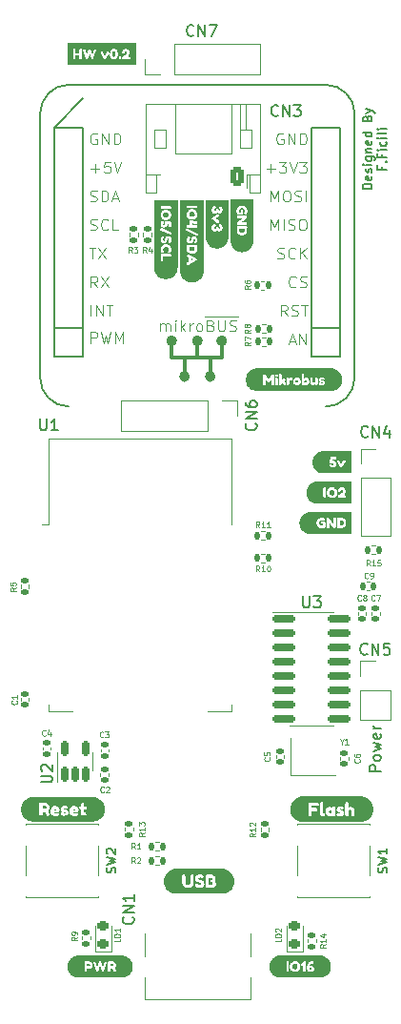
<source format=gbr>
%TF.GenerationSoftware,KiCad,Pcbnew,(6.0.1)*%
%TF.CreationDate,2022-05-29T12:12:57+02:00*%
%TF.ProjectId,Ganimede_Esp8266,47616e69-6d65-4646-955f-457370383236,rev?*%
%TF.SameCoordinates,Original*%
%TF.FileFunction,Legend,Top*%
%TF.FilePolarity,Positive*%
%FSLAX46Y46*%
G04 Gerber Fmt 4.6, Leading zero omitted, Abs format (unit mm)*
G04 Created by KiCad (PCBNEW (6.0.1)) date 2022-05-29 12:12:57*
%MOMM*%
%LPD*%
G01*
G04 APERTURE LIST*
G04 Aperture macros list*
%AMRoundRect*
0 Rectangle with rounded corners*
0 $1 Rounding radius*
0 $2 $3 $4 $5 $6 $7 $8 $9 X,Y pos of 4 corners*
0 Add a 4 corners polygon primitive as box body*
4,1,4,$2,$3,$4,$5,$6,$7,$8,$9,$2,$3,0*
0 Add four circle primitives for the rounded corners*
1,1,$1+$1,$2,$3*
1,1,$1+$1,$4,$5*
1,1,$1+$1,$6,$7*
1,1,$1+$1,$8,$9*
0 Add four rect primitives between the rounded corners*
20,1,$1+$1,$2,$3,$4,$5,0*
20,1,$1+$1,$4,$5,$6,$7,0*
20,1,$1+$1,$6,$7,$8,$9,0*
20,1,$1+$1,$8,$9,$2,$3,0*%
G04 Aperture macros list end*
%ADD10C,0.200000*%
%ADD11C,0.125000*%
%ADD12C,0.150000*%
%ADD13C,0.050000*%
%ADD14C,0.120000*%
%ADD15C,0.304800*%
%ADD16C,0.127000*%
%ADD17C,0.508000*%
%ADD18RoundRect,0.140000X0.170000X-0.140000X0.170000X0.140000X-0.170000X0.140000X-0.170000X-0.140000X0*%
%ADD19R,1.700000X1.700000*%
%ADD20O,1.700000X1.700000*%
%ADD21RoundRect,0.135000X0.185000X-0.135000X0.185000X0.135000X-0.185000X0.135000X-0.185000X-0.135000X0*%
%ADD22RoundRect,0.140000X-0.170000X0.140000X-0.170000X-0.140000X0.170000X-0.140000X0.170000X0.140000X0*%
%ADD23RoundRect,0.135000X-0.135000X-0.185000X0.135000X-0.185000X0.135000X0.185000X-0.135000X0.185000X0*%
%ADD24RoundRect,0.150000X0.150000X-0.512500X0.150000X0.512500X-0.150000X0.512500X-0.150000X-0.512500X0*%
%ADD25C,2.500000*%
%ADD26RoundRect,0.135000X0.135000X0.185000X-0.135000X0.185000X-0.135000X-0.185000X0.135000X-0.185000X0*%
%ADD27RoundRect,0.150000X-0.825000X-0.150000X0.825000X-0.150000X0.825000X0.150000X-0.825000X0.150000X0*%
%ADD28C,0.650000*%
%ADD29R,0.600000X1.450000*%
%ADD30R,0.300000X1.450000*%
%ADD31O,1.000000X2.100000*%
%ADD32O,1.000000X1.600000*%
%ADD33RoundRect,0.135000X-0.185000X0.135000X-0.185000X-0.135000X0.185000X-0.135000X0.185000X0.135000X0*%
%ADD34RoundRect,0.250000X0.350000X0.625000X-0.350000X0.625000X-0.350000X-0.625000X0.350000X-0.625000X0*%
%ADD35O,1.200000X1.750000*%
%ADD36R,1.676400X1.676400*%
%ADD37C,1.524000*%
%ADD38R,1.524000X1.524000*%
%ADD39R,1.400000X1.200000*%
%ADD40R,1.550000X1.300000*%
%ADD41RoundRect,0.218750X0.256250X-0.218750X0.256250X0.218750X-0.256250X0.218750X-0.256250X-0.218750X0*%
%ADD42R,2.500000X1.000000*%
%ADD43R,1.000000X1.800000*%
%ADD44RoundRect,0.140000X-0.140000X-0.170000X0.140000X-0.170000X0.140000X0.170000X-0.140000X0.170000X0*%
G04 APERTURE END LIST*
D10*
X160296704Y-61492961D02*
X159496704Y-61492961D01*
X159496704Y-61302485D01*
X159534800Y-61188200D01*
X159610990Y-61112009D01*
X159687180Y-61073914D01*
X159839561Y-61035819D01*
X159953847Y-61035819D01*
X160106228Y-61073914D01*
X160182419Y-61112009D01*
X160258609Y-61188200D01*
X160296704Y-61302485D01*
X160296704Y-61492961D01*
X160258609Y-60388200D02*
X160296704Y-60464390D01*
X160296704Y-60616771D01*
X160258609Y-60692961D01*
X160182419Y-60731057D01*
X159877657Y-60731057D01*
X159801466Y-60692961D01*
X159763371Y-60616771D01*
X159763371Y-60464390D01*
X159801466Y-60388200D01*
X159877657Y-60350104D01*
X159953847Y-60350104D01*
X160030038Y-60731057D01*
X160258609Y-60045342D02*
X160296704Y-59969152D01*
X160296704Y-59816771D01*
X160258609Y-59740580D01*
X160182419Y-59702485D01*
X160144323Y-59702485D01*
X160068133Y-59740580D01*
X160030038Y-59816771D01*
X160030038Y-59931057D01*
X159991942Y-60007247D01*
X159915752Y-60045342D01*
X159877657Y-60045342D01*
X159801466Y-60007247D01*
X159763371Y-59931057D01*
X159763371Y-59816771D01*
X159801466Y-59740580D01*
X160296704Y-59359628D02*
X159763371Y-59359628D01*
X159496704Y-59359628D02*
X159534800Y-59397723D01*
X159572895Y-59359628D01*
X159534800Y-59321533D01*
X159496704Y-59359628D01*
X159572895Y-59359628D01*
X159763371Y-58635819D02*
X160410990Y-58635819D01*
X160487180Y-58673914D01*
X160525276Y-58712009D01*
X160563371Y-58788200D01*
X160563371Y-58902485D01*
X160525276Y-58978676D01*
X160258609Y-58635819D02*
X160296704Y-58712009D01*
X160296704Y-58864390D01*
X160258609Y-58940580D01*
X160220514Y-58978676D01*
X160144323Y-59016771D01*
X159915752Y-59016771D01*
X159839561Y-58978676D01*
X159801466Y-58940580D01*
X159763371Y-58864390D01*
X159763371Y-58712009D01*
X159801466Y-58635819D01*
X159763371Y-58254866D02*
X160296704Y-58254866D01*
X159839561Y-58254866D02*
X159801466Y-58216771D01*
X159763371Y-58140580D01*
X159763371Y-58026295D01*
X159801466Y-57950104D01*
X159877657Y-57912009D01*
X160296704Y-57912009D01*
X160258609Y-57226295D02*
X160296704Y-57302485D01*
X160296704Y-57454866D01*
X160258609Y-57531057D01*
X160182419Y-57569152D01*
X159877657Y-57569152D01*
X159801466Y-57531057D01*
X159763371Y-57454866D01*
X159763371Y-57302485D01*
X159801466Y-57226295D01*
X159877657Y-57188200D01*
X159953847Y-57188200D01*
X160030038Y-57569152D01*
X160296704Y-56502485D02*
X159496704Y-56502485D01*
X160258609Y-56502485D02*
X160296704Y-56578676D01*
X160296704Y-56731057D01*
X160258609Y-56807247D01*
X160220514Y-56845342D01*
X160144323Y-56883438D01*
X159915752Y-56883438D01*
X159839561Y-56845342D01*
X159801466Y-56807247D01*
X159763371Y-56731057D01*
X159763371Y-56578676D01*
X159801466Y-56502485D01*
X159877657Y-55245342D02*
X159915752Y-55131057D01*
X159953847Y-55092961D01*
X160030038Y-55054866D01*
X160144323Y-55054866D01*
X160220514Y-55092961D01*
X160258609Y-55131057D01*
X160296704Y-55207247D01*
X160296704Y-55512009D01*
X159496704Y-55512009D01*
X159496704Y-55245342D01*
X159534800Y-55169152D01*
X159572895Y-55131057D01*
X159649085Y-55092961D01*
X159725276Y-55092961D01*
X159801466Y-55131057D01*
X159839561Y-55169152D01*
X159877657Y-55245342D01*
X159877657Y-55512009D01*
X159763371Y-54788200D02*
X160296704Y-54597723D01*
X159763371Y-54407247D02*
X160296704Y-54597723D01*
X160487180Y-54673914D01*
X160525276Y-54712009D01*
X160563371Y-54788200D01*
X161165657Y-59531057D02*
X161165657Y-59797723D01*
X161584704Y-59797723D02*
X160784704Y-59797723D01*
X160784704Y-59416771D01*
X161508514Y-59112009D02*
X161546609Y-59073914D01*
X161584704Y-59112009D01*
X161546609Y-59150104D01*
X161508514Y-59112009D01*
X161584704Y-59112009D01*
X161165657Y-58464390D02*
X161165657Y-58731057D01*
X161584704Y-58731057D02*
X160784704Y-58731057D01*
X160784704Y-58350104D01*
X161584704Y-58045342D02*
X161051371Y-58045342D01*
X160784704Y-58045342D02*
X160822800Y-58083438D01*
X160860895Y-58045342D01*
X160822800Y-58007247D01*
X160784704Y-58045342D01*
X160860895Y-58045342D01*
X161546609Y-57321533D02*
X161584704Y-57397723D01*
X161584704Y-57550104D01*
X161546609Y-57626295D01*
X161508514Y-57664390D01*
X161432323Y-57702485D01*
X161203752Y-57702485D01*
X161127561Y-57664390D01*
X161089466Y-57626295D01*
X161051371Y-57550104D01*
X161051371Y-57397723D01*
X161089466Y-57321533D01*
X161584704Y-56978676D02*
X161051371Y-56978676D01*
X160784704Y-56978676D02*
X160822800Y-57016771D01*
X160860895Y-56978676D01*
X160822800Y-56940580D01*
X160784704Y-56978676D01*
X160860895Y-56978676D01*
X161584704Y-56483438D02*
X161546609Y-56559628D01*
X161470419Y-56597723D01*
X160784704Y-56597723D01*
X161584704Y-56178676D02*
X161051371Y-56178676D01*
X160784704Y-56178676D02*
X160822800Y-56216771D01*
X160860895Y-56178676D01*
X160822800Y-56140580D01*
X160784704Y-56178676D01*
X160860895Y-56178676D01*
D11*
%TO.C,C7*%
X160546266Y-98019371D02*
X160522457Y-98043180D01*
X160451028Y-98066990D01*
X160403409Y-98066990D01*
X160331980Y-98043180D01*
X160284361Y-97995561D01*
X160260552Y-97947942D01*
X160236742Y-97852704D01*
X160236742Y-97781276D01*
X160260552Y-97686038D01*
X160284361Y-97638419D01*
X160331980Y-97590800D01*
X160403409Y-97566990D01*
X160451028Y-97566990D01*
X160522457Y-97590800D01*
X160546266Y-97614609D01*
X160712933Y-97566990D02*
X161046266Y-97566990D01*
X160831980Y-98066990D01*
D12*
%TO.C,CN5*%
X159888323Y-102776742D02*
X159840704Y-102824361D01*
X159697847Y-102871980D01*
X159602609Y-102871980D01*
X159459752Y-102824361D01*
X159364514Y-102729123D01*
X159316895Y-102633885D01*
X159269276Y-102443409D01*
X159269276Y-102300552D01*
X159316895Y-102110076D01*
X159364514Y-102014838D01*
X159459752Y-101919600D01*
X159602609Y-101871980D01*
X159697847Y-101871980D01*
X159840704Y-101919600D01*
X159888323Y-101967219D01*
X160316895Y-102871980D02*
X160316895Y-101871980D01*
X160888323Y-102871980D01*
X160888323Y-101871980D01*
X161840704Y-101871980D02*
X161364514Y-101871980D01*
X161316895Y-102348171D01*
X161364514Y-102300552D01*
X161459752Y-102252933D01*
X161697847Y-102252933D01*
X161793085Y-102300552D01*
X161840704Y-102348171D01*
X161888323Y-102443409D01*
X161888323Y-102681504D01*
X161840704Y-102776742D01*
X161793085Y-102824361D01*
X161697847Y-102871980D01*
X161459752Y-102871980D01*
X161364514Y-102824361D01*
X161316895Y-102776742D01*
X161107380Y-113228190D02*
X160107380Y-113228190D01*
X160107380Y-112847238D01*
X160155000Y-112752000D01*
X160202619Y-112704380D01*
X160297857Y-112656761D01*
X160440714Y-112656761D01*
X160535952Y-112704380D01*
X160583571Y-112752000D01*
X160631190Y-112847238D01*
X160631190Y-113228190D01*
X161107380Y-112085333D02*
X161059761Y-112180571D01*
X161012142Y-112228190D01*
X160916904Y-112275809D01*
X160631190Y-112275809D01*
X160535952Y-112228190D01*
X160488333Y-112180571D01*
X160440714Y-112085333D01*
X160440714Y-111942476D01*
X160488333Y-111847238D01*
X160535952Y-111799619D01*
X160631190Y-111752000D01*
X160916904Y-111752000D01*
X161012142Y-111799619D01*
X161059761Y-111847238D01*
X161107380Y-111942476D01*
X161107380Y-112085333D01*
X160440714Y-111418666D02*
X161107380Y-111228190D01*
X160631190Y-111037714D01*
X161107380Y-110847238D01*
X160440714Y-110656761D01*
X161059761Y-109894857D02*
X161107380Y-109990095D01*
X161107380Y-110180571D01*
X161059761Y-110275809D01*
X160964523Y-110323428D01*
X160583571Y-110323428D01*
X160488333Y-110275809D01*
X160440714Y-110180571D01*
X160440714Y-109990095D01*
X160488333Y-109894857D01*
X160583571Y-109847238D01*
X160678809Y-109847238D01*
X160774047Y-110323428D01*
X161107380Y-109418666D02*
X160440714Y-109418666D01*
X160631190Y-109418666D02*
X160535952Y-109371047D01*
X160488333Y-109323428D01*
X160440714Y-109228190D01*
X160440714Y-109132952D01*
D11*
%TO.C,R3*%
X138981666Y-67182590D02*
X138815000Y-66944495D01*
X138695952Y-67182590D02*
X138695952Y-66682590D01*
X138886428Y-66682590D01*
X138934047Y-66706400D01*
X138957857Y-66730209D01*
X138981666Y-66777828D01*
X138981666Y-66849257D01*
X138957857Y-66896876D01*
X138934047Y-66920685D01*
X138886428Y-66944495D01*
X138695952Y-66944495D01*
X139148333Y-66682590D02*
X139457857Y-66682590D01*
X139291190Y-66873066D01*
X139362619Y-66873066D01*
X139410238Y-66896876D01*
X139434047Y-66920685D01*
X139457857Y-66968304D01*
X139457857Y-67087352D01*
X139434047Y-67134971D01*
X139410238Y-67158780D01*
X139362619Y-67182590D01*
X139219761Y-67182590D01*
X139172142Y-67158780D01*
X139148333Y-67134971D01*
%TO.C,C1*%
X128702571Y-106966533D02*
X128726380Y-106990342D01*
X128750190Y-107061771D01*
X128750190Y-107109390D01*
X128726380Y-107180819D01*
X128678761Y-107228438D01*
X128631142Y-107252247D01*
X128535904Y-107276057D01*
X128464476Y-107276057D01*
X128369238Y-107252247D01*
X128321619Y-107228438D01*
X128274000Y-107180819D01*
X128250190Y-107109390D01*
X128250190Y-107061771D01*
X128274000Y-106990342D01*
X128297809Y-106966533D01*
X128750190Y-106490342D02*
X128750190Y-106776057D01*
X128750190Y-106633200D02*
X128250190Y-106633200D01*
X128321619Y-106680819D01*
X128369238Y-106728438D01*
X128393047Y-106776057D01*
%TO.C,R8*%
X149476590Y-73997333D02*
X149238495Y-74164000D01*
X149476590Y-74283047D02*
X148976590Y-74283047D01*
X148976590Y-74092571D01*
X149000400Y-74044952D01*
X149024209Y-74021142D01*
X149071828Y-73997333D01*
X149143257Y-73997333D01*
X149190876Y-74021142D01*
X149214685Y-74044952D01*
X149238495Y-74092571D01*
X149238495Y-74283047D01*
X149190876Y-73711619D02*
X149167066Y-73759238D01*
X149143257Y-73783047D01*
X149095638Y-73806857D01*
X149071828Y-73806857D01*
X149024209Y-73783047D01*
X149000400Y-73759238D01*
X148976590Y-73711619D01*
X148976590Y-73616380D01*
X149000400Y-73568761D01*
X149024209Y-73544952D01*
X149071828Y-73521142D01*
X149095638Y-73521142D01*
X149143257Y-73544952D01*
X149167066Y-73568761D01*
X149190876Y-73616380D01*
X149190876Y-73711619D01*
X149214685Y-73759238D01*
X149238495Y-73783047D01*
X149286114Y-73806857D01*
X149381352Y-73806857D01*
X149428971Y-73783047D01*
X149452780Y-73759238D01*
X149476590Y-73711619D01*
X149476590Y-73616380D01*
X149452780Y-73568761D01*
X149428971Y-73544952D01*
X149381352Y-73521142D01*
X149286114Y-73521142D01*
X149238495Y-73544952D01*
X149214685Y-73568761D01*
X149190876Y-73616380D01*
%TO.C,C2*%
X136467066Y-115037371D02*
X136443257Y-115061180D01*
X136371828Y-115084990D01*
X136324209Y-115084990D01*
X136252780Y-115061180D01*
X136205161Y-115013561D01*
X136181352Y-114965942D01*
X136157542Y-114870704D01*
X136157542Y-114799276D01*
X136181352Y-114704038D01*
X136205161Y-114656419D01*
X136252780Y-114608800D01*
X136324209Y-114584990D01*
X136371828Y-114584990D01*
X136443257Y-114608800D01*
X136467066Y-114632609D01*
X136657542Y-114632609D02*
X136681352Y-114608800D01*
X136728971Y-114584990D01*
X136848019Y-114584990D01*
X136895638Y-114608800D01*
X136919447Y-114632609D01*
X136943257Y-114680228D01*
X136943257Y-114727847D01*
X136919447Y-114799276D01*
X136633733Y-115084990D01*
X136943257Y-115084990D01*
D12*
%TO.C,U2*%
X130871980Y-114198304D02*
X131681504Y-114198304D01*
X131776742Y-114150685D01*
X131824361Y-114103066D01*
X131871980Y-114007828D01*
X131871980Y-113817352D01*
X131824361Y-113722114D01*
X131776742Y-113674495D01*
X131681504Y-113626876D01*
X130871980Y-113626876D01*
X130967219Y-113198304D02*
X130919600Y-113150685D01*
X130871980Y-113055447D01*
X130871980Y-112817352D01*
X130919600Y-112722114D01*
X130967219Y-112674495D01*
X131062457Y-112626876D01*
X131157695Y-112626876D01*
X131300552Y-112674495D01*
X131871980Y-113245923D01*
X131871980Y-112626876D01*
D11*
%TO.C,R6*%
X149476590Y-70085733D02*
X149238495Y-70252400D01*
X149476590Y-70371447D02*
X148976590Y-70371447D01*
X148976590Y-70180971D01*
X149000400Y-70133352D01*
X149024209Y-70109542D01*
X149071828Y-70085733D01*
X149143257Y-70085733D01*
X149190876Y-70109542D01*
X149214685Y-70133352D01*
X149238495Y-70180971D01*
X149238495Y-70371447D01*
X148976590Y-69657161D02*
X148976590Y-69752400D01*
X149000400Y-69800019D01*
X149024209Y-69823828D01*
X149095638Y-69871447D01*
X149190876Y-69895257D01*
X149381352Y-69895257D01*
X149428971Y-69871447D01*
X149452780Y-69847638D01*
X149476590Y-69800019D01*
X149476590Y-69704780D01*
X149452780Y-69657161D01*
X149428971Y-69633352D01*
X149381352Y-69609542D01*
X149262304Y-69609542D01*
X149214685Y-69633352D01*
X149190876Y-69657161D01*
X149167066Y-69704780D01*
X149167066Y-69800019D01*
X149190876Y-69847638D01*
X149214685Y-69871447D01*
X149262304Y-69895257D01*
D12*
%TO.C,U3*%
X154178095Y-97692380D02*
X154178095Y-98501904D01*
X154225714Y-98597142D01*
X154273333Y-98644761D01*
X154368571Y-98692380D01*
X154559047Y-98692380D01*
X154654285Y-98644761D01*
X154701904Y-98597142D01*
X154749523Y-98501904D01*
X154749523Y-97692380D01*
X155130476Y-97692380D02*
X155749523Y-97692380D01*
X155416190Y-98073333D01*
X155559047Y-98073333D01*
X155654285Y-98120952D01*
X155701904Y-98168571D01*
X155749523Y-98263809D01*
X155749523Y-98501904D01*
X155701904Y-98597142D01*
X155654285Y-98644761D01*
X155559047Y-98692380D01*
X155273333Y-98692380D01*
X155178095Y-98644761D01*
X155130476Y-98597142D01*
%TO.C,CN1*%
X139041142Y-126166476D02*
X139088761Y-126214095D01*
X139136380Y-126356952D01*
X139136380Y-126452190D01*
X139088761Y-126595047D01*
X138993523Y-126690285D01*
X138898285Y-126737904D01*
X138707809Y-126785523D01*
X138564952Y-126785523D01*
X138374476Y-126737904D01*
X138279238Y-126690285D01*
X138184000Y-126595047D01*
X138136380Y-126452190D01*
X138136380Y-126356952D01*
X138184000Y-126214095D01*
X138231619Y-126166476D01*
X139136380Y-125737904D02*
X138136380Y-125737904D01*
X139136380Y-125166476D01*
X138136380Y-125166476D01*
X139136380Y-124166476D02*
X139136380Y-124737904D01*
X139136380Y-124452190D02*
X138136380Y-124452190D01*
X138279238Y-124547428D01*
X138374476Y-124642666D01*
X138422095Y-124737904D01*
D11*
%TO.C,R12*%
X149933790Y-118736228D02*
X149695695Y-118902895D01*
X149933790Y-119021942D02*
X149433790Y-119021942D01*
X149433790Y-118831466D01*
X149457600Y-118783847D01*
X149481409Y-118760038D01*
X149529028Y-118736228D01*
X149600457Y-118736228D01*
X149648076Y-118760038D01*
X149671885Y-118783847D01*
X149695695Y-118831466D01*
X149695695Y-119021942D01*
X149933790Y-118260038D02*
X149933790Y-118545752D01*
X149933790Y-118402895D02*
X149433790Y-118402895D01*
X149505219Y-118450514D01*
X149552838Y-118498133D01*
X149576647Y-118545752D01*
X149481409Y-118069561D02*
X149457600Y-118045752D01*
X149433790Y-117998133D01*
X149433790Y-117879085D01*
X149457600Y-117831466D01*
X149481409Y-117807657D01*
X149529028Y-117783847D01*
X149576647Y-117783847D01*
X149648076Y-117807657D01*
X149933790Y-118093371D01*
X149933790Y-117783847D01*
%TO.C,R14*%
X156182190Y-128591428D02*
X155944095Y-128758095D01*
X156182190Y-128877142D02*
X155682190Y-128877142D01*
X155682190Y-128686666D01*
X155706000Y-128639047D01*
X155729809Y-128615238D01*
X155777428Y-128591428D01*
X155848857Y-128591428D01*
X155896476Y-128615238D01*
X155920285Y-128639047D01*
X155944095Y-128686666D01*
X155944095Y-128877142D01*
X156182190Y-128115238D02*
X156182190Y-128400952D01*
X156182190Y-128258095D02*
X155682190Y-128258095D01*
X155753619Y-128305714D01*
X155801238Y-128353333D01*
X155825047Y-128400952D01*
X155848857Y-127686666D02*
X156182190Y-127686666D01*
X155658380Y-127805714D02*
X156015523Y-127924761D01*
X156015523Y-127615238D01*
%TO.C,R2*%
X139235666Y-121384190D02*
X139069000Y-121146095D01*
X138949952Y-121384190D02*
X138949952Y-120884190D01*
X139140428Y-120884190D01*
X139188047Y-120908000D01*
X139211857Y-120931809D01*
X139235666Y-120979428D01*
X139235666Y-121050857D01*
X139211857Y-121098476D01*
X139188047Y-121122285D01*
X139140428Y-121146095D01*
X138949952Y-121146095D01*
X139426142Y-120931809D02*
X139449952Y-120908000D01*
X139497571Y-120884190D01*
X139616619Y-120884190D01*
X139664238Y-120908000D01*
X139688047Y-120931809D01*
X139711857Y-120979428D01*
X139711857Y-121027047D01*
X139688047Y-121098476D01*
X139402333Y-121384190D01*
X139711857Y-121384190D01*
%TO.C,R4*%
X140251666Y-67182590D02*
X140085000Y-66944495D01*
X139965952Y-67182590D02*
X139965952Y-66682590D01*
X140156428Y-66682590D01*
X140204047Y-66706400D01*
X140227857Y-66730209D01*
X140251666Y-66777828D01*
X140251666Y-66849257D01*
X140227857Y-66896876D01*
X140204047Y-66920685D01*
X140156428Y-66944495D01*
X139965952Y-66944495D01*
X140680238Y-66849257D02*
X140680238Y-67182590D01*
X140561190Y-66658780D02*
X140442142Y-67015923D01*
X140751666Y-67015923D01*
D12*
%TO.C,CN3*%
X151963523Y-54967142D02*
X151915904Y-55014761D01*
X151773047Y-55062380D01*
X151677809Y-55062380D01*
X151534952Y-55014761D01*
X151439714Y-54919523D01*
X151392095Y-54824285D01*
X151344476Y-54633809D01*
X151344476Y-54490952D01*
X151392095Y-54300476D01*
X151439714Y-54205238D01*
X151534952Y-54110000D01*
X151677809Y-54062380D01*
X151773047Y-54062380D01*
X151915904Y-54110000D01*
X151963523Y-54157619D01*
X152392095Y-55062380D02*
X152392095Y-54062380D01*
X152963523Y-55062380D01*
X152963523Y-54062380D01*
X153344476Y-54062380D02*
X153963523Y-54062380D01*
X153630190Y-54443333D01*
X153773047Y-54443333D01*
X153868285Y-54490952D01*
X153915904Y-54538571D01*
X153963523Y-54633809D01*
X153963523Y-54871904D01*
X153915904Y-54967142D01*
X153868285Y-55014761D01*
X153773047Y-55062380D01*
X153487333Y-55062380D01*
X153392095Y-55014761D01*
X153344476Y-54967142D01*
D13*
%TO.C,CN2*%
X135831514Y-56605500D02*
X135736276Y-56557880D01*
X135593419Y-56557880D01*
X135450561Y-56605500D01*
X135355323Y-56700738D01*
X135307704Y-56795976D01*
X135260085Y-56986452D01*
X135260085Y-57129309D01*
X135307704Y-57319785D01*
X135355323Y-57415023D01*
X135450561Y-57510261D01*
X135593419Y-57557880D01*
X135688657Y-57557880D01*
X135831514Y-57510261D01*
X135879133Y-57462642D01*
X135879133Y-57129309D01*
X135688657Y-57129309D01*
X136307704Y-57557880D02*
X136307704Y-56557880D01*
X136879133Y-57557880D01*
X136879133Y-56557880D01*
X137355323Y-57557880D02*
X137355323Y-56557880D01*
X137593419Y-56557880D01*
X137736276Y-56605500D01*
X137831514Y-56700738D01*
X137879133Y-56795976D01*
X137926752Y-56986452D01*
X137926752Y-57129309D01*
X137879133Y-57319785D01*
X137831514Y-57415023D01*
X137736276Y-57510261D01*
X137593419Y-57557880D01*
X137355323Y-57557880D01*
X152955714Y-75052166D02*
X153431904Y-75052166D01*
X152860476Y-75337880D02*
X153193809Y-74337880D01*
X153527142Y-75337880D01*
X153860476Y-75337880D02*
X153860476Y-74337880D01*
X154431904Y-75337880D01*
X154431904Y-74337880D01*
X135879133Y-70257880D02*
X135545800Y-69781690D01*
X135307704Y-70257880D02*
X135307704Y-69257880D01*
X135688657Y-69257880D01*
X135783895Y-69305500D01*
X135831514Y-69353119D01*
X135879133Y-69448357D01*
X135879133Y-69591214D01*
X135831514Y-69686452D01*
X135783895Y-69734071D01*
X135688657Y-69781690D01*
X135307704Y-69781690D01*
X136212466Y-69257880D02*
X136879133Y-70257880D01*
X136879133Y-69257880D02*
X136212466Y-70257880D01*
X135307704Y-75210880D02*
X135307704Y-74210880D01*
X135688656Y-74210880D01*
X135783894Y-74258500D01*
X135831513Y-74306119D01*
X135879132Y-74401357D01*
X135879132Y-74544214D01*
X135831513Y-74639452D01*
X135783894Y-74687071D01*
X135688656Y-74734690D01*
X135307704Y-74734690D01*
X136212466Y-74210880D02*
X136450561Y-75210880D01*
X136641037Y-74496595D01*
X136831513Y-75210880D01*
X137069608Y-74210880D01*
X137450561Y-75210880D02*
X137450561Y-74210880D01*
X137783894Y-74925166D01*
X138117227Y-74210880D01*
X138117227Y-75210880D01*
X151289047Y-62637880D02*
X151289047Y-61637880D01*
X151622380Y-62352166D01*
X151955714Y-61637880D01*
X151955714Y-62637880D01*
X152622380Y-61637880D02*
X152812856Y-61637880D01*
X152908095Y-61685500D01*
X153003333Y-61780738D01*
X153050952Y-61971214D01*
X153050952Y-62304547D01*
X153003333Y-62495023D01*
X152908095Y-62590261D01*
X152812856Y-62637880D01*
X152622380Y-62637880D01*
X152527142Y-62590261D01*
X152431904Y-62495023D01*
X152384285Y-62304547D01*
X152384285Y-61971214D01*
X152431904Y-61780738D01*
X152527142Y-61685500D01*
X152622380Y-61637880D01*
X153431904Y-62590261D02*
X153574761Y-62637880D01*
X153812856Y-62637880D01*
X153908095Y-62590261D01*
X153955714Y-62542642D01*
X154003333Y-62447404D01*
X154003333Y-62352166D01*
X153955714Y-62256928D01*
X153908095Y-62209309D01*
X153812856Y-62161690D01*
X153622380Y-62114071D01*
X153527142Y-62066452D01*
X153479523Y-62018833D01*
X153431904Y-61923595D01*
X153431904Y-61828357D01*
X153479523Y-61733119D01*
X153527142Y-61685500D01*
X153622380Y-61637880D01*
X153860476Y-61637880D01*
X154003333Y-61685500D01*
X154431904Y-62637880D02*
X154431904Y-61637880D01*
X141501666Y-74140880D02*
X141501666Y-73474214D01*
X141501666Y-73569452D02*
X141549285Y-73521833D01*
X141644523Y-73474214D01*
X141787380Y-73474214D01*
X141882619Y-73521833D01*
X141930238Y-73617071D01*
X141930238Y-74140880D01*
X141930238Y-73617071D02*
X141977857Y-73521833D01*
X142073095Y-73474214D01*
X142215952Y-73474214D01*
X142311190Y-73521833D01*
X142358809Y-73617071D01*
X142358809Y-74140880D01*
X142835000Y-74140880D02*
X142835000Y-73474214D01*
X142835000Y-73140880D02*
X142787380Y-73188500D01*
X142835000Y-73236119D01*
X142882619Y-73188500D01*
X142835000Y-73140880D01*
X142835000Y-73236119D01*
X143311190Y-74140880D02*
X143311190Y-73140880D01*
X143406428Y-73759928D02*
X143692142Y-74140880D01*
X143692142Y-73474214D02*
X143311190Y-73855166D01*
X144120714Y-74140880D02*
X144120714Y-73474214D01*
X144120714Y-73664690D02*
X144168333Y-73569452D01*
X144215952Y-73521833D01*
X144311190Y-73474214D01*
X144406428Y-73474214D01*
X144882619Y-74140880D02*
X144787380Y-74093261D01*
X144739761Y-74045642D01*
X144692142Y-73950404D01*
X144692142Y-73664690D01*
X144739761Y-73569452D01*
X144787380Y-73521833D01*
X144882619Y-73474214D01*
X145025476Y-73474214D01*
X145120714Y-73521833D01*
X145168333Y-73569452D01*
X145215952Y-73664690D01*
X145215952Y-73950404D01*
X145168333Y-74045642D01*
X145120714Y-74093261D01*
X145025476Y-74140880D01*
X144882619Y-74140880D01*
X145406428Y-72858500D02*
X146406428Y-72858500D01*
X145977857Y-73617071D02*
X146120714Y-73664690D01*
X146168333Y-73712309D01*
X146215952Y-73807547D01*
X146215952Y-73950404D01*
X146168333Y-74045642D01*
X146120714Y-74093261D01*
X146025476Y-74140880D01*
X145644523Y-74140880D01*
X145644523Y-73140880D01*
X145977857Y-73140880D01*
X146073095Y-73188500D01*
X146120714Y-73236119D01*
X146168333Y-73331357D01*
X146168333Y-73426595D01*
X146120714Y-73521833D01*
X146073095Y-73569452D01*
X145977857Y-73617071D01*
X145644523Y-73617071D01*
X146406428Y-72858500D02*
X147454047Y-72858500D01*
X146644523Y-73140880D02*
X146644523Y-73950404D01*
X146692142Y-74045642D01*
X146739761Y-74093261D01*
X146835000Y-74140880D01*
X147025476Y-74140880D01*
X147120714Y-74093261D01*
X147168333Y-74045642D01*
X147215952Y-73950404D01*
X147215952Y-73140880D01*
X147454047Y-72858500D02*
X148406428Y-72858500D01*
X147644523Y-74093261D02*
X147787380Y-74140880D01*
X148025476Y-74140880D01*
X148120714Y-74093261D01*
X148168333Y-74045642D01*
X148215952Y-73950404D01*
X148215952Y-73855166D01*
X148168333Y-73759928D01*
X148120714Y-73712309D01*
X148025476Y-73664690D01*
X147835000Y-73617071D01*
X147739761Y-73569452D01*
X147692142Y-73521833D01*
X147644523Y-73426595D01*
X147644523Y-73331357D01*
X147692142Y-73236119D01*
X147739761Y-73188500D01*
X147835000Y-73140880D01*
X148073095Y-73140880D01*
X148215952Y-73188500D01*
X135164847Y-66717880D02*
X135736275Y-66717880D01*
X135450561Y-67717880D02*
X135450561Y-66717880D01*
X135974371Y-66717880D02*
X136641037Y-67717880D01*
X136641037Y-66717880D02*
X135974371Y-67717880D01*
X135307704Y-59716928D02*
X136069609Y-59716928D01*
X135688657Y-60097880D02*
X135688657Y-59335976D01*
X137021990Y-59097880D02*
X136545799Y-59097880D01*
X136498180Y-59574071D01*
X136545799Y-59526452D01*
X136641038Y-59478833D01*
X136879133Y-59478833D01*
X136974371Y-59526452D01*
X137021990Y-59574071D01*
X137069609Y-59669309D01*
X137069609Y-59907404D01*
X137021990Y-60002642D01*
X136974371Y-60050261D01*
X136879133Y-60097880D01*
X136641038Y-60097880D01*
X136545799Y-60050261D01*
X136498180Y-60002642D01*
X137355323Y-59097880D02*
X137688657Y-60097880D01*
X138021990Y-59097880D01*
X135260085Y-62590261D02*
X135402942Y-62637880D01*
X135641037Y-62637880D01*
X135736275Y-62590261D01*
X135783894Y-62542642D01*
X135831513Y-62447404D01*
X135831513Y-62352166D01*
X135783894Y-62256928D01*
X135736275Y-62209309D01*
X135641037Y-62161690D01*
X135450561Y-62114071D01*
X135355323Y-62066452D01*
X135307704Y-62018833D01*
X135260085Y-61923595D01*
X135260085Y-61828357D01*
X135307704Y-61733119D01*
X135355323Y-61685500D01*
X135450561Y-61637880D01*
X135688656Y-61637880D01*
X135831513Y-61685500D01*
X136260085Y-62637880D02*
X136260085Y-61637880D01*
X136498180Y-61637880D01*
X136641037Y-61685500D01*
X136736275Y-61780738D01*
X136783894Y-61875976D01*
X136831513Y-62066452D01*
X136831513Y-62209309D01*
X136783894Y-62399785D01*
X136736275Y-62495023D01*
X136641037Y-62590261D01*
X136498180Y-62637880D01*
X136260085Y-62637880D01*
X137212466Y-62352166D02*
X137688656Y-62352166D01*
X137117228Y-62637880D02*
X137450561Y-61637880D01*
X137783894Y-62637880D01*
X152765237Y-72797880D02*
X152431904Y-72321690D01*
X152193809Y-72797880D02*
X152193809Y-71797880D01*
X152574761Y-71797880D01*
X152669999Y-71845500D01*
X152717618Y-71893119D01*
X152765237Y-71988357D01*
X152765237Y-72131214D01*
X152717618Y-72226452D01*
X152669999Y-72274071D01*
X152574761Y-72321690D01*
X152193809Y-72321690D01*
X153146190Y-72750261D02*
X153289047Y-72797880D01*
X153527142Y-72797880D01*
X153622380Y-72750261D01*
X153669999Y-72702642D01*
X153717618Y-72607404D01*
X153717618Y-72512166D01*
X153669999Y-72416928D01*
X153622380Y-72369309D01*
X153527142Y-72321690D01*
X153336666Y-72274071D01*
X153241428Y-72226452D01*
X153193809Y-72178833D01*
X153146190Y-72083595D01*
X153146190Y-71988357D01*
X153193809Y-71893119D01*
X153241428Y-71845500D01*
X153336666Y-71797880D01*
X153574761Y-71797880D01*
X153717618Y-71845500D01*
X154003333Y-71797880D02*
X154574761Y-71797880D01*
X154289047Y-72797880D02*
X154289047Y-71797880D01*
X135307704Y-72797880D02*
X135307704Y-71797880D01*
X135783894Y-72797880D02*
X135783894Y-71797880D01*
X136355323Y-72797880D01*
X136355323Y-71797880D01*
X136688656Y-71797880D02*
X137260085Y-71797880D01*
X136974370Y-72797880D02*
X136974370Y-71797880D01*
X151289047Y-65177880D02*
X151289047Y-64177880D01*
X151622380Y-64892166D01*
X151955714Y-64177880D01*
X151955714Y-65177880D01*
X152431904Y-65177880D02*
X152431904Y-64177880D01*
X152860476Y-65130261D02*
X153003333Y-65177880D01*
X153241428Y-65177880D01*
X153336666Y-65130261D01*
X153384285Y-65082642D01*
X153431904Y-64987404D01*
X153431904Y-64892166D01*
X153384285Y-64796928D01*
X153336666Y-64749309D01*
X153241428Y-64701690D01*
X153050952Y-64654071D01*
X152955714Y-64606452D01*
X152908095Y-64558833D01*
X152860476Y-64463595D01*
X152860476Y-64368357D01*
X152908095Y-64273119D01*
X152955714Y-64225500D01*
X153050952Y-64177880D01*
X153289047Y-64177880D01*
X153431904Y-64225500D01*
X154050952Y-64177880D02*
X154241428Y-64177880D01*
X154336666Y-64225500D01*
X154431904Y-64320738D01*
X154479523Y-64511214D01*
X154479523Y-64844547D01*
X154431904Y-65035023D01*
X154336666Y-65130261D01*
X154241428Y-65177880D01*
X154050952Y-65177880D01*
X153955714Y-65130261D01*
X153860476Y-65035023D01*
X153812856Y-64844547D01*
X153812856Y-64511214D01*
X153860476Y-64320738D01*
X153955714Y-64225500D01*
X154050952Y-64177880D01*
X153527143Y-70162642D02*
X153479524Y-70210261D01*
X153336667Y-70257880D01*
X153241429Y-70257880D01*
X153098571Y-70210261D01*
X153003333Y-70115023D01*
X152955714Y-70019785D01*
X152908095Y-69829309D01*
X152908095Y-69686452D01*
X152955714Y-69495976D01*
X153003333Y-69400738D01*
X153098571Y-69305500D01*
X153241429Y-69257880D01*
X153336667Y-69257880D01*
X153479524Y-69305500D01*
X153527143Y-69353119D01*
X153908095Y-70210261D02*
X154050952Y-70257880D01*
X154289048Y-70257880D01*
X154384286Y-70210261D01*
X154431905Y-70162642D01*
X154479524Y-70067404D01*
X154479524Y-69972166D01*
X154431905Y-69876928D01*
X154384286Y-69829309D01*
X154289048Y-69781690D01*
X154098571Y-69734071D01*
X154003333Y-69686452D01*
X153955714Y-69638833D01*
X153908095Y-69543595D01*
X153908095Y-69448357D01*
X153955714Y-69353119D01*
X154003333Y-69305500D01*
X154098571Y-69257880D01*
X154336667Y-69257880D01*
X154479524Y-69305500D01*
X151908095Y-67670261D02*
X152050952Y-67717880D01*
X152289048Y-67717880D01*
X152384286Y-67670261D01*
X152431905Y-67622642D01*
X152479524Y-67527404D01*
X152479524Y-67432166D01*
X152431905Y-67336928D01*
X152384286Y-67289309D01*
X152289048Y-67241690D01*
X152098571Y-67194071D01*
X152003333Y-67146452D01*
X151955714Y-67098833D01*
X151908095Y-67003595D01*
X151908095Y-66908357D01*
X151955714Y-66813119D01*
X152003333Y-66765500D01*
X152098571Y-66717880D01*
X152336667Y-66717880D01*
X152479524Y-66765500D01*
X153479524Y-67622642D02*
X153431905Y-67670261D01*
X153289048Y-67717880D01*
X153193810Y-67717880D01*
X153050952Y-67670261D01*
X152955714Y-67575023D01*
X152908095Y-67479785D01*
X152860476Y-67289309D01*
X152860476Y-67146452D01*
X152908095Y-66955976D01*
X152955714Y-66860738D01*
X153050952Y-66765500D01*
X153193810Y-66717880D01*
X153289048Y-66717880D01*
X153431905Y-66765500D01*
X153479524Y-66813119D01*
X153908095Y-67717880D02*
X153908095Y-66717880D01*
X154479524Y-67717880D02*
X154050952Y-67146452D01*
X154479524Y-66717880D02*
X153908095Y-67289309D01*
X135260085Y-65130261D02*
X135402942Y-65177880D01*
X135641038Y-65177880D01*
X135736276Y-65130261D01*
X135783895Y-65082642D01*
X135831514Y-64987404D01*
X135831514Y-64892166D01*
X135783895Y-64796928D01*
X135736276Y-64749309D01*
X135641038Y-64701690D01*
X135450562Y-64654071D01*
X135355323Y-64606452D01*
X135307704Y-64558833D01*
X135260085Y-64463595D01*
X135260085Y-64368357D01*
X135307704Y-64273119D01*
X135355323Y-64225500D01*
X135450562Y-64177880D01*
X135688657Y-64177880D01*
X135831514Y-64225500D01*
X136831514Y-65082642D02*
X136783895Y-65130261D01*
X136641038Y-65177880D01*
X136545800Y-65177880D01*
X136402942Y-65130261D01*
X136307704Y-65035023D01*
X136260085Y-64939785D01*
X136212466Y-64749309D01*
X136212466Y-64606452D01*
X136260085Y-64415976D01*
X136307704Y-64320738D01*
X136402942Y-64225500D01*
X136545800Y-64177880D01*
X136641038Y-64177880D01*
X136783895Y-64225500D01*
X136831514Y-64273119D01*
X137736276Y-65177880D02*
X137260085Y-65177880D01*
X137260085Y-64177880D01*
X152384286Y-56605500D02*
X152289048Y-56557880D01*
X152146191Y-56557880D01*
X152003333Y-56605500D01*
X151908095Y-56700738D01*
X151860476Y-56795976D01*
X151812857Y-56986452D01*
X151812857Y-57129309D01*
X151860476Y-57319785D01*
X151908095Y-57415023D01*
X152003333Y-57510261D01*
X152146191Y-57557880D01*
X152241429Y-57557880D01*
X152384286Y-57510261D01*
X152431905Y-57462642D01*
X152431905Y-57129309D01*
X152241429Y-57129309D01*
X152860476Y-57557880D02*
X152860476Y-56557880D01*
X153431905Y-57557880D01*
X153431905Y-56557880D01*
X153908095Y-57557880D02*
X153908095Y-56557880D01*
X154146191Y-56557880D01*
X154289048Y-56605500D01*
X154384286Y-56700738D01*
X154431905Y-56795976D01*
X154479524Y-56986452D01*
X154479524Y-57129309D01*
X154431905Y-57319785D01*
X154384286Y-57415023D01*
X154289048Y-57510261D01*
X154146191Y-57557880D01*
X153908095Y-57557880D01*
X150908095Y-59716928D02*
X151670000Y-59716928D01*
X151289047Y-60097880D02*
X151289047Y-59335976D01*
X152050952Y-59097880D02*
X152670000Y-59097880D01*
X152336666Y-59478833D01*
X152479523Y-59478833D01*
X152574761Y-59526452D01*
X152622380Y-59574071D01*
X152670000Y-59669309D01*
X152670000Y-59907404D01*
X152622380Y-60002642D01*
X152574761Y-60050261D01*
X152479523Y-60097880D01*
X152193809Y-60097880D01*
X152098571Y-60050261D01*
X152050952Y-60002642D01*
X152955714Y-59097880D02*
X153289047Y-60097880D01*
X153622380Y-59097880D01*
X153860476Y-59097880D02*
X154479523Y-59097880D01*
X154146190Y-59478833D01*
X154289047Y-59478833D01*
X154384285Y-59526452D01*
X154431904Y-59574071D01*
X154479523Y-59669309D01*
X154479523Y-59907404D01*
X154431904Y-60002642D01*
X154384285Y-60050261D01*
X154289047Y-60097880D01*
X154003333Y-60097880D01*
X153908095Y-60050261D01*
X153860476Y-60002642D01*
D11*
%TO.C,Y1*%
X157597504Y-110579695D02*
X157597504Y-110817790D01*
X157430838Y-110317790D02*
X157597504Y-110579695D01*
X157764171Y-110317790D01*
X158192742Y-110817790D02*
X157907028Y-110817790D01*
X158049885Y-110817790D02*
X158049885Y-110317790D01*
X158002266Y-110389219D01*
X157954647Y-110436838D01*
X157907028Y-110460647D01*
%TO.C,C8*%
X159327066Y-98019371D02*
X159303257Y-98043180D01*
X159231828Y-98066990D01*
X159184209Y-98066990D01*
X159112780Y-98043180D01*
X159065161Y-97995561D01*
X159041352Y-97947942D01*
X159017542Y-97852704D01*
X159017542Y-97781276D01*
X159041352Y-97686038D01*
X159065161Y-97638419D01*
X159112780Y-97590800D01*
X159184209Y-97566990D01*
X159231828Y-97566990D01*
X159303257Y-97590800D01*
X159327066Y-97614609D01*
X159612780Y-97781276D02*
X159565161Y-97757466D01*
X159541352Y-97733657D01*
X159517542Y-97686038D01*
X159517542Y-97662228D01*
X159541352Y-97614609D01*
X159565161Y-97590800D01*
X159612780Y-97566990D01*
X159708019Y-97566990D01*
X159755638Y-97590800D01*
X159779447Y-97614609D01*
X159803257Y-97662228D01*
X159803257Y-97686038D01*
X159779447Y-97733657D01*
X159755638Y-97757466D01*
X159708019Y-97781276D01*
X159612780Y-97781276D01*
X159565161Y-97805085D01*
X159541352Y-97828895D01*
X159517542Y-97876514D01*
X159517542Y-97971752D01*
X159541352Y-98019371D01*
X159565161Y-98043180D01*
X159612780Y-98066990D01*
X159708019Y-98066990D01*
X159755638Y-98043180D01*
X159779447Y-98019371D01*
X159803257Y-97971752D01*
X159803257Y-97876514D01*
X159779447Y-97828895D01*
X159755638Y-97805085D01*
X159708019Y-97781276D01*
D12*
%TO.C,CN7*%
X144455123Y-47855142D02*
X144407504Y-47902761D01*
X144264647Y-47950380D01*
X144169409Y-47950380D01*
X144026552Y-47902761D01*
X143931314Y-47807523D01*
X143883695Y-47712285D01*
X143836076Y-47521809D01*
X143836076Y-47378952D01*
X143883695Y-47188476D01*
X143931314Y-47093238D01*
X144026552Y-46998000D01*
X144169409Y-46950380D01*
X144264647Y-46950380D01*
X144407504Y-46998000D01*
X144455123Y-47045619D01*
X144883695Y-47950380D02*
X144883695Y-46950380D01*
X145455123Y-47950380D01*
X145455123Y-46950380D01*
X145836076Y-46950380D02*
X146502742Y-46950380D01*
X146074171Y-47950380D01*
D11*
%TO.C,C5*%
X151164571Y-111995733D02*
X151188380Y-112019542D01*
X151212190Y-112090971D01*
X151212190Y-112138590D01*
X151188380Y-112210019D01*
X151140761Y-112257638D01*
X151093142Y-112281447D01*
X150997904Y-112305257D01*
X150926476Y-112305257D01*
X150831238Y-112281447D01*
X150783619Y-112257638D01*
X150736000Y-112210019D01*
X150712190Y-112138590D01*
X150712190Y-112090971D01*
X150736000Y-112019542D01*
X150759809Y-111995733D01*
X150712190Y-111543352D02*
X150712190Y-111781447D01*
X150950285Y-111805257D01*
X150926476Y-111781447D01*
X150902666Y-111733828D01*
X150902666Y-111614780D01*
X150926476Y-111567161D01*
X150950285Y-111543352D01*
X150997904Y-111519542D01*
X151116952Y-111519542D01*
X151164571Y-111543352D01*
X151188380Y-111567161D01*
X151212190Y-111614780D01*
X151212190Y-111733828D01*
X151188380Y-111781447D01*
X151164571Y-111805257D01*
%TO.C,C6*%
X159174171Y-112148133D02*
X159197980Y-112171942D01*
X159221790Y-112243371D01*
X159221790Y-112290990D01*
X159197980Y-112362419D01*
X159150361Y-112410038D01*
X159102742Y-112433847D01*
X159007504Y-112457657D01*
X158936076Y-112457657D01*
X158840838Y-112433847D01*
X158793219Y-112410038D01*
X158745600Y-112362419D01*
X158721790Y-112290990D01*
X158721790Y-112243371D01*
X158745600Y-112171942D01*
X158769409Y-112148133D01*
X158721790Y-111719561D02*
X158721790Y-111814800D01*
X158745600Y-111862419D01*
X158769409Y-111886228D01*
X158840838Y-111933847D01*
X158936076Y-111957657D01*
X159126552Y-111957657D01*
X159174171Y-111933847D01*
X159197980Y-111910038D01*
X159221790Y-111862419D01*
X159221790Y-111767180D01*
X159197980Y-111719561D01*
X159174171Y-111695752D01*
X159126552Y-111671942D01*
X159007504Y-111671942D01*
X158959885Y-111695752D01*
X158936076Y-111719561D01*
X158912266Y-111767180D01*
X158912266Y-111862419D01*
X158936076Y-111910038D01*
X158959885Y-111933847D01*
X159007504Y-111957657D01*
%TO.C,R11*%
X150300571Y-91564590D02*
X150133904Y-91326495D01*
X150014857Y-91564590D02*
X150014857Y-91064590D01*
X150205333Y-91064590D01*
X150252952Y-91088400D01*
X150276761Y-91112209D01*
X150300571Y-91159828D01*
X150300571Y-91231257D01*
X150276761Y-91278876D01*
X150252952Y-91302685D01*
X150205333Y-91326495D01*
X150014857Y-91326495D01*
X150776761Y-91564590D02*
X150491047Y-91564590D01*
X150633904Y-91564590D02*
X150633904Y-91064590D01*
X150586285Y-91136019D01*
X150538666Y-91183638D01*
X150491047Y-91207447D01*
X151252952Y-91564590D02*
X150967238Y-91564590D01*
X151110095Y-91564590D02*
X151110095Y-91064590D01*
X151062476Y-91136019D01*
X151014857Y-91183638D01*
X150967238Y-91207447D01*
D12*
%TO.C,SW1*%
X161613809Y-122224666D02*
X161651904Y-122110380D01*
X161651904Y-121919904D01*
X161613809Y-121843714D01*
X161575714Y-121805619D01*
X161499523Y-121767523D01*
X161423333Y-121767523D01*
X161347142Y-121805619D01*
X161309047Y-121843714D01*
X161270952Y-121919904D01*
X161232857Y-122072285D01*
X161194761Y-122148476D01*
X161156666Y-122186571D01*
X161080476Y-122224666D01*
X161004285Y-122224666D01*
X160928095Y-122186571D01*
X160890000Y-122148476D01*
X160851904Y-122072285D01*
X160851904Y-121881809D01*
X160890000Y-121767523D01*
X160851904Y-121500857D02*
X161651904Y-121310380D01*
X161080476Y-121158000D01*
X161651904Y-121005619D01*
X160851904Y-120815142D01*
X161651904Y-120091333D02*
X161651904Y-120548476D01*
X161651904Y-120319904D02*
X160851904Y-120319904D01*
X160966190Y-120396095D01*
X161042380Y-120472285D01*
X161080476Y-120548476D01*
D11*
%TO.C,R13*%
X140080190Y-118685428D02*
X139842095Y-118852095D01*
X140080190Y-118971142D02*
X139580190Y-118971142D01*
X139580190Y-118780666D01*
X139604000Y-118733047D01*
X139627809Y-118709238D01*
X139675428Y-118685428D01*
X139746857Y-118685428D01*
X139794476Y-118709238D01*
X139818285Y-118733047D01*
X139842095Y-118780666D01*
X139842095Y-118971142D01*
X140080190Y-118209238D02*
X140080190Y-118494952D01*
X140080190Y-118352095D02*
X139580190Y-118352095D01*
X139651619Y-118399714D01*
X139699238Y-118447333D01*
X139723047Y-118494952D01*
X139580190Y-118042571D02*
X139580190Y-117733047D01*
X139770666Y-117899714D01*
X139770666Y-117828285D01*
X139794476Y-117780666D01*
X139818285Y-117756857D01*
X139865904Y-117733047D01*
X139984952Y-117733047D01*
X140032571Y-117756857D01*
X140056380Y-117780666D01*
X140080190Y-117828285D01*
X140080190Y-117971142D01*
X140056380Y-118018761D01*
X140032571Y-118042571D01*
%TO.C,LD2*%
X152212190Y-128095333D02*
X152212190Y-128333428D01*
X151712190Y-128333428D01*
X152212190Y-127928666D02*
X151712190Y-127928666D01*
X151712190Y-127809619D01*
X151736000Y-127738190D01*
X151783619Y-127690571D01*
X151831238Y-127666761D01*
X151926476Y-127642952D01*
X151997904Y-127642952D01*
X152093142Y-127666761D01*
X152140761Y-127690571D01*
X152188380Y-127738190D01*
X152212190Y-127809619D01*
X152212190Y-127928666D01*
X151759809Y-127452476D02*
X151736000Y-127428666D01*
X151712190Y-127381047D01*
X151712190Y-127262000D01*
X151736000Y-127214380D01*
X151759809Y-127190571D01*
X151807428Y-127166761D01*
X151855047Y-127166761D01*
X151926476Y-127190571D01*
X152212190Y-127476285D01*
X152212190Y-127166761D01*
%TO.C,R5*%
X128648590Y-96910133D02*
X128410495Y-97076800D01*
X128648590Y-97195847D02*
X128148590Y-97195847D01*
X128148590Y-97005371D01*
X128172400Y-96957752D01*
X128196209Y-96933942D01*
X128243828Y-96910133D01*
X128315257Y-96910133D01*
X128362876Y-96933942D01*
X128386685Y-96957752D01*
X128410495Y-97005371D01*
X128410495Y-97195847D01*
X128148590Y-96457752D02*
X128148590Y-96695847D01*
X128386685Y-96719657D01*
X128362876Y-96695847D01*
X128339066Y-96648228D01*
X128339066Y-96529180D01*
X128362876Y-96481561D01*
X128386685Y-96457752D01*
X128434304Y-96433942D01*
X128553352Y-96433942D01*
X128600971Y-96457752D01*
X128624780Y-96481561D01*
X128648590Y-96529180D01*
X128648590Y-96648228D01*
X128624780Y-96695847D01*
X128600971Y-96719657D01*
%TO.C,R9*%
X134084190Y-127945692D02*
X133846095Y-128112359D01*
X134084190Y-128231406D02*
X133584190Y-128231406D01*
X133584190Y-128040930D01*
X133608000Y-127993311D01*
X133631809Y-127969501D01*
X133679428Y-127945692D01*
X133750857Y-127945692D01*
X133798476Y-127969501D01*
X133822285Y-127993311D01*
X133846095Y-128040930D01*
X133846095Y-128231406D01*
X134084190Y-127707597D02*
X134084190Y-127612359D01*
X134060380Y-127564739D01*
X134036571Y-127540930D01*
X133965142Y-127493311D01*
X133869904Y-127469501D01*
X133679428Y-127469501D01*
X133631809Y-127493311D01*
X133608000Y-127517120D01*
X133584190Y-127564739D01*
X133584190Y-127659978D01*
X133608000Y-127707597D01*
X133631809Y-127731406D01*
X133679428Y-127755216D01*
X133798476Y-127755216D01*
X133846095Y-127731406D01*
X133869904Y-127707597D01*
X133893714Y-127659978D01*
X133893714Y-127564739D01*
X133869904Y-127517120D01*
X133846095Y-127493311D01*
X133798476Y-127469501D01*
D12*
%TO.C,SW2*%
X137483809Y-122224666D02*
X137521904Y-122110380D01*
X137521904Y-121919904D01*
X137483809Y-121843714D01*
X137445714Y-121805619D01*
X137369523Y-121767523D01*
X137293333Y-121767523D01*
X137217142Y-121805619D01*
X137179047Y-121843714D01*
X137140952Y-121919904D01*
X137102857Y-122072285D01*
X137064761Y-122148476D01*
X137026666Y-122186571D01*
X136950476Y-122224666D01*
X136874285Y-122224666D01*
X136798095Y-122186571D01*
X136760000Y-122148476D01*
X136721904Y-122072285D01*
X136721904Y-121881809D01*
X136760000Y-121767523D01*
X136721904Y-121500857D02*
X137521904Y-121310380D01*
X136950476Y-121158000D01*
X137521904Y-121005619D01*
X136721904Y-120815142D01*
X136798095Y-120548476D02*
X136760000Y-120510380D01*
X136721904Y-120434190D01*
X136721904Y-120243714D01*
X136760000Y-120167523D01*
X136798095Y-120129428D01*
X136874285Y-120091333D01*
X136950476Y-120091333D01*
X137064761Y-120129428D01*
X137521904Y-120586571D01*
X137521904Y-120091333D01*
%TO.C,U1*%
X130810095Y-81933380D02*
X130810095Y-82742904D01*
X130857714Y-82838142D01*
X130905333Y-82885761D01*
X131000571Y-82933380D01*
X131191047Y-82933380D01*
X131286285Y-82885761D01*
X131333904Y-82838142D01*
X131381523Y-82742904D01*
X131381523Y-81933380D01*
X132381523Y-82933380D02*
X131810095Y-82933380D01*
X132095809Y-82933380D02*
X132095809Y-81933380D01*
X132000571Y-82076238D01*
X131905333Y-82171476D01*
X131810095Y-82219095D01*
D11*
%TO.C,C4*%
X131285466Y-110008171D02*
X131261657Y-110031980D01*
X131190228Y-110055790D01*
X131142609Y-110055790D01*
X131071180Y-110031980D01*
X131023561Y-109984361D01*
X130999752Y-109936742D01*
X130975942Y-109841504D01*
X130975942Y-109770076D01*
X130999752Y-109674838D01*
X131023561Y-109627219D01*
X131071180Y-109579600D01*
X131142609Y-109555790D01*
X131190228Y-109555790D01*
X131261657Y-109579600D01*
X131285466Y-109603409D01*
X131714038Y-109722457D02*
X131714038Y-110055790D01*
X131594990Y-109531980D02*
X131475942Y-109889123D01*
X131785466Y-109889123D01*
%TO.C,C3*%
X136416266Y-110160571D02*
X136392457Y-110184380D01*
X136321028Y-110208190D01*
X136273409Y-110208190D01*
X136201980Y-110184380D01*
X136154361Y-110136761D01*
X136130552Y-110089142D01*
X136106742Y-109993904D01*
X136106742Y-109922476D01*
X136130552Y-109827238D01*
X136154361Y-109779619D01*
X136201980Y-109732000D01*
X136273409Y-109708190D01*
X136321028Y-109708190D01*
X136392457Y-109732000D01*
X136416266Y-109755809D01*
X136582933Y-109708190D02*
X136892457Y-109708190D01*
X136725790Y-109898666D01*
X136797219Y-109898666D01*
X136844838Y-109922476D01*
X136868647Y-109946285D01*
X136892457Y-109993904D01*
X136892457Y-110112952D01*
X136868647Y-110160571D01*
X136844838Y-110184380D01*
X136797219Y-110208190D01*
X136654361Y-110208190D01*
X136606742Y-110184380D01*
X136582933Y-110160571D01*
%TO.C,R7*%
X149476590Y-75114933D02*
X149238495Y-75281600D01*
X149476590Y-75400647D02*
X148976590Y-75400647D01*
X148976590Y-75210171D01*
X149000400Y-75162552D01*
X149024209Y-75138742D01*
X149071828Y-75114933D01*
X149143257Y-75114933D01*
X149190876Y-75138742D01*
X149214685Y-75162552D01*
X149238495Y-75210171D01*
X149238495Y-75400647D01*
X148976590Y-74948266D02*
X148976590Y-74614933D01*
X149476590Y-74829219D01*
%TO.C,LD1*%
X137894190Y-128095333D02*
X137894190Y-128333428D01*
X137394190Y-128333428D01*
X137894190Y-127928666D02*
X137394190Y-127928666D01*
X137394190Y-127809619D01*
X137418000Y-127738190D01*
X137465619Y-127690571D01*
X137513238Y-127666761D01*
X137608476Y-127642952D01*
X137679904Y-127642952D01*
X137775142Y-127666761D01*
X137822761Y-127690571D01*
X137870380Y-127738190D01*
X137894190Y-127809619D01*
X137894190Y-127928666D01*
X137894190Y-127166761D02*
X137894190Y-127452476D01*
X137894190Y-127309619D02*
X137394190Y-127309619D01*
X137465619Y-127357238D01*
X137513238Y-127404857D01*
X137537047Y-127452476D01*
D12*
%TO.C,CN4*%
X159939123Y-83465942D02*
X159891504Y-83513561D01*
X159748647Y-83561180D01*
X159653409Y-83561180D01*
X159510552Y-83513561D01*
X159415314Y-83418323D01*
X159367695Y-83323085D01*
X159320076Y-83132609D01*
X159320076Y-82989752D01*
X159367695Y-82799276D01*
X159415314Y-82704038D01*
X159510552Y-82608800D01*
X159653409Y-82561180D01*
X159748647Y-82561180D01*
X159891504Y-82608800D01*
X159939123Y-82656419D01*
X160367695Y-83561180D02*
X160367695Y-82561180D01*
X160939123Y-83561180D01*
X160939123Y-82561180D01*
X161843885Y-82894514D02*
X161843885Y-83561180D01*
X161605790Y-82513561D02*
X161367695Y-83227847D01*
X161986742Y-83227847D01*
D11*
%TO.C,R15*%
X160130371Y-94969790D02*
X159963704Y-94731695D01*
X159844657Y-94969790D02*
X159844657Y-94469790D01*
X160035133Y-94469790D01*
X160082752Y-94493600D01*
X160106561Y-94517409D01*
X160130371Y-94565028D01*
X160130371Y-94636457D01*
X160106561Y-94684076D01*
X160082752Y-94707885D01*
X160035133Y-94731695D01*
X159844657Y-94731695D01*
X160606561Y-94969790D02*
X160320847Y-94969790D01*
X160463704Y-94969790D02*
X160463704Y-94469790D01*
X160416085Y-94541219D01*
X160368466Y-94588838D01*
X160320847Y-94612647D01*
X161058942Y-94469790D02*
X160820847Y-94469790D01*
X160797038Y-94707885D01*
X160820847Y-94684076D01*
X160868466Y-94660266D01*
X160987514Y-94660266D01*
X161035133Y-94684076D01*
X161058942Y-94707885D01*
X161082752Y-94755504D01*
X161082752Y-94874552D01*
X161058942Y-94922171D01*
X161035133Y-94945980D01*
X160987514Y-94969790D01*
X160868466Y-94969790D01*
X160820847Y-94945980D01*
X160797038Y-94922171D01*
D12*
%TO.C,CN6*%
X149963142Y-82326076D02*
X150010761Y-82373695D01*
X150058380Y-82516552D01*
X150058380Y-82611790D01*
X150010761Y-82754647D01*
X149915523Y-82849885D01*
X149820285Y-82897504D01*
X149629809Y-82945123D01*
X149486952Y-82945123D01*
X149296476Y-82897504D01*
X149201238Y-82849885D01*
X149106000Y-82754647D01*
X149058380Y-82611790D01*
X149058380Y-82516552D01*
X149106000Y-82373695D01*
X149153619Y-82326076D01*
X150058380Y-81897504D02*
X149058380Y-81897504D01*
X150058380Y-81326076D01*
X149058380Y-81326076D01*
X149058380Y-80421314D02*
X149058380Y-80611790D01*
X149106000Y-80707028D01*
X149153619Y-80754647D01*
X149296476Y-80849885D01*
X149486952Y-80897504D01*
X149867904Y-80897504D01*
X149963142Y-80849885D01*
X150010761Y-80802266D01*
X150058380Y-80707028D01*
X150058380Y-80516552D01*
X150010761Y-80421314D01*
X149963142Y-80373695D01*
X149867904Y-80326076D01*
X149629809Y-80326076D01*
X149534571Y-80373695D01*
X149486952Y-80421314D01*
X149439333Y-80516552D01*
X149439333Y-80707028D01*
X149486952Y-80802266D01*
X149534571Y-80849885D01*
X149629809Y-80897504D01*
D11*
%TO.C,R1*%
X139235666Y-120114190D02*
X139069000Y-119876095D01*
X138949952Y-120114190D02*
X138949952Y-119614190D01*
X139140428Y-119614190D01*
X139188047Y-119638000D01*
X139211857Y-119661809D01*
X139235666Y-119709428D01*
X139235666Y-119780857D01*
X139211857Y-119828476D01*
X139188047Y-119852285D01*
X139140428Y-119876095D01*
X138949952Y-119876095D01*
X139711857Y-120114190D02*
X139426142Y-120114190D01*
X139569000Y-120114190D02*
X139569000Y-119614190D01*
X139521380Y-119685619D01*
X139473761Y-119733238D01*
X139426142Y-119757047D01*
%TO.C,R10*%
X150300571Y-95476190D02*
X150133904Y-95238095D01*
X150014857Y-95476190D02*
X150014857Y-94976190D01*
X150205333Y-94976190D01*
X150252952Y-95000000D01*
X150276761Y-95023809D01*
X150300571Y-95071428D01*
X150300571Y-95142857D01*
X150276761Y-95190476D01*
X150252952Y-95214285D01*
X150205333Y-95238095D01*
X150014857Y-95238095D01*
X150776761Y-95476190D02*
X150491047Y-95476190D01*
X150633904Y-95476190D02*
X150633904Y-94976190D01*
X150586285Y-95047619D01*
X150538666Y-95095238D01*
X150491047Y-95119047D01*
X151086285Y-94976190D02*
X151133904Y-94976190D01*
X151181523Y-95000000D01*
X151205333Y-95023809D01*
X151229142Y-95071428D01*
X151252952Y-95166666D01*
X151252952Y-95285714D01*
X151229142Y-95380952D01*
X151205333Y-95428571D01*
X151181523Y-95452380D01*
X151133904Y-95476190D01*
X151086285Y-95476190D01*
X151038666Y-95452380D01*
X151014857Y-95428571D01*
X150991047Y-95380952D01*
X150967238Y-95285714D01*
X150967238Y-95166666D01*
X150991047Y-95071428D01*
X151014857Y-95023809D01*
X151038666Y-95000000D01*
X151086285Y-94976190D01*
%TO.C,C9*%
X159936666Y-96038171D02*
X159912857Y-96061980D01*
X159841428Y-96085790D01*
X159793809Y-96085790D01*
X159722380Y-96061980D01*
X159674761Y-96014361D01*
X159650952Y-95966742D01*
X159627142Y-95871504D01*
X159627142Y-95800076D01*
X159650952Y-95704838D01*
X159674761Y-95657219D01*
X159722380Y-95609600D01*
X159793809Y-95585790D01*
X159841428Y-95585790D01*
X159912857Y-95609600D01*
X159936666Y-95633409D01*
X160174761Y-96085790D02*
X160270000Y-96085790D01*
X160317619Y-96061980D01*
X160341428Y-96038171D01*
X160389047Y-95966742D01*
X160412857Y-95871504D01*
X160412857Y-95681028D01*
X160389047Y-95633409D01*
X160365238Y-95609600D01*
X160317619Y-95585790D01*
X160222380Y-95585790D01*
X160174761Y-95609600D01*
X160150952Y-95633409D01*
X160127142Y-95681028D01*
X160127142Y-95800076D01*
X160150952Y-95847695D01*
X160174761Y-95871504D01*
X160222380Y-95895314D01*
X160317619Y-95895314D01*
X160365238Y-95871504D01*
X160389047Y-95847695D01*
X160412857Y-95800076D01*
D14*
%TO.C,C7*%
X160989600Y-99320236D02*
X160989600Y-99104564D01*
X160269600Y-99320236D02*
X160269600Y-99104564D01*
%TO.C,CN5*%
X159248800Y-104749600D02*
X159248800Y-103419600D01*
X159248800Y-103419600D02*
X160578800Y-103419600D01*
X159248800Y-108619600D02*
X161908800Y-108619600D01*
X161908800Y-106019600D02*
X161908800Y-108619600D01*
X159248800Y-106019600D02*
X159248800Y-108619600D01*
X159248800Y-106019600D02*
X161908800Y-106019600D01*
%TO.C,R3*%
X139495800Y-65738441D02*
X139495800Y-65431159D01*
X138735800Y-65738441D02*
X138735800Y-65431159D01*
%TO.C,C1*%
X129798400Y-106724564D02*
X129798400Y-106940236D01*
X129078400Y-106724564D02*
X129078400Y-106940236D01*
%TO.C,R8*%
X150519159Y-73534000D02*
X150826441Y-73534000D01*
X150519159Y-74294000D02*
X150826441Y-74294000D01*
%TO.C,kibuzzard-62924A8F*%
G36*
X135202295Y-130343910D02*
G01*
X135239125Y-130428365D01*
X135202295Y-130512185D01*
X135127365Y-130540125D01*
X134967345Y-130540125D01*
X134967345Y-130315335D01*
X135126095Y-130315335D01*
X135202295Y-130343910D01*
G37*
G36*
X138154691Y-129575041D02*
G01*
X138250377Y-129589235D01*
X138344210Y-129612739D01*
X138435288Y-129645327D01*
X138522733Y-129686686D01*
X138605704Y-129736416D01*
X138683400Y-129794040D01*
X138755074Y-129859001D01*
X138820036Y-129930675D01*
X138877659Y-130008372D01*
X138927390Y-130091342D01*
X138968748Y-130178787D01*
X139001336Y-130269865D01*
X139024840Y-130363698D01*
X139039034Y-130459384D01*
X139043780Y-130556000D01*
X139039034Y-130652616D01*
X139024840Y-130748302D01*
X139001336Y-130842135D01*
X138968748Y-130933213D01*
X138927390Y-131020658D01*
X138877659Y-131103628D01*
X138820036Y-131181325D01*
X138755074Y-131252999D01*
X138683400Y-131317960D01*
X138605704Y-131375584D01*
X138522733Y-131425314D01*
X138435288Y-131466673D01*
X138344210Y-131499261D01*
X138250377Y-131522765D01*
X138154691Y-131536959D01*
X138058075Y-131541705D01*
X134229925Y-131541705D01*
X134133309Y-131536959D01*
X134037623Y-131522765D01*
X133943790Y-131499261D01*
X133852712Y-131466673D01*
X133765267Y-131425314D01*
X133682296Y-131375584D01*
X133604600Y-131317960D01*
X133532926Y-131252999D01*
X133467964Y-131181325D01*
X133410341Y-131103628D01*
X133360610Y-131020658D01*
X133319252Y-130933213D01*
X133309928Y-130907155D01*
X134742555Y-130907155D01*
X134750175Y-130973195D01*
X134783830Y-131008438D01*
X134854315Y-131020185D01*
X134919720Y-131011613D01*
X134953375Y-130985895D01*
X134965440Y-130952240D01*
X134967345Y-130908425D01*
X134967345Y-130764915D01*
X135126095Y-130764915D01*
X135200602Y-130755884D01*
X135273415Y-130728791D01*
X135344535Y-130683635D01*
X135391843Y-130637439D01*
X135429625Y-130577590D01*
X135454390Y-130506946D01*
X135462645Y-130428365D01*
X135454390Y-130349625D01*
X135429625Y-130278505D01*
X135391843Y-130218180D01*
X135349719Y-130176905D01*
X135513445Y-130176905D01*
X135527415Y-130239135D01*
X135772525Y-130943985D01*
X135781415Y-130963035D01*
X135816340Y-131001135D01*
X135883015Y-131020185D01*
X135952865Y-130990975D01*
X135973185Y-130965575D01*
X135984615Y-130943985D01*
X135991168Y-130924579D01*
X136008796Y-130872459D01*
X136037498Y-130787623D01*
X136077274Y-130670071D01*
X136128125Y-130519805D01*
X136276715Y-130957955D01*
X136312910Y-130999230D01*
X136377680Y-131020185D01*
X136442450Y-130999230D01*
X136476105Y-130965575D01*
X136484995Y-130943985D01*
X136497736Y-130907155D01*
X136813925Y-130907155D01*
X136821545Y-130973195D01*
X136855200Y-131008438D01*
X136925685Y-131020185D01*
X136991090Y-131011613D01*
X137024745Y-130985895D01*
X137036810Y-130952240D01*
X137038715Y-130908425D01*
X137038715Y-130764915D01*
X137198735Y-130764915D01*
X137238105Y-130762375D01*
X137287494Y-130879356D01*
X137320514Y-130955979D01*
X137337165Y-130992245D01*
X137360660Y-131017010D01*
X137401300Y-131029075D01*
X137466705Y-131011295D01*
X137525760Y-130974465D01*
X137545445Y-130930015D01*
X137526395Y-130863975D01*
X137490835Y-130783118D01*
X137462048Y-130716655D01*
X137440035Y-130664585D01*
X137492952Y-130597134D01*
X137524702Y-130518394D01*
X137535285Y-130428365D01*
X137527030Y-130349625D01*
X137502265Y-130278505D01*
X137464800Y-130218180D01*
X137418445Y-130171825D01*
X137347466Y-130126669D01*
X137275076Y-130099576D01*
X137201275Y-130090545D01*
X136926955Y-130090545D01*
X136861550Y-130099117D01*
X136827895Y-130124835D01*
X136815830Y-130158490D01*
X136813925Y-130202305D01*
X136813925Y-130907155D01*
X136497736Y-130907155D01*
X136728835Y-130239135D01*
X136744075Y-130176905D01*
X136722803Y-130131185D01*
X136658985Y-130095625D01*
X136599295Y-130082925D01*
X136556750Y-130096260D01*
X136533255Y-130123565D01*
X136516745Y-130166745D01*
X136377045Y-130593465D01*
X136230995Y-130152775D01*
X136195435Y-130111500D01*
X136135110Y-130090545D01*
X136082405Y-130099435D01*
X136042718Y-130128010D01*
X136017635Y-130173095D01*
X135879205Y-130590925D01*
X135739505Y-130166745D01*
X135710930Y-130104515D01*
X135665210Y-130084195D01*
X135598535Y-130096895D01*
X135534718Y-130131502D01*
X135513445Y-130176905D01*
X135349719Y-130176905D01*
X135344535Y-130171825D01*
X135273556Y-130126669D01*
X135201166Y-130099576D01*
X135127365Y-130090545D01*
X134855585Y-130090545D01*
X134790180Y-130099117D01*
X134756525Y-130124835D01*
X134744460Y-130158490D01*
X134742555Y-130202305D01*
X134742555Y-130907155D01*
X133309928Y-130907155D01*
X133286664Y-130842135D01*
X133263160Y-130748302D01*
X133248966Y-130652616D01*
X133244220Y-130556000D01*
X133248966Y-130459384D01*
X133263160Y-130363698D01*
X133286664Y-130269865D01*
X133319252Y-130178787D01*
X133360610Y-130091342D01*
X133410341Y-130008372D01*
X133467964Y-129930675D01*
X133532926Y-129859001D01*
X133604600Y-129794040D01*
X133682296Y-129736416D01*
X133765267Y-129686686D01*
X133852712Y-129645327D01*
X133943790Y-129612739D01*
X134037623Y-129589235D01*
X134133309Y-129575041D01*
X134229925Y-129570295D01*
X138058075Y-129570295D01*
X138154691Y-129575041D01*
G37*
G36*
X137274935Y-130343910D02*
G01*
X137311765Y-130428365D01*
X137274935Y-130512185D01*
X137201275Y-130540125D01*
X137038715Y-130540125D01*
X137038715Y-130315335D01*
X137198735Y-130315335D01*
X137274935Y-130343910D01*
G37*
%TO.C,C2*%
X136165000Y-113430164D02*
X136165000Y-113645836D01*
X136885000Y-113430164D02*
X136885000Y-113645836D01*
%TO.C,U2*%
X135468800Y-112369600D02*
X135468800Y-113169600D01*
X135468800Y-112369600D02*
X135468800Y-111569600D01*
X132348800Y-112369600D02*
X132348800Y-114169600D01*
X132348800Y-112369600D02*
X132348800Y-111569600D01*
%TO.C,R6*%
X150724841Y-69673200D02*
X150417559Y-69673200D01*
X150724841Y-70433200D02*
X150417559Y-70433200D01*
%TO.C,U3*%
X154940000Y-99080000D02*
X151490000Y-99080000D01*
X154940000Y-109200000D02*
X152990000Y-109200000D01*
X154940000Y-99080000D02*
X156890000Y-99080000D01*
X154940000Y-109200000D02*
X156890000Y-109200000D01*
%TO.C,kibuzzard-629258C9*%
G36*
X143030760Y-62520870D02*
G01*
X143030760Y-68463570D01*
X143025729Y-68565975D01*
X143010685Y-68667393D01*
X142985773Y-68766848D01*
X142951233Y-68863383D01*
X142907396Y-68956067D01*
X142854686Y-69044008D01*
X142793611Y-69126359D01*
X142724757Y-69202327D01*
X142648789Y-69271181D01*
X142566438Y-69332256D01*
X142478497Y-69384966D01*
X142385812Y-69428803D01*
X142289278Y-69463343D01*
X142189823Y-69488255D01*
X142088404Y-69503299D01*
X141986000Y-69508330D01*
X141883596Y-69503299D01*
X141782177Y-69488255D01*
X141682722Y-69463343D01*
X141586188Y-69428803D01*
X141493503Y-69384966D01*
X141405562Y-69332256D01*
X141323211Y-69271181D01*
X141247243Y-69202327D01*
X141178389Y-69126359D01*
X141117314Y-69044008D01*
X141064604Y-68956067D01*
X141020767Y-68863383D01*
X140986227Y-68766848D01*
X140961315Y-68667393D01*
X140946271Y-68565975D01*
X140941240Y-68463570D01*
X140941240Y-67856960D01*
X141524990Y-67856960D01*
X141537690Y-67923000D01*
X141565630Y-67944590D01*
X141619605Y-67950940D01*
X141673580Y-67944590D01*
X141703425Y-67919190D01*
X141712950Y-67858230D01*
X141712950Y-67512790D01*
X142342870Y-67512790D01*
X142408910Y-67506440D01*
X142444153Y-67471832D01*
X142455900Y-67401030D01*
X142447328Y-67335625D01*
X142421610Y-67301970D01*
X142387955Y-67289905D01*
X142344140Y-67288000D01*
X141638020Y-67288000D01*
X141573250Y-67295620D01*
X141537055Y-67329275D01*
X141524990Y-67399760D01*
X141524990Y-67856960D01*
X140941240Y-67856960D01*
X140941240Y-66892395D01*
X141512290Y-66892395D01*
X141517370Y-66953831D01*
X141532610Y-67017490D01*
X141565630Y-67103215D01*
X141592300Y-67147030D01*
X141624050Y-67187035D01*
X141668500Y-67204180D01*
X141739620Y-67176240D01*
X141792960Y-67132107D01*
X141810740Y-67091150D01*
X141785340Y-67030190D01*
X141768830Y-67007330D01*
X141748510Y-66957165D01*
X141738350Y-66882870D01*
X141752320Y-66800637D01*
X141794230Y-66721580D01*
X141874240Y-66656810D01*
X141928374Y-66637760D01*
X141989175Y-66631410D01*
X142049976Y-66637760D01*
X142104110Y-66656810D01*
X142182850Y-66720310D01*
X142225713Y-66800955D01*
X142240000Y-66882870D01*
X142229205Y-66962880D01*
X142196820Y-67025110D01*
X142168880Y-67089880D01*
X142186025Y-67131790D01*
X142237460Y-67178780D01*
X142307945Y-67205450D01*
X142368270Y-67172430D01*
X142391130Y-67136870D01*
X142408910Y-67106390D01*
X142446375Y-67013045D01*
X142460186Y-66951926D01*
X142464790Y-66891760D01*
X142457170Y-66808081D01*
X142434310Y-66724684D01*
X142396210Y-66641570D01*
X142356364Y-66579181D01*
X142307945Y-66524095D01*
X142248255Y-66477264D01*
X142174595Y-66439640D01*
X142089346Y-66414875D01*
X141994890Y-66406620D01*
X141899481Y-66415034D01*
X141811375Y-66440275D01*
X141734540Y-66478534D01*
X141672945Y-66526000D01*
X141623097Y-66581404D01*
X141581505Y-66643475D01*
X141549437Y-66707927D01*
X141528165Y-66770475D01*
X141516259Y-66831752D01*
X141512290Y-66892395D01*
X140941240Y-66892395D01*
X140941240Y-66004030D01*
X141512290Y-66004030D01*
X141519769Y-66080371D01*
X141542206Y-66153608D01*
X141579600Y-66223740D01*
X141621034Y-66272000D01*
X141676755Y-66310100D01*
X141744541Y-66334865D01*
X141822170Y-66343120D01*
X141898211Y-66335024D01*
X141961235Y-66310735D01*
X142009336Y-66274381D01*
X142040610Y-66230090D01*
X142061724Y-66179607D01*
X142079345Y-66124680D01*
X142093156Y-66069752D01*
X142102840Y-66019270D01*
X142132050Y-65938625D01*
X142188565Y-65906240D01*
X142243175Y-65933545D01*
X142262860Y-66002125D01*
X142246350Y-66070070D01*
X142229840Y-66089755D01*
X142217140Y-66104360D01*
X142191740Y-66170400D01*
X142207615Y-66215485D01*
X142255240Y-66259300D01*
X142325090Y-66289780D01*
X142387320Y-66250410D01*
X142411450Y-66218660D01*
X142451455Y-66131665D01*
X142466219Y-66065466D01*
X142471140Y-65992600D01*
X142461897Y-65903629D01*
X142434169Y-65828064D01*
X142387955Y-65765905D01*
X142329323Y-65719691D01*
X142264342Y-65691963D01*
X142193010Y-65682720D01*
X142117604Y-65690816D01*
X142053945Y-65715105D01*
X142003939Y-65751459D01*
X141969490Y-65795750D01*
X141944566Y-65845915D01*
X141923135Y-65899890D01*
X141906149Y-65953865D01*
X141894560Y-66004030D01*
X141865985Y-66084675D01*
X141817090Y-66117060D01*
X141763468Y-66103937D01*
X141731294Y-66064567D01*
X141720570Y-65998950D01*
X141740255Y-65937990D01*
X141781530Y-65887190D01*
X141829155Y-65830675D01*
X141845030Y-65788130D01*
X141814550Y-65720820D01*
X141766449Y-65679862D01*
X141728825Y-65666210D01*
X141655800Y-65699230D01*
X141641830Y-65710660D01*
X141603095Y-65747490D01*
X141563090Y-65804640D01*
X141526895Y-65891000D01*
X141515941Y-65945927D01*
X141512290Y-66004030D01*
X140941240Y-66004030D01*
X140941240Y-65120110D01*
X141453870Y-65120110D01*
X141463395Y-65155035D01*
X141483080Y-65174085D01*
X141514830Y-65189960D01*
X142361920Y-65597630D01*
X142425420Y-65615410D01*
X142463203Y-65598265D01*
X142497810Y-65546830D01*
X142518130Y-65482695D01*
X142513050Y-65452850D01*
X142457170Y-65409670D01*
X141602460Y-65000730D01*
X141538960Y-64985490D01*
X141506575Y-65000095D01*
X141472920Y-65056610D01*
X141453870Y-65120110D01*
X140941240Y-65120110D01*
X140941240Y-64615920D01*
X141507210Y-64615920D01*
X141517723Y-64701574D01*
X141549261Y-64777351D01*
X141601825Y-64843250D01*
X141668994Y-64894050D01*
X141744347Y-64924530D01*
X141827885Y-64934690D01*
X141910999Y-64923966D01*
X141985083Y-64891792D01*
X142050135Y-64838170D01*
X142100582Y-64771142D01*
X142130851Y-64698752D01*
X142140940Y-64621000D01*
X142138400Y-64576550D01*
X142234920Y-64589250D01*
X142234920Y-64811500D01*
X142236825Y-64852775D01*
X142248890Y-64883890D01*
X142280323Y-64907702D01*
X142341600Y-64915640D01*
X142408910Y-64907067D01*
X142443200Y-64881350D01*
X142455265Y-64848330D01*
X142457170Y-64803880D01*
X142457170Y-64684500D01*
X142458440Y-64491460D01*
X142446375Y-64440025D01*
X142419070Y-64407005D01*
X142384780Y-64388590D01*
X142358110Y-64379700D01*
X142305405Y-64372397D01*
X142162530Y-64353030D01*
X142017433Y-64333980D01*
X141958060Y-64327630D01*
X141926945Y-64341600D01*
X141888210Y-64400655D01*
X141864080Y-64480665D01*
X141893290Y-64549880D01*
X141916150Y-64610840D01*
X141891385Y-64678785D01*
X141824075Y-64708630D01*
X141757400Y-64681325D01*
X141733270Y-64597505D01*
X141759940Y-64518130D01*
X141800580Y-64433040D01*
X141758670Y-64359380D01*
X141676120Y-64312390D01*
X141599920Y-64360650D01*
X141591030Y-64370810D01*
X141566900Y-64402560D01*
X141533739Y-64468600D01*
X141513842Y-64539720D01*
X141507210Y-64615920D01*
X140941240Y-64615920D01*
X140941240Y-63804390D01*
X141509750Y-63804390D01*
X141518600Y-63897100D01*
X141545151Y-63982190D01*
X141589403Y-64059660D01*
X141651355Y-64129510D01*
X141725888Y-64187295D01*
X141807882Y-64228570D01*
X141897338Y-64253335D01*
X141994255Y-64261590D01*
X142090815Y-64252938D01*
X142179199Y-64226982D01*
X142259407Y-64183723D01*
X142331440Y-64123160D01*
X142390892Y-64050849D01*
X142433358Y-63972347D01*
X142458837Y-63887654D01*
X142467330Y-63796770D01*
X142458440Y-63710410D01*
X142431770Y-63626590D01*
X142389543Y-63548802D01*
X142333980Y-63480540D01*
X142264289Y-63423390D01*
X142179675Y-63378940D01*
X142084266Y-63350365D01*
X141982190Y-63340840D01*
X141889004Y-63349293D01*
X141802485Y-63374654D01*
X141722634Y-63416921D01*
X141649450Y-63476095D01*
X141588331Y-63547334D01*
X141544675Y-63625796D01*
X141518481Y-63711482D01*
X141509750Y-63804390D01*
X140941240Y-63804390D01*
X140941240Y-63145260D01*
X141524990Y-63145260D01*
X141533562Y-63210665D01*
X141559280Y-63244320D01*
X141592300Y-63256385D01*
X141636750Y-63258290D01*
X142342870Y-63258290D01*
X142408910Y-63251940D01*
X142444153Y-63217332D01*
X142455900Y-63146530D01*
X142447328Y-63081125D01*
X142421610Y-63047470D01*
X142387955Y-63035405D01*
X142344140Y-63033500D01*
X141638020Y-63033500D01*
X141573250Y-63041120D01*
X141537055Y-63074775D01*
X141524990Y-63145260D01*
X140941240Y-63145260D01*
X140941240Y-62520870D01*
X143030760Y-62520870D01*
G37*
G36*
X142059166Y-63573673D02*
G01*
X142120338Y-63597803D01*
X142172055Y-63638020D01*
X142224919Y-63714855D01*
X142242540Y-63800580D01*
X142225078Y-63886464D01*
X142172690Y-63963775D01*
X142121043Y-64004344D01*
X142059237Y-64028686D01*
X141987270Y-64036800D01*
X141915444Y-64028757D01*
X141854061Y-64004627D01*
X141803120Y-63964410D01*
X141751685Y-63887575D01*
X141734540Y-63801850D01*
X141752161Y-63715966D01*
X141805025Y-63638655D01*
X141856742Y-63598086D01*
X141917914Y-63573744D01*
X141988540Y-63565630D01*
X142059166Y-63573673D01*
G37*
%TO.C,kibuzzard-6275539F*%
G36*
X131306887Y-116310569D02*
G01*
X131352925Y-116416137D01*
X131306887Y-116520912D01*
X131214812Y-116555837D01*
X131011612Y-116555837D01*
X131011612Y-116274850D01*
X131211637Y-116274850D01*
X131306887Y-116310569D01*
G37*
G36*
X133922294Y-116576475D02*
G01*
X133950075Y-116635213D01*
X133889750Y-116686013D01*
X133689725Y-116686013D01*
X133740525Y-116596319D01*
X133842919Y-116554250D01*
X133922294Y-116576475D01*
G37*
G36*
X135574291Y-115486552D02*
G01*
X135681535Y-115502460D01*
X135786702Y-115528803D01*
X135888781Y-115565328D01*
X135986789Y-115611682D01*
X136079781Y-115667419D01*
X136166862Y-115732003D01*
X136247194Y-115804811D01*
X136320002Y-115885143D01*
X136384586Y-115972224D01*
X136440323Y-116065216D01*
X136486677Y-116163224D01*
X136523202Y-116265303D01*
X136549545Y-116370471D01*
X136565453Y-116477714D01*
X136570773Y-116586000D01*
X136565453Y-116694286D01*
X136549545Y-116801529D01*
X136523202Y-116906697D01*
X136486677Y-117008776D01*
X136440323Y-117106784D01*
X136384586Y-117199776D01*
X136320002Y-117286857D01*
X136247194Y-117367189D01*
X136166862Y-117439997D01*
X136079781Y-117504581D01*
X135986789Y-117560318D01*
X135888781Y-117606672D01*
X135786702Y-117643197D01*
X135681535Y-117669540D01*
X135574291Y-117685448D01*
X135466005Y-117690768D01*
X130217995Y-117690768D01*
X130109709Y-117685448D01*
X130002465Y-117669540D01*
X129897298Y-117643197D01*
X129795218Y-117606672D01*
X129697211Y-117560318D01*
X129604219Y-117504581D01*
X129517138Y-117439997D01*
X129436806Y-117367189D01*
X129363998Y-117286857D01*
X129299414Y-117199776D01*
X129243677Y-117106784D01*
X129200089Y-117014625D01*
X130730625Y-117014625D01*
X130740150Y-117097175D01*
X130782219Y-117141228D01*
X130870325Y-117155913D01*
X130952081Y-117145197D01*
X130994150Y-117113050D01*
X131009231Y-117070981D01*
X131011612Y-117016213D01*
X131011612Y-116836825D01*
X131211637Y-116836825D01*
X131260850Y-116833650D01*
X131322586Y-116979876D01*
X131363861Y-117075656D01*
X131384675Y-117120988D01*
X131414044Y-117151944D01*
X131464844Y-117167025D01*
X131546600Y-117144800D01*
X131620419Y-117098763D01*
X131645025Y-117043200D01*
X131621212Y-116960650D01*
X131576762Y-116859579D01*
X131540779Y-116776500D01*
X131526685Y-116743163D01*
X131708525Y-116743163D01*
X131719637Y-116845644D01*
X131752975Y-116941424D01*
X131808537Y-117030500D01*
X131869458Y-117090627D01*
X131950619Y-117137656D01*
X132048448Y-117168017D01*
X132159375Y-117178138D01*
X132307310Y-117169307D01*
X132412978Y-117142816D01*
X132476379Y-117098663D01*
X132497512Y-117036850D01*
X132493474Y-117022563D01*
X132618162Y-117022563D01*
X132648325Y-117082888D01*
X132743840Y-117132276D01*
X132842000Y-117161910D01*
X132942806Y-117171788D01*
X133039203Y-117166319D01*
X133124134Y-117149915D01*
X133197600Y-117122575D01*
X133284119Y-117036056D01*
X133307336Y-116971961D01*
X133315075Y-116895563D01*
X133307336Y-116819958D01*
X133284119Y-116758244D01*
X133269038Y-116743163D01*
X133394450Y-116743163D01*
X133405562Y-116845644D01*
X133438900Y-116941424D01*
X133494462Y-117030500D01*
X133555383Y-117090627D01*
X133636544Y-117137656D01*
X133734373Y-117168017D01*
X133845300Y-117178138D01*
X133993235Y-117169307D01*
X134098903Y-117142816D01*
X134162304Y-117098663D01*
X134183437Y-117036850D01*
X134162800Y-116963825D01*
X134075487Y-116892388D01*
X134011987Y-116909850D01*
X133994525Y-116916200D01*
X133932216Y-116930488D01*
X133850062Y-116935250D01*
X133745287Y-116905088D01*
X133692900Y-116830475D01*
X134069137Y-116830475D01*
X134176294Y-116783644D01*
X134212608Y-116724113D01*
X134224712Y-116639181D01*
X134211219Y-116545320D01*
X134181160Y-116481225D01*
X134288212Y-116481225D01*
X134311231Y-116573300D01*
X134369175Y-116600288D01*
X134434262Y-116595525D01*
X134434262Y-116830475D01*
X134443787Y-116937543D01*
X134472362Y-117021681D01*
X134519987Y-117082888D01*
X134585957Y-117124339D01*
X134669565Y-117149210D01*
X134770812Y-117157500D01*
X134823994Y-117155119D01*
X134866062Y-117141625D01*
X134899400Y-117099953D01*
X134910512Y-117019388D01*
X134874000Y-116913025D01*
X134831931Y-116897944D01*
X134774781Y-116895563D01*
X134723981Y-116876513D01*
X134710487Y-116814600D01*
X134710487Y-116595525D01*
X134813675Y-116601875D01*
X134868444Y-116599494D01*
X134910512Y-116586000D01*
X134942659Y-116544328D01*
X134953375Y-116463762D01*
X134943056Y-116382403D01*
X134912100Y-116341525D01*
X134870031Y-116326444D01*
X134816056Y-116324062D01*
X134710487Y-116330412D01*
X134710487Y-116174837D01*
X134702550Y-116093875D01*
X134660084Y-116049822D01*
X134573962Y-116035137D01*
X134492603Y-116045059D01*
X134451725Y-116074825D01*
X134436644Y-116112925D01*
X134434262Y-116166900D01*
X134434262Y-116330412D01*
X134381875Y-116324062D01*
X134318375Y-116344700D01*
X134296150Y-116386769D01*
X134288212Y-116481225D01*
X134181160Y-116481225D01*
X134170737Y-116459000D01*
X134111802Y-116390936D01*
X134038181Y-116342319D01*
X133949877Y-116313148D01*
X133846887Y-116303425D01*
X133724915Y-116316742D01*
X133617229Y-116356694D01*
X133523831Y-116423281D01*
X133451953Y-116512093D01*
X133408826Y-116618720D01*
X133394450Y-116743163D01*
X133269038Y-116743163D01*
X133207125Y-116681250D01*
X133107112Y-116641563D01*
X133003925Y-116620925D01*
X132922962Y-116598303D01*
X132895975Y-116559012D01*
X132989637Y-116524087D01*
X133101556Y-116547900D01*
X133172200Y-116571712D01*
X133243637Y-116516150D01*
X133278562Y-116422487D01*
X133223000Y-116358987D01*
X133105525Y-116318506D01*
X132991225Y-116305012D01*
X132867209Y-116315045D01*
X132770753Y-116345144D01*
X132701855Y-116395309D01*
X132660517Y-116465540D01*
X132646737Y-116555837D01*
X132654278Y-116634220D01*
X132676900Y-116701094D01*
X132753100Y-116790788D01*
X132851922Y-116839603D01*
X132951537Y-116865400D01*
X133031309Y-116883656D01*
X133057900Y-116909850D01*
X133033691Y-116938425D01*
X132961062Y-116947950D01*
X132840412Y-116909056D01*
X132734844Y-116870163D01*
X132678487Y-116897150D01*
X132633244Y-116970572D01*
X132618162Y-117022563D01*
X132493474Y-117022563D01*
X132476875Y-116963825D01*
X132389562Y-116892388D01*
X132326062Y-116909850D01*
X132308600Y-116916200D01*
X132246291Y-116930488D01*
X132164137Y-116935250D01*
X132059362Y-116905088D01*
X132006975Y-116830475D01*
X132383212Y-116830475D01*
X132490369Y-116783644D01*
X132526683Y-116724113D01*
X132538787Y-116639181D01*
X132525294Y-116545320D01*
X132484812Y-116459000D01*
X132425877Y-116390936D01*
X132352256Y-116342319D01*
X132263952Y-116313148D01*
X132160962Y-116303425D01*
X132038990Y-116316742D01*
X131931304Y-116356694D01*
X131837906Y-116423281D01*
X131766028Y-116512093D01*
X131722901Y-116618720D01*
X131708525Y-116743163D01*
X131526685Y-116743163D01*
X131513262Y-116711413D01*
X131579408Y-116627099D01*
X131619096Y-116528674D01*
X131632325Y-116416137D01*
X131622006Y-116317712D01*
X131591050Y-116228812D01*
X131544219Y-116153406D01*
X131486275Y-116095462D01*
X131397551Y-116039018D01*
X131307064Y-116005151D01*
X131214812Y-115993862D01*
X130871912Y-115993862D01*
X130790156Y-116004578D01*
X130748087Y-116036725D01*
X130733006Y-116078794D01*
X130730625Y-116133562D01*
X130730625Y-117014625D01*
X129200089Y-117014625D01*
X129197323Y-117008776D01*
X129160798Y-116906697D01*
X129134455Y-116801529D01*
X129118547Y-116694286D01*
X129113227Y-116586000D01*
X129118547Y-116477714D01*
X129134455Y-116370471D01*
X129160798Y-116265303D01*
X129197323Y-116163224D01*
X129243677Y-116065216D01*
X129299414Y-115972224D01*
X129363998Y-115885143D01*
X129436806Y-115804811D01*
X129517138Y-115732003D01*
X129604219Y-115667419D01*
X129697211Y-115611682D01*
X129795218Y-115565328D01*
X129897298Y-115528803D01*
X130002465Y-115502460D01*
X130109709Y-115486552D01*
X130217995Y-115481232D01*
X135466005Y-115481232D01*
X135574291Y-115486552D01*
G37*
G36*
X132236369Y-116576475D02*
G01*
X132264150Y-116635213D01*
X132203825Y-116686013D01*
X132003800Y-116686013D01*
X132054600Y-116596319D01*
X132156994Y-116554250D01*
X132236369Y-116576475D01*
G37*
%TO.C,CN1*%
X140080000Y-131540000D02*
X140080000Y-133440000D01*
X149480000Y-127640000D02*
X149480000Y-129640000D01*
X140080000Y-133440000D02*
X149480000Y-133440000D01*
X140080000Y-127640000D02*
X140080000Y-129640000D01*
X149480000Y-131540000D02*
X149480000Y-133440000D01*
%TO.C,kibuzzard-6292591F*%
G36*
X148981160Y-65160115D02*
G01*
X148963856Y-65250444D01*
X148911945Y-65328390D01*
X148834316Y-65382206D01*
X148739860Y-65400145D01*
X148645721Y-65381730D01*
X148569045Y-65326485D01*
X148518086Y-65248380D01*
X148501100Y-65161385D01*
X148501100Y-65038195D01*
X148981160Y-65038195D01*
X148981160Y-65160115D01*
G37*
G36*
X149730310Y-66234866D02*
G01*
X149716016Y-66331229D01*
X149692345Y-66425728D01*
X149659526Y-66517451D01*
X149617875Y-66605516D01*
X149567792Y-66689074D01*
X149509760Y-66767321D01*
X149444338Y-66839503D01*
X149372156Y-66904925D01*
X149293909Y-66962957D01*
X149210351Y-67013040D01*
X149122286Y-67054691D01*
X149030563Y-67087510D01*
X148936064Y-67111181D01*
X148839701Y-67125475D01*
X148742400Y-67130255D01*
X148645099Y-67125475D01*
X148548736Y-67111181D01*
X148454237Y-67087510D01*
X148362514Y-67054691D01*
X148274449Y-67013040D01*
X148190891Y-66962957D01*
X148112644Y-66904925D01*
X148040462Y-66839503D01*
X147975040Y-66767321D01*
X147917008Y-66689074D01*
X147866925Y-66605516D01*
X147825274Y-66517451D01*
X147792455Y-66425728D01*
X147768784Y-66331229D01*
X147754490Y-66234866D01*
X147749710Y-66137565D01*
X147749710Y-65157575D01*
X148276310Y-65157575D01*
X148284962Y-65251118D01*
X148310917Y-65337439D01*
X148354177Y-65416536D01*
X148414740Y-65488410D01*
X148487408Y-65548140D01*
X148566981Y-65590804D01*
X148653460Y-65616402D01*
X148746845Y-65624935D01*
X148839873Y-65616204D01*
X148925280Y-65590010D01*
X149003068Y-65546354D01*
X149073235Y-65485235D01*
X149131298Y-65412607D01*
X149172771Y-65334422D01*
X149197655Y-65250682D01*
X149205950Y-65161385D01*
X149207220Y-64926435D01*
X149198648Y-64861030D01*
X149172930Y-64827375D01*
X149139910Y-64815310D01*
X149095460Y-64813405D01*
X148389340Y-64813405D01*
X148308060Y-64828645D01*
X148284247Y-64862300D01*
X148276310Y-64925165D01*
X148276310Y-65157575D01*
X147749710Y-65157575D01*
X147749710Y-64598775D01*
X148275040Y-64598775D01*
X148283612Y-64664180D01*
X148309330Y-64697835D01*
X148342350Y-64709900D01*
X148386800Y-64711805D01*
X149091650Y-64711805D01*
X149156420Y-64704185D01*
X149183090Y-64688310D01*
X149198330Y-64655290D01*
X149204680Y-64596870D01*
X149197060Y-64536545D01*
X149167215Y-64500350D01*
X149096730Y-64488285D01*
X148667470Y-64488285D01*
X148713296Y-64453289D01*
X148772880Y-64408416D01*
X148846223Y-64353665D01*
X148933323Y-64289036D01*
X149034183Y-64214529D01*
X149148800Y-64130145D01*
X149181820Y-64100935D01*
X149197695Y-64069820D01*
X149204680Y-64009495D01*
X149197060Y-63947265D01*
X149167215Y-63911070D01*
X149096730Y-63899005D01*
X148388070Y-63899005D01*
X148343620Y-63900910D01*
X148309330Y-63912975D01*
X148283612Y-63945995D01*
X148275040Y-64009495D01*
X148283612Y-64074900D01*
X148309330Y-64108555D01*
X148342350Y-64120620D01*
X148386800Y-64122525D01*
X148804630Y-64122525D01*
X148758346Y-64158014D01*
X148697386Y-64204369D01*
X148621750Y-64261590D01*
X148531439Y-64329676D01*
X148426452Y-64408628D01*
X148306790Y-64498445D01*
X148282660Y-64530195D01*
X148275040Y-64598775D01*
X147749710Y-64598775D01*
X147749710Y-63441805D01*
X148262340Y-63441805D01*
X148269246Y-63541817D01*
X148289962Y-63628495D01*
X148324491Y-63701837D01*
X148372830Y-63761845D01*
X148450300Y-63797405D01*
X148729700Y-63797405D01*
X148800820Y-63784705D01*
X148836380Y-63700885D01*
X148836380Y-63477365D01*
X148824950Y-63416405D01*
X148797010Y-63395450D01*
X148743035Y-63389735D01*
X148689695Y-63394815D01*
X148659850Y-63416405D01*
X148649690Y-63472285D01*
X148649690Y-63572615D01*
X148511260Y-63572615D01*
X148494115Y-63513242D01*
X148488400Y-63446885D01*
X148507609Y-63355445D01*
X148565235Y-63274165D01*
X148620127Y-63231832D01*
X148682357Y-63206432D01*
X148751925Y-63197965D01*
X148851303Y-63216697D01*
X148929725Y-63272895D01*
X148980684Y-63353222D01*
X148997670Y-63444345D01*
X148988939Y-63512925D01*
X148962745Y-63571345D01*
X148927820Y-63648815D01*
X148944648Y-63691677D01*
X148995130Y-63738985D01*
X149066885Y-63768195D01*
X149123400Y-63733905D01*
X149178433Y-63643171D01*
X149211453Y-63548767D01*
X149222460Y-63450695D01*
X149214007Y-63357350D01*
X149188646Y-63270355D01*
X149146379Y-63189710D01*
X149087205Y-63115415D01*
X149015410Y-63053185D01*
X148935281Y-63008735D01*
X148846818Y-62982065D01*
X148750020Y-62973175D01*
X148652746Y-62981906D01*
X148562854Y-63008100D01*
X148480343Y-63051756D01*
X148405215Y-63112875D01*
X148342707Y-63185821D01*
X148298059Y-63264957D01*
X148271270Y-63350286D01*
X148262340Y-63441805D01*
X147749710Y-63441805D01*
X147749710Y-62460545D01*
X149735090Y-62460545D01*
X149735090Y-66137565D01*
X149730310Y-66234866D01*
G37*
%TO.C,R12*%
X151154400Y-118261159D02*
X151154400Y-118568441D01*
X150394400Y-118261159D02*
X150394400Y-118568441D01*
%TO.C,R14*%
X155320000Y-128423641D02*
X155320000Y-128116359D01*
X154560000Y-128423641D02*
X154560000Y-128116359D01*
%TO.C,R2*%
X141377641Y-121538000D02*
X141070359Y-121538000D01*
X141377641Y-120778000D02*
X141070359Y-120778000D01*
%TO.C,R4*%
X139955000Y-65738441D02*
X139955000Y-65431159D01*
X140715000Y-65738441D02*
X140715000Y-65431159D01*
%TO.C,CN3*%
X148588000Y-56262000D02*
X148588000Y-54002000D01*
X149148000Y-60222000D02*
X149428000Y-60222000D01*
X147788000Y-58362000D02*
X142788000Y-58362000D01*
X141148000Y-61822000D02*
X141148000Y-60222000D01*
X149588000Y-56262000D02*
X148588000Y-56262000D01*
X140988000Y-57862000D02*
X140988000Y-56262000D01*
X147788000Y-54002000D02*
X147788000Y-58362000D01*
X141988000Y-56262000D02*
X141988000Y-57862000D01*
X150348000Y-54002000D02*
X140228000Y-54002000D01*
X149428000Y-60222000D02*
X149428000Y-61822000D01*
X140228000Y-61822000D02*
X141148000Y-61822000D01*
X140228000Y-54002000D02*
X140228000Y-61822000D01*
X148588000Y-56262000D02*
X148588000Y-57862000D01*
X148588000Y-57862000D02*
X149588000Y-57862000D01*
X149148000Y-60222000D02*
X149148000Y-61437000D01*
X150348000Y-60222000D02*
X149428000Y-60222000D01*
X142788000Y-58362000D02*
X142788000Y-54002000D01*
X141148000Y-60222000D02*
X141428000Y-60222000D01*
X149088000Y-56262000D02*
X149088000Y-54002000D01*
X150348000Y-61822000D02*
X150348000Y-54002000D01*
X140228000Y-60222000D02*
X141148000Y-60222000D01*
X141988000Y-57862000D02*
X140988000Y-57862000D01*
X140988000Y-56262000D02*
X141988000Y-56262000D01*
X149428000Y-61822000D02*
X150348000Y-61822000D01*
X149588000Y-57862000D02*
X149588000Y-56262000D01*
D15*
%TO.C,CN2*%
X145923000Y-76517500D02*
X145923000Y-78168500D01*
X143637000Y-76517500D02*
X143637000Y-78168500D01*
D16*
X134620000Y-76390500D02*
X132080000Y-76390500D01*
X157480000Y-73850500D02*
X157480000Y-56070500D01*
X158750000Y-78295500D02*
X158750000Y-54800500D01*
D15*
X145923000Y-76517500D02*
X144780000Y-76517500D01*
D16*
X154940000Y-73850500D02*
X154940000Y-76390500D01*
X157480000Y-76390500D02*
X157480000Y-73850500D01*
D15*
X144780000Y-76517500D02*
X144780000Y-74993500D01*
D16*
X130810000Y-78295500D02*
X130810000Y-54800500D01*
X134620000Y-73850500D02*
X132080000Y-73850500D01*
X132080000Y-56070500D02*
X134610000Y-53480500D01*
D15*
X144780000Y-76517500D02*
X143637000Y-76517500D01*
D16*
X134620000Y-73850500D02*
X134620000Y-56070500D01*
X154940000Y-76390500D02*
X157480000Y-76390500D01*
X157480000Y-56070500D02*
X154940000Y-56070500D01*
D15*
X146939000Y-76517500D02*
X145923000Y-76517500D01*
D16*
X132080000Y-76390500D02*
X132080000Y-56070500D01*
X134620000Y-76390500D02*
X134620000Y-73850500D01*
D15*
X142494000Y-76517500D02*
X142494000Y-74993500D01*
D16*
X154940000Y-56070500D02*
X154940000Y-73850500D01*
X134620000Y-56070500D02*
X132080000Y-56070500D01*
D15*
X143637000Y-76517500D02*
X142494000Y-76517500D01*
D16*
X156210000Y-52260500D02*
X133350000Y-52260500D01*
X157480000Y-73850500D02*
X154940000Y-73850500D01*
D15*
X146939000Y-76517500D02*
X146939000Y-74993500D01*
D16*
X156210000Y-80835500D02*
G75*
G03*
X158750000Y-78295500I-1J2540001D01*
G01*
X130810000Y-78295500D02*
G75*
G03*
X133350000Y-80835500I2540001J1D01*
G01*
X133350000Y-52260500D02*
G75*
G03*
X130810000Y-54800500I1J-2540001D01*
G01*
X158750000Y-54800500D02*
G75*
G03*
X156210000Y-52260500I-2540001J-1D01*
G01*
X133350000Y-52260500D02*
G75*
G03*
X130810000Y-54800500I1J-2540001D01*
G01*
D17*
X142722600Y-74993500D02*
G75*
G03*
X142722600Y-74993500I-228600J0D01*
G01*
X146151600Y-78168500D02*
G75*
G03*
X146151600Y-78168500I-228600J0D01*
G01*
X143865600Y-78168500D02*
G75*
G03*
X143865600Y-78168500I-228600J0D01*
G01*
X145008600Y-74993500D02*
G75*
G03*
X145008600Y-74993500I-228600J0D01*
G01*
X147167600Y-74993500D02*
G75*
G03*
X147167600Y-74993500I-228600J0D01*
G01*
D14*
%TO.C,Y1*%
X153041600Y-110262400D02*
X153041600Y-113562400D01*
X153041600Y-113562400D02*
X157041600Y-113562400D01*
%TO.C,C8*%
X159050400Y-99320236D02*
X159050400Y-99104564D01*
X159770400Y-99320236D02*
X159770400Y-99104564D01*
%TO.C,kibuzzard-62924A99*%
G36*
X155761959Y-129568722D02*
G01*
X155858261Y-129583007D01*
X155952699Y-129606662D01*
X156044363Y-129639461D01*
X156132372Y-129681085D01*
X156215877Y-129731136D01*
X156294073Y-129789131D01*
X156366209Y-129854511D01*
X156431589Y-129926647D01*
X156489584Y-130004844D01*
X156539635Y-130088348D01*
X156581260Y-130176357D01*
X156614058Y-130268022D01*
X156637713Y-130362460D01*
X156651998Y-130458762D01*
X156656775Y-130556000D01*
X156651998Y-130653238D01*
X156637713Y-130749540D01*
X156614058Y-130843978D01*
X156581260Y-130935643D01*
X156539635Y-131023652D01*
X156489584Y-131107156D01*
X156431589Y-131185353D01*
X156366209Y-131257489D01*
X156294073Y-131322869D01*
X156215877Y-131380864D01*
X156132372Y-131430915D01*
X156044363Y-131472539D01*
X155952699Y-131505338D01*
X155858261Y-131528993D01*
X155761959Y-131543278D01*
X155664720Y-131548055D01*
X152183280Y-131548055D01*
X152086041Y-131543278D01*
X151989739Y-131528993D01*
X151895301Y-131505338D01*
X151803637Y-131472540D01*
X151715628Y-131430915D01*
X151632124Y-131380864D01*
X151553927Y-131322869D01*
X151481791Y-131257489D01*
X151416411Y-131185353D01*
X151358416Y-131107156D01*
X151308365Y-131023652D01*
X151266740Y-130935643D01*
X151256093Y-130905885D01*
X152695910Y-130905885D01*
X152703530Y-130970655D01*
X152737185Y-131006850D01*
X152807670Y-131018915D01*
X152873075Y-131010343D01*
X152906730Y-130984625D01*
X152918795Y-130951605D01*
X152920700Y-130907155D01*
X152920700Y-130561715D01*
X153003250Y-130561715D01*
X153011704Y-130654901D01*
X153037064Y-130741420D01*
X153079331Y-130821271D01*
X153138505Y-130894455D01*
X153209744Y-130955574D01*
X153288206Y-130999230D01*
X153373892Y-131025424D01*
X153466800Y-131034155D01*
X153559510Y-131025305D01*
X153644600Y-130998754D01*
X153722070Y-130954502D01*
X153791920Y-130892550D01*
X153849705Y-130818017D01*
X153890980Y-130736023D01*
X153915745Y-130646567D01*
X153924000Y-130549650D01*
X153915348Y-130453090D01*
X153895407Y-130385185D01*
X153974800Y-130385185D01*
X154014805Y-130463925D01*
X154091640Y-130508375D01*
X154180540Y-130469005D01*
X154197050Y-130453765D01*
X154197050Y-130907155D01*
X154198955Y-130953510D01*
X154211020Y-130988435D01*
X154244993Y-131013200D01*
X154308810Y-131021455D01*
X154374215Y-131012883D01*
X154407870Y-130987165D01*
X154419935Y-130953510D01*
X154421840Y-130909695D01*
X154421840Y-130655695D01*
X154504390Y-130655695D01*
X154513703Y-130760611D01*
X154541643Y-130851839D01*
X154588210Y-130929380D01*
X154653121Y-130988294D01*
X154736095Y-131023642D01*
X154837130Y-131035425D01*
X154920033Y-131025829D01*
X154994328Y-130997043D01*
X155060015Y-130949065D01*
X155111168Y-130886835D01*
X155141860Y-130815292D01*
X155152090Y-130734435D01*
X155142142Y-130667337D01*
X155112297Y-130604895D01*
X155062555Y-130547110D01*
X154998843Y-130500896D01*
X154927088Y-130473168D01*
X154847290Y-130463925D01*
X154753310Y-130485515D01*
X154759660Y-130467735D01*
X154783155Y-130423285D01*
X154828240Y-130373755D01*
X154905075Y-130330575D01*
X155006040Y-130312795D01*
X155079700Y-130305175D01*
X155105100Y-130288665D01*
X155120340Y-130255645D01*
X155126690Y-130197225D01*
X155119070Y-130136265D01*
X155089225Y-130100070D01*
X155018740Y-130088005D01*
X154927275Y-130094507D01*
X154843886Y-130114015D01*
X154768575Y-130146527D01*
X154701342Y-130192043D01*
X154642185Y-130250565D01*
X154592579Y-130318789D01*
X154553996Y-130393415D01*
X154526437Y-130474441D01*
X154509902Y-130561867D01*
X154504390Y-130655695D01*
X154421840Y-130655695D01*
X154421840Y-130202305D01*
X154415490Y-130134995D01*
X154397710Y-130107690D01*
X154364690Y-130093085D01*
X154304365Y-130086735D01*
X154232610Y-130119755D01*
X154228800Y-130122295D01*
X154020520Y-130310255D01*
X153974800Y-130385185D01*
X153895407Y-130385185D01*
X153889393Y-130364706D01*
X153846133Y-130284498D01*
X153785570Y-130212465D01*
X153713259Y-130153013D01*
X153634758Y-130110547D01*
X153550064Y-130085068D01*
X153459180Y-130076575D01*
X153372820Y-130085465D01*
X153289000Y-130112135D01*
X153211213Y-130154362D01*
X153142950Y-130209925D01*
X153085800Y-130279616D01*
X153041350Y-130364230D01*
X153012775Y-130459639D01*
X153003250Y-130561715D01*
X152920700Y-130561715D01*
X152920700Y-130201035D01*
X152914350Y-130134995D01*
X152879743Y-130099752D01*
X152808940Y-130088005D01*
X152743535Y-130096577D01*
X152709880Y-130122295D01*
X152697815Y-130155950D01*
X152695910Y-130199765D01*
X152695910Y-130905885D01*
X151256093Y-130905885D01*
X151233942Y-130843978D01*
X151210287Y-130749540D01*
X151196002Y-130653238D01*
X151191225Y-130556000D01*
X151196002Y-130458762D01*
X151210287Y-130362460D01*
X151233942Y-130268022D01*
X151266740Y-130176357D01*
X151308365Y-130088348D01*
X151358416Y-130004844D01*
X151416411Y-129926647D01*
X151481791Y-129854511D01*
X151553927Y-129789131D01*
X151632124Y-129731136D01*
X151715628Y-129681085D01*
X151803637Y-129639460D01*
X151895301Y-129606662D01*
X151989739Y-129583007D01*
X152086041Y-129568722D01*
X152183280Y-129563945D01*
X155664720Y-129563945D01*
X155761959Y-129568722D01*
G37*
G36*
X154907615Y-130687445D02*
G01*
X154929840Y-130742055D01*
X154905393Y-130805873D01*
X154832050Y-130827145D01*
X154750770Y-130797935D01*
X154738705Y-130769995D01*
X154735530Y-130733165D01*
X154761565Y-130685540D01*
X154836495Y-130662045D01*
X154907615Y-130687445D01*
G37*
G36*
X153548874Y-130318827D02*
G01*
X153626185Y-130371215D01*
X153666755Y-130422862D01*
X153691096Y-130484668D01*
X153699210Y-130556635D01*
X153691167Y-130628461D01*
X153667037Y-130689844D01*
X153626820Y-130740785D01*
X153549985Y-130792220D01*
X153464260Y-130809365D01*
X153378376Y-130791744D01*
X153301065Y-130738880D01*
X153260496Y-130687163D01*
X153236154Y-130625991D01*
X153228040Y-130555365D01*
X153236083Y-130484739D01*
X153260213Y-130423567D01*
X153300430Y-130371850D01*
X153377265Y-130318986D01*
X153462990Y-130301365D01*
X153548874Y-130318827D01*
G37*
%TO.C,CN7*%
X141437200Y-51317200D02*
X140107200Y-51317200D01*
X142707200Y-48657200D02*
X150387200Y-48657200D01*
X142707200Y-51317200D02*
X142707200Y-48657200D01*
X142707200Y-51317200D02*
X150387200Y-51317200D01*
X150387200Y-51317200D02*
X150387200Y-48657200D01*
X140107200Y-51317200D02*
X140107200Y-49987200D01*
%TO.C,kibuzzard-62925408*%
G36*
X158472783Y-86764045D02*
G01*
X156002262Y-86764045D01*
X155905397Y-86759287D01*
X155809465Y-86745056D01*
X155715390Y-86721492D01*
X155624077Y-86688820D01*
X155536407Y-86647354D01*
X155453223Y-86597496D01*
X155375326Y-86539724D01*
X155303468Y-86474595D01*
X155238339Y-86402736D01*
X155180567Y-86324840D01*
X155130708Y-86241656D01*
X155089243Y-86153985D01*
X155063667Y-86082505D01*
X156514893Y-86082505D01*
X156563153Y-86158705D01*
X156573313Y-86167595D01*
X156605063Y-86191725D01*
X156671103Y-86224886D01*
X156742223Y-86244783D01*
X156818423Y-86251415D01*
X156904077Y-86240902D01*
X156979854Y-86209364D01*
X157045753Y-86156800D01*
X157096553Y-86089631D01*
X157127033Y-86014278D01*
X157137193Y-85930740D01*
X157126468Y-85847626D01*
X157094295Y-85773542D01*
X157040673Y-85708490D01*
X156982457Y-85664675D01*
X157187993Y-85664675D01*
X157213393Y-85733255D01*
X157477553Y-86185375D01*
X157488983Y-86199345D01*
X157523908Y-86226650D01*
X157575978Y-86239985D01*
X157631223Y-86222840D01*
X157671863Y-86184105D01*
X157934753Y-85733255D01*
X157960153Y-85663405D01*
X157943643Y-85620225D01*
X157894113Y-85579585D01*
X157824263Y-85552915D01*
X157783623Y-85563710D01*
X157761398Y-85585300D01*
X157740443Y-85620225D01*
X157574073Y-85940265D01*
X157407703Y-85620225D01*
X157374048Y-85568790D01*
X157330233Y-85551645D01*
X157254033Y-85579585D01*
X157204503Y-85620542D01*
X157187993Y-85664675D01*
X156982457Y-85664675D01*
X156973645Y-85658043D01*
X156901255Y-85627774D01*
X156823503Y-85617685D01*
X156779053Y-85620225D01*
X156791753Y-85523705D01*
X157014003Y-85523705D01*
X157055278Y-85521800D01*
X157086393Y-85509735D01*
X157110205Y-85478302D01*
X157118143Y-85417025D01*
X157109570Y-85349715D01*
X157083853Y-85315425D01*
X157050833Y-85303360D01*
X157006383Y-85301455D01*
X156887003Y-85301455D01*
X156693963Y-85300185D01*
X156642528Y-85312250D01*
X156609508Y-85339555D01*
X156591093Y-85373845D01*
X156582203Y-85400515D01*
X156574900Y-85453220D01*
X156555533Y-85596095D01*
X156536483Y-85741192D01*
X156530133Y-85800565D01*
X156544103Y-85831680D01*
X156603158Y-85870415D01*
X156683168Y-85894545D01*
X156752383Y-85865335D01*
X156813343Y-85842475D01*
X156881288Y-85867240D01*
X156911133Y-85934550D01*
X156883828Y-86001225D01*
X156800008Y-86025355D01*
X156720633Y-85998685D01*
X156635543Y-85958045D01*
X156561883Y-85999955D01*
X156514893Y-86082505D01*
X155063667Y-86082505D01*
X155056571Y-86062672D01*
X155033006Y-85968597D01*
X155018776Y-85872665D01*
X155014017Y-85775800D01*
X155018776Y-85678935D01*
X155033006Y-85583003D01*
X155056571Y-85488928D01*
X155089243Y-85397615D01*
X155130708Y-85309944D01*
X155180567Y-85226760D01*
X155238339Y-85148864D01*
X155303468Y-85077005D01*
X155375326Y-85011876D01*
X155453223Y-84954104D01*
X155536407Y-84904246D01*
X155624077Y-84862780D01*
X155715390Y-84830108D01*
X155809465Y-84806544D01*
X155905397Y-84792313D01*
X156002262Y-84787555D01*
X158472783Y-84787555D01*
X158472783Y-86764045D01*
G37*
%TO.C,C5*%
X151786000Y-112020236D02*
X151786000Y-111804564D01*
X152506000Y-112020236D02*
X152506000Y-111804564D01*
%TO.C,C6*%
X158195600Y-111956964D02*
X158195600Y-112172636D01*
X157475600Y-111956964D02*
X157475600Y-112172636D01*
%TO.C,kibuzzard-629249FD*%
G36*
X139316010Y-50523960D02*
G01*
X133225990Y-50523960D01*
X133225990Y-49879250D01*
X133738620Y-49879250D01*
X133746240Y-49945290D01*
X133779895Y-49980533D01*
X133850380Y-49992280D01*
X133915785Y-49983708D01*
X133949440Y-49957990D01*
X133961505Y-49924335D01*
X133963410Y-49880520D01*
X133963410Y-49621440D01*
X134299960Y-49621440D01*
X134299960Y-49879250D01*
X134307580Y-49945290D01*
X134341235Y-49980533D01*
X134411720Y-49992280D01*
X134477125Y-49983708D01*
X134510780Y-49957990D01*
X134522845Y-49924335D01*
X134524750Y-49880520D01*
X134524750Y-49175670D01*
X134522186Y-49149000D01*
X134594600Y-49149000D01*
X134608570Y-49211230D01*
X134853680Y-49916080D01*
X134862570Y-49935130D01*
X134897495Y-49973230D01*
X134964170Y-49992280D01*
X135034020Y-49963070D01*
X135054340Y-49937670D01*
X135065770Y-49916080D01*
X135072323Y-49896674D01*
X135089951Y-49844554D01*
X135118653Y-49759718D01*
X135158429Y-49642166D01*
X135209280Y-49491900D01*
X135357870Y-49930050D01*
X135394065Y-49971325D01*
X135458835Y-49992280D01*
X135523605Y-49971325D01*
X135557260Y-49937670D01*
X135566150Y-49916080D01*
X135736179Y-49424590D01*
X136184640Y-49424590D01*
X136210040Y-49493170D01*
X136474200Y-49945290D01*
X136485630Y-49959260D01*
X136520555Y-49986565D01*
X136572625Y-49999900D01*
X136627870Y-49982755D01*
X136668510Y-49944020D01*
X136910665Y-49528730D01*
X137007600Y-49528730D01*
X137011692Y-49617771D01*
X137023969Y-49700321D01*
X137044430Y-49776380D01*
X137071894Y-49840198D01*
X137106025Y-49894490D01*
X137150793Y-49940051D01*
X137210165Y-49977675D01*
X137281761Y-50002916D01*
X137363200Y-50011330D01*
X137444321Y-50003075D01*
X137514965Y-49978310D01*
X137573226Y-49940845D01*
X137617200Y-49894490D01*
X137629220Y-49874170D01*
X137779760Y-49874170D01*
X137779760Y-49879250D01*
X137804525Y-49970690D01*
X137842308Y-49988788D01*
X137906125Y-49994820D01*
X137968514Y-49985613D01*
X138002010Y-49957990D01*
X138015345Y-49923065D01*
X138017250Y-49877980D01*
X138017250Y-49872900D01*
X137995660Y-49784000D01*
X137954544Y-49763998D01*
X137889615Y-49757330D01*
X137827226Y-49766855D01*
X137793730Y-49795430D01*
X137781665Y-49829720D01*
X137779760Y-49874170D01*
X137629220Y-49874170D01*
X137660539Y-49821227D01*
X137691495Y-49736058D01*
X137710069Y-49638982D01*
X137716260Y-49530000D01*
X137712027Y-49446039D01*
X137703272Y-49390300D01*
X138080750Y-49390300D01*
X138087100Y-49455070D01*
X138121708Y-49491265D01*
X138192510Y-49503330D01*
X138257280Y-49495710D01*
X138291570Y-49472850D01*
X138303635Y-49441100D01*
X138305540Y-49399190D01*
X138305540Y-49391570D01*
X138310620Y-49362360D01*
X138344275Y-49303305D01*
X138414760Y-49273460D01*
X138478260Y-49284890D01*
X138511915Y-49309655D01*
X138531600Y-49343945D01*
X138540490Y-49376330D01*
X138528584Y-49431892D01*
X138492865Y-49484280D01*
X138440319Y-49532381D01*
X138377930Y-49575085D01*
X138310620Y-49615408D01*
X138243310Y-49656365D01*
X138180921Y-49701768D01*
X138128375Y-49755425D01*
X138092656Y-49815909D01*
X138080750Y-49881790D01*
X138113770Y-49961800D01*
X138192510Y-49996090D01*
X138689080Y-49996090D01*
X138767820Y-49980850D01*
X138795125Y-49947830D01*
X138803380Y-49883695D01*
X138795760Y-49818925D01*
X138765915Y-49782095D01*
X138691620Y-49770030D01*
X138459210Y-49770030D01*
X138459210Y-49763680D01*
X138490960Y-49750980D01*
X138569700Y-49708118D01*
X138658600Y-49637950D01*
X138699875Y-49592230D01*
X138734800Y-49533810D01*
X138758613Y-49467135D01*
X138766550Y-49396650D01*
X138755967Y-49309373D01*
X138724217Y-49228728D01*
X138671300Y-49154715D01*
X138601379Y-49095801D01*
X138518618Y-49060453D01*
X138423015Y-49048670D01*
X138327483Y-49060312D01*
X138244933Y-49095237D01*
X138175365Y-49153445D01*
X138122801Y-49226329D01*
X138091263Y-49305281D01*
X138080750Y-49390300D01*
X137703272Y-49390300D01*
X137699327Y-49365182D01*
X137678160Y-49287430D01*
X137651649Y-49223295D01*
X137617835Y-49168050D01*
X137573385Y-49121377D01*
X137514965Y-49082960D01*
X137444004Y-49057242D01*
X137361930Y-49048670D01*
X137279539Y-49057401D01*
X137207625Y-49083595D01*
X137148411Y-49122647D01*
X137104120Y-49169955D01*
X137069036Y-49231074D01*
X137037445Y-49311560D01*
X137020864Y-49375766D01*
X137010916Y-49448156D01*
X137007600Y-49528730D01*
X136910665Y-49528730D01*
X136931400Y-49493170D01*
X136956800Y-49423320D01*
X136940290Y-49380140D01*
X136890760Y-49339500D01*
X136820910Y-49312830D01*
X136780270Y-49323625D01*
X136758045Y-49345215D01*
X136737090Y-49380140D01*
X136570720Y-49700180D01*
X136404350Y-49380140D01*
X136370695Y-49328705D01*
X136326880Y-49311560D01*
X136250680Y-49339500D01*
X136201150Y-49380457D01*
X136184640Y-49424590D01*
X135736179Y-49424590D01*
X135809990Y-49211230D01*
X135825230Y-49149000D01*
X135803957Y-49103280D01*
X135740140Y-49067720D01*
X135680450Y-49055020D01*
X135637905Y-49068355D01*
X135614410Y-49095660D01*
X135597900Y-49138840D01*
X135458200Y-49565560D01*
X135312150Y-49124870D01*
X135276590Y-49083595D01*
X135216265Y-49062640D01*
X135163560Y-49071530D01*
X135123872Y-49100105D01*
X135098790Y-49145190D01*
X134960360Y-49563020D01*
X134820660Y-49138840D01*
X134792085Y-49076610D01*
X134746365Y-49056290D01*
X134679690Y-49068990D01*
X134615872Y-49103597D01*
X134594600Y-49149000D01*
X134522186Y-49149000D01*
X134518400Y-49109630D01*
X134500620Y-49084230D01*
X134467600Y-49068990D01*
X134409180Y-49062640D01*
X134348220Y-49070260D01*
X134313930Y-49096930D01*
X134301865Y-49130585D01*
X134299960Y-49174400D01*
X134299960Y-49434750D01*
X133963410Y-49434750D01*
X133963410Y-49175670D01*
X133957060Y-49109630D01*
X133922452Y-49074387D01*
X133851650Y-49062640D01*
X133786245Y-49071212D01*
X133752590Y-49096930D01*
X133740525Y-49130585D01*
X133738620Y-49174400D01*
X133738620Y-49879250D01*
X133225990Y-49879250D01*
X133225990Y-48536040D01*
X139316010Y-48536040D01*
X139316010Y-50523960D01*
G37*
G36*
X137418604Y-49289414D02*
G01*
X137459085Y-49337277D01*
X137483374Y-49417049D01*
X137491470Y-49528730D01*
X137491470Y-49536350D01*
X137483294Y-49645253D01*
X137458768Y-49723040D01*
X137417889Y-49769713D01*
X137360660Y-49785270D01*
X137304542Y-49769276D01*
X137264458Y-49721294D01*
X137240407Y-49641323D01*
X137232390Y-49529365D01*
X137240486Y-49417407D01*
X137264775Y-49337436D01*
X137305256Y-49289454D01*
X137361930Y-49273460D01*
X137418604Y-49289414D01*
G37*
%TO.C,R11*%
X150775641Y-92683600D02*
X150468359Y-92683600D01*
X150775641Y-91923600D02*
X150468359Y-91923600D01*
%TO.C,SW1*%
X153615000Y-122458000D02*
X153615000Y-119858000D01*
X160075000Y-122458000D02*
X160075000Y-119858000D01*
X160075000Y-124358000D02*
X160075000Y-124388000D01*
X160075000Y-117928000D02*
X153615000Y-117928000D01*
X160075000Y-117928000D02*
X160075000Y-117958000D01*
X153615000Y-117928000D02*
X153615000Y-117958000D01*
X153615000Y-124388000D02*
X153615000Y-124358000D01*
X160075000Y-124388000D02*
X153615000Y-124388000D01*
%TO.C,R13*%
X139064000Y-118210359D02*
X139064000Y-118517641D01*
X138304000Y-118210359D02*
X138304000Y-118517641D01*
%TO.C,LD2*%
X154151000Y-129247000D02*
X154151000Y-126962000D01*
X152681000Y-129247000D02*
X154151000Y-129247000D01*
X152681000Y-126962000D02*
X152681000Y-129247000D01*
%TO.C,kibuzzard-62755551*%
G36*
X146092069Y-122700256D02*
G01*
X146118263Y-122755819D01*
X146113500Y-122812969D01*
X146037300Y-122846306D01*
X145939669Y-122868531D01*
X145910300Y-122959812D01*
X145938875Y-123051094D01*
X146024600Y-123073319D01*
X146113500Y-123086019D01*
X146142869Y-123117769D01*
X146151600Y-123178094D01*
X146126597Y-123259056D01*
X146051588Y-123286044D01*
X145791238Y-123286044D01*
X145791238Y-122684381D01*
X146013488Y-122684381D01*
X146092069Y-122700256D01*
G37*
G36*
X147054360Y-121878663D02*
G01*
X147162451Y-121894697D01*
X147268449Y-121921248D01*
X147371335Y-121958061D01*
X147470117Y-122004782D01*
X147563845Y-122060959D01*
X147651614Y-122126054D01*
X147732580Y-122199437D01*
X147805964Y-122280404D01*
X147871058Y-122368173D01*
X147927236Y-122461900D01*
X147973957Y-122560682D01*
X148010770Y-122663568D01*
X148037321Y-122769567D01*
X148053355Y-122877658D01*
X148058717Y-122986800D01*
X148053355Y-123095942D01*
X148037321Y-123204033D01*
X148010770Y-123310032D01*
X147973957Y-123412918D01*
X147927236Y-123511700D01*
X147871058Y-123605427D01*
X147805964Y-123693196D01*
X147732580Y-123774163D01*
X147651614Y-123847546D01*
X147563845Y-123912641D01*
X147470117Y-123968818D01*
X147371335Y-124015539D01*
X147268449Y-124052352D01*
X147162451Y-124078903D01*
X147054360Y-124094937D01*
X146945218Y-124100299D01*
X142919582Y-124100299D01*
X142810440Y-124094937D01*
X142702349Y-124078903D01*
X142596351Y-124052352D01*
X142493465Y-124015539D01*
X142394683Y-123968818D01*
X142300955Y-123912641D01*
X142213186Y-123847546D01*
X142132220Y-123774163D01*
X142058836Y-123693196D01*
X141993742Y-123605427D01*
X141937564Y-123511700D01*
X141890843Y-123412918D01*
X141854030Y-123310032D01*
X141827479Y-123204033D01*
X141811445Y-123095942D01*
X141807838Y-123022519D01*
X143432213Y-123022519D01*
X143440249Y-123126103D01*
X143464359Y-123224131D01*
X143504543Y-123316603D01*
X143560800Y-123403519D01*
X143632039Y-123478131D01*
X143721931Y-123536869D01*
X143826706Y-123574969D01*
X143942594Y-123587669D01*
X144058680Y-123575167D01*
X144164050Y-123537663D01*
X144254934Y-123479917D01*
X144327563Y-123406694D01*
X144384514Y-123318588D01*
X144386600Y-123313825D01*
X144560925Y-123313825D01*
X144602200Y-123405106D01*
X144616488Y-123422569D01*
X144662525Y-123470988D01*
X144733963Y-123520994D01*
X144841913Y-123566238D01*
X144910572Y-123579930D01*
X144983200Y-123584494D01*
X145078626Y-123575145D01*
X145170172Y-123547099D01*
X145257838Y-123500356D01*
X145318163Y-123448564D01*
X145334852Y-123424156D01*
X145510250Y-123424156D01*
X145519775Y-123506706D01*
X145561844Y-123551950D01*
X145649950Y-123567031D01*
X146067463Y-123567031D01*
X146162977Y-123555125D01*
X146248438Y-123519406D01*
X146323844Y-123459875D01*
X146382846Y-123382705D01*
X146419094Y-123294069D01*
X146432588Y-123193969D01*
X146422181Y-123104892D01*
X146390960Y-123021813D01*
X146338925Y-122944731D01*
X146384169Y-122853053D01*
X146399250Y-122752644D01*
X146387785Y-122660922D01*
X146353389Y-122578372D01*
X146296063Y-122504994D01*
X146225154Y-122448549D01*
X146143663Y-122414683D01*
X146051588Y-122403394D01*
X145651538Y-122403394D01*
X145569781Y-122414109D01*
X145527713Y-122446256D01*
X145512631Y-122487531D01*
X145510250Y-122543094D01*
X145510250Y-123424156D01*
X145334852Y-123424156D01*
X145365788Y-123378913D01*
X145396744Y-123294180D01*
X145407063Y-123197144D01*
X145396942Y-123102092D01*
X145366581Y-123023313D01*
X145321139Y-122963186D01*
X145265775Y-122924094D01*
X145202672Y-122897702D01*
X145134013Y-122875675D01*
X145065353Y-122858411D01*
X145002250Y-122846306D01*
X144901444Y-122809794D01*
X144860963Y-122739150D01*
X144895094Y-122670887D01*
X144980819Y-122646281D01*
X145065750Y-122666919D01*
X145090356Y-122687556D01*
X145108613Y-122703431D01*
X145191163Y-122735181D01*
X145247519Y-122715337D01*
X145302288Y-122655806D01*
X145340388Y-122568494D01*
X145291175Y-122490706D01*
X145251488Y-122460544D01*
X145142744Y-122410537D01*
X145059995Y-122392083D01*
X144968913Y-122385931D01*
X144857699Y-122397485D01*
X144763243Y-122432145D01*
X144685544Y-122489912D01*
X144627776Y-122563202D01*
X144593116Y-122644429D01*
X144581563Y-122733594D01*
X144591683Y-122827852D01*
X144622044Y-122907425D01*
X144667486Y-122969933D01*
X144722850Y-123012994D01*
X144785556Y-123044148D01*
X144853025Y-123070938D01*
X144920494Y-123092170D01*
X144983200Y-123106656D01*
X145084006Y-123142375D01*
X145124488Y-123203494D01*
X145108083Y-123270522D01*
X145058871Y-123310738D01*
X144976850Y-123324144D01*
X144900650Y-123299538D01*
X144837150Y-123247944D01*
X144766506Y-123188413D01*
X144713325Y-123168569D01*
X144629188Y-123206669D01*
X144577991Y-123266795D01*
X144560925Y-123313825D01*
X144386600Y-123313825D01*
X144425194Y-123225719D01*
X144449602Y-123128088D01*
X144457738Y-123025694D01*
X144457738Y-122546269D01*
X144448213Y-122463719D01*
X144427575Y-122430381D01*
X144386300Y-122411331D01*
X144314069Y-122403394D01*
X144238663Y-122412919D01*
X144192625Y-122447844D01*
X144176750Y-122535156D01*
X144176750Y-123020931D01*
X144162463Y-123126897D01*
X144119600Y-123219369D01*
X144047766Y-123283663D01*
X143946563Y-123305094D01*
X143833850Y-123278106D01*
X143762413Y-123206669D01*
X143726694Y-123116975D01*
X143714788Y-123022519D01*
X143714788Y-122546269D01*
X143695738Y-122446256D01*
X143654463Y-122412919D01*
X143573500Y-122403394D01*
X143492538Y-122412919D01*
X143449675Y-122446256D01*
X143434594Y-122488325D01*
X143432213Y-122544681D01*
X143432213Y-123022519D01*
X141807838Y-123022519D01*
X141806083Y-122986800D01*
X141811445Y-122877658D01*
X141827479Y-122769567D01*
X141854030Y-122663568D01*
X141890843Y-122560682D01*
X141937564Y-122461900D01*
X141993742Y-122368173D01*
X142058836Y-122280404D01*
X142132220Y-122199437D01*
X142213186Y-122126054D01*
X142300955Y-122060959D01*
X142394683Y-122004782D01*
X142493465Y-121958061D01*
X142596351Y-121921248D01*
X142702349Y-121894697D01*
X142810440Y-121878663D01*
X142919582Y-121873301D01*
X146945218Y-121873301D01*
X147054360Y-121878663D01*
G37*
%TO.C,R5*%
X129058400Y-96978441D02*
X129058400Y-96671159D01*
X129818400Y-96978441D02*
X129818400Y-96671159D01*
%TO.C,kibuzzard-627569F9*%
G36*
X154477720Y-78510765D02*
G01*
X154508200Y-78587600D01*
X154475180Y-78663800D01*
X154395170Y-78698090D01*
X154317065Y-78663800D01*
X154285950Y-78588235D01*
X154315795Y-78511400D01*
X154396440Y-78475840D01*
X154477720Y-78510765D01*
G37*
G36*
X153714450Y-78491080D02*
G01*
X153743978Y-78529498D01*
X153753820Y-78583790D01*
X153743343Y-78638400D01*
X153711910Y-78677770D01*
X153628090Y-78709520D01*
X153545540Y-78678405D01*
X153515060Y-78639670D01*
X153504900Y-78585695D01*
X153514743Y-78531561D01*
X153544270Y-78492350D01*
X153629360Y-78460600D01*
X153714450Y-78491080D01*
G37*
G36*
X157639335Y-78336157D02*
G01*
X157644200Y-78435200D01*
X157639335Y-78534243D01*
X157624784Y-78632333D01*
X157600690Y-78728524D01*
X157567283Y-78821890D01*
X157524885Y-78911532D01*
X157473905Y-78996587D01*
X157414834Y-79076235D01*
X157348241Y-79149710D01*
X157274766Y-79216304D01*
X157195117Y-79275375D01*
X157110063Y-79326355D01*
X157020420Y-79368753D01*
X156927054Y-79402160D01*
X156830863Y-79426254D01*
X156732774Y-79440805D01*
X156633730Y-79445670D01*
X150096670Y-79445670D01*
X149997626Y-79440805D01*
X149899537Y-79426254D01*
X149803346Y-79402160D01*
X149709980Y-79368753D01*
X149620338Y-79326355D01*
X149535283Y-79275375D01*
X149455634Y-79216304D01*
X149382160Y-79149710D01*
X149315566Y-79076236D01*
X149256495Y-78996587D01*
X149205515Y-78911532D01*
X149163117Y-78821890D01*
X149157900Y-78807310D01*
X150609300Y-78807310D01*
X150611205Y-78853030D01*
X150623270Y-78886050D01*
X150656925Y-78911768D01*
X150719790Y-78920340D01*
X150784560Y-78911768D01*
X150818850Y-78886050D01*
X150830915Y-78853665D01*
X150832820Y-78809850D01*
X150832820Y-78381860D01*
X150856315Y-78413451D01*
X150914100Y-78492985D01*
X150976648Y-78578551D01*
X151014430Y-78628240D01*
X151024590Y-78642210D01*
X151058245Y-78668245D01*
X151110315Y-78681580D01*
X151163655Y-78666975D01*
X151194770Y-78644115D01*
X151217630Y-78614270D01*
X151245253Y-78576646D01*
X151295100Y-78506955D01*
X151348758Y-78432819D01*
X151387810Y-78381860D01*
X151387810Y-78807310D01*
X151394160Y-78873350D01*
X151411940Y-78898750D01*
X151444960Y-78913990D01*
X151503380Y-78920340D01*
X151564340Y-78912720D01*
X151600535Y-78879383D01*
X151612600Y-78809850D01*
X151714200Y-78809850D01*
X151716105Y-78854300D01*
X151726900Y-78887320D01*
X151760238Y-78913038D01*
X151824690Y-78921610D01*
X151889778Y-78913355D01*
X151922480Y-78888590D01*
X151934545Y-78854935D01*
X151936450Y-78811120D01*
X151936450Y-78809850D01*
X152038050Y-78809850D01*
X152039955Y-78853665D01*
X152050750Y-78887320D01*
X152084088Y-78913038D01*
X152148540Y-78921610D01*
X152213628Y-78913355D01*
X152246330Y-78888590D01*
X152258395Y-78854935D01*
X152260300Y-78811120D01*
X152260300Y-78713330D01*
X152299353Y-78747461D01*
X152353010Y-78799055D01*
X152406033Y-78850331D01*
X152443180Y-78883510D01*
X152455880Y-78892400D01*
X152533350Y-78929230D01*
X152609550Y-78875890D01*
X152624087Y-78845410D01*
X152718770Y-78845410D01*
X152741630Y-78900020D01*
X152829260Y-78921610D01*
X152894030Y-78913355D01*
X152928320Y-78888590D01*
X152940385Y-78854935D01*
X152942290Y-78811120D01*
X152942290Y-78587600D01*
X153280110Y-78587600D01*
X153293604Y-78683961D01*
X153334085Y-78769845D01*
X153394251Y-78840648D01*
X153466800Y-78891765D01*
X153546810Y-78922721D01*
X153629360Y-78933040D01*
X153711751Y-78923356D01*
X153791285Y-78894305D01*
X153863516Y-78844775D01*
X153894298Y-78808580D01*
X154061160Y-78808580D01*
X154063065Y-78852395D01*
X154073860Y-78886050D01*
X154107198Y-78911768D01*
X154171650Y-78920340D01*
X154248485Y-78904783D01*
X154280870Y-78858110D01*
X154342148Y-78903830D01*
X154434540Y-78919070D01*
X154504955Y-78907993D01*
X154572265Y-78874761D01*
X154636470Y-78819375D01*
X154688681Y-78749243D01*
X154720008Y-78671773D01*
X154730450Y-78586965D01*
X154730214Y-78585060D01*
X154813000Y-78585060D01*
X154822384Y-78673466D01*
X154850536Y-78752418D01*
X154897455Y-78821915D01*
X154958627Y-78875890D01*
X155029535Y-78908275D01*
X155110180Y-78919070D01*
X155204160Y-78891130D01*
X155238450Y-78863190D01*
X155261310Y-78837790D01*
X155274010Y-78889860D01*
X155306713Y-78912720D01*
X155369260Y-78920340D01*
X155433078Y-78912085D01*
X155467050Y-78887320D01*
X155479115Y-78854935D01*
X155480963Y-78813660D01*
X155563570Y-78813660D01*
X155587700Y-78861920D01*
X155664112Y-78901431D01*
X155742640Y-78925138D01*
X155823285Y-78933040D01*
X155900402Y-78928666D01*
X155968347Y-78915542D01*
X156027120Y-78893670D01*
X156096335Y-78824455D01*
X156114909Y-78773179D01*
X156121100Y-78712060D01*
X156114909Y-78651576D01*
X156096335Y-78602205D01*
X156034740Y-78540610D01*
X155954730Y-78508860D01*
X155872180Y-78492350D01*
X155807410Y-78474253D01*
X155785820Y-78442820D01*
X155860750Y-78414880D01*
X155950285Y-78433930D01*
X156006800Y-78452980D01*
X156063950Y-78408530D01*
X156091890Y-78333600D01*
X156047440Y-78282800D01*
X155953460Y-78250415D01*
X155862020Y-78239620D01*
X155762808Y-78247646D01*
X155685642Y-78271726D01*
X155630524Y-78311858D01*
X155597454Y-78368042D01*
X155586430Y-78440280D01*
X155592463Y-78502986D01*
X155610560Y-78556485D01*
X155671520Y-78628240D01*
X155750578Y-78667293D01*
X155830270Y-78687930D01*
X155894088Y-78702535D01*
X155915360Y-78723490D01*
X155895993Y-78746350D01*
X155837890Y-78753970D01*
X155741370Y-78722855D01*
X155656915Y-78691740D01*
X155611830Y-78713330D01*
X155575635Y-78772068D01*
X155563570Y-78813660D01*
X155480963Y-78813660D01*
X155481020Y-78812390D01*
X155481020Y-78362810D01*
X155479115Y-78318995D01*
X155468320Y-78285340D01*
X155434983Y-78259622D01*
X155370530Y-78251050D01*
X155305443Y-78259305D01*
X155272740Y-78284070D01*
X155260675Y-78317725D01*
X155258770Y-78361540D01*
X155258770Y-78586330D01*
X155227655Y-78666340D01*
X155146375Y-78696820D01*
X155066365Y-78667610D01*
X155036520Y-78586330D01*
X155036520Y-78364080D01*
X155028900Y-78299310D01*
X154995245Y-78263115D01*
X154924760Y-78251050D01*
X154859355Y-78259622D01*
X154825700Y-78285340D01*
X154814905Y-78318360D01*
X154813000Y-78362810D01*
X154813000Y-78585060D01*
X154730214Y-78585060D01*
X154719937Y-78502087D01*
X154688399Y-78424405D01*
X154635835Y-78353920D01*
X154570712Y-78298181D01*
X154501497Y-78264738D01*
X154428190Y-78253590D01*
X154345005Y-78269147D01*
X154283410Y-78315820D01*
X154283410Y-78051660D01*
X154281505Y-78007845D01*
X154269440Y-77974190D01*
X154237055Y-77948472D01*
X154172920Y-77939900D01*
X154107515Y-77948472D01*
X154073860Y-77974190D01*
X154063065Y-78006575D01*
X154061160Y-78050390D01*
X154061160Y-78808580D01*
X153894298Y-78808580D01*
X153924000Y-78773655D01*
X153964958Y-78685866D01*
X153978610Y-78586330D01*
X153966898Y-78490727D01*
X153931761Y-78407119D01*
X153873200Y-78335505D01*
X153799399Y-78280824D01*
X153718542Y-78248016D01*
X153630630Y-78237080D01*
X153542577Y-78248087D01*
X153461297Y-78281107D01*
X153386790Y-78336140D01*
X153327523Y-78408107D01*
X153291963Y-78491927D01*
X153280110Y-78587600D01*
X152942290Y-78587600D01*
X152942290Y-78544420D01*
X152972135Y-78486000D01*
X153036270Y-78461870D01*
X153091515Y-78472030D01*
X153135330Y-78482190D01*
X153205180Y-78433930D01*
X153229310Y-78345030D01*
X153213435Y-78285975D01*
X153173430Y-78259940D01*
X153128980Y-78249145D01*
X153078815Y-78245970D01*
X153009600Y-78267560D01*
X152958165Y-78301850D01*
X152939750Y-78323440D01*
X152925780Y-78281530D01*
X152892443Y-78259622D01*
X152830530Y-78252320D01*
X152765125Y-78260892D01*
X152731470Y-78286610D01*
X152720675Y-78318995D01*
X152718770Y-78362810D01*
X152718770Y-78845410D01*
X152624087Y-78845410D01*
X152648920Y-78793340D01*
X152640665Y-78766670D01*
X152600660Y-78726030D01*
X152431750Y-78586330D01*
X152557480Y-78479650D01*
X152604470Y-78411070D01*
X152563195Y-78330425D01*
X152490170Y-78278990D01*
X152413970Y-78313280D01*
X152398730Y-78323440D01*
X152260300Y-78452980D01*
X152260300Y-78050390D01*
X152259030Y-78014830D01*
X152236170Y-77958950D01*
X152149810Y-77937360D01*
X152084405Y-77945932D01*
X152050750Y-77971650D01*
X152039955Y-78005305D01*
X152038050Y-78049120D01*
X152038050Y-78809850D01*
X151936450Y-78809850D01*
X151936450Y-78366620D01*
X151935180Y-78329790D01*
X151912320Y-78275180D01*
X151825960Y-78253590D01*
X151760555Y-78261845D01*
X151726900Y-78286610D01*
X151716105Y-78320265D01*
X151714200Y-78364080D01*
X151714200Y-78809850D01*
X151612600Y-78809850D01*
X151612600Y-78105000D01*
X151610695Y-78060550D01*
X151607120Y-78050390D01*
X151714200Y-78050390D01*
X151716105Y-78094205D01*
X151727535Y-78127860D01*
X151761190Y-78154530D01*
X151825325Y-78162150D01*
X151889460Y-78154530D01*
X151923115Y-78128495D01*
X151934545Y-78095475D01*
X151936450Y-78051660D01*
X151934545Y-78007845D01*
X151922480Y-77974190D01*
X151890095Y-77948472D01*
X151825960Y-77939900D01*
X151760555Y-77948472D01*
X151726900Y-77974190D01*
X151716105Y-78006575D01*
X151714200Y-78050390D01*
X151607120Y-78050390D01*
X151598630Y-78026260D01*
X151565134Y-78000542D01*
X151500205Y-77991970D01*
X151434324Y-78000542D01*
X151397970Y-78026260D01*
X151363274Y-78070608D01*
X151317096Y-78130502D01*
X151259438Y-78205940D01*
X151190300Y-78296922D01*
X151109680Y-78403450D01*
X150821390Y-78024990D01*
X150813770Y-78017370D01*
X150781385Y-78000225D01*
X150722330Y-77991970D01*
X150657560Y-78000225D01*
X150623270Y-78024990D01*
X150611205Y-78058645D01*
X150609300Y-78102460D01*
X150609300Y-78807310D01*
X149157900Y-78807310D01*
X149129710Y-78728524D01*
X149105616Y-78632333D01*
X149091065Y-78534243D01*
X149086200Y-78435200D01*
X149091065Y-78336157D01*
X149105616Y-78238067D01*
X149129710Y-78141876D01*
X149163117Y-78048510D01*
X149205515Y-77958868D01*
X149256495Y-77873813D01*
X149315566Y-77794164D01*
X149382160Y-77720690D01*
X149455634Y-77654096D01*
X149535283Y-77595025D01*
X149620338Y-77544045D01*
X149709980Y-77501647D01*
X149803346Y-77468240D01*
X149899537Y-77444146D01*
X149997626Y-77429595D01*
X150096670Y-77424730D01*
X156633730Y-77424730D01*
X156732774Y-77429595D01*
X156830863Y-77444146D01*
X156927054Y-77468240D01*
X157020420Y-77501647D01*
X157110063Y-77544045D01*
X157195117Y-77595025D01*
X157274766Y-77654096D01*
X157348241Y-77720690D01*
X157414834Y-77794165D01*
X157473905Y-77873813D01*
X157524885Y-77958868D01*
X157567283Y-78048510D01*
X157600690Y-78141876D01*
X157624784Y-78238067D01*
X157639335Y-78336157D01*
G37*
%TO.C,R9*%
X135254000Y-128169641D02*
X135254000Y-127862359D01*
X134494000Y-128169641D02*
X134494000Y-127862359D01*
%TO.C,SW2*%
X129485000Y-124388000D02*
X129485000Y-124358000D01*
X129485000Y-122458000D02*
X129485000Y-119858000D01*
X135945000Y-117928000D02*
X135945000Y-117958000D01*
X135945000Y-117928000D02*
X129485000Y-117928000D01*
X135945000Y-122458000D02*
X135945000Y-119858000D01*
X129485000Y-117928000D02*
X129485000Y-117958000D01*
X135945000Y-124358000D02*
X135945000Y-124388000D01*
X135945000Y-124388000D02*
X129485000Y-124388000D01*
%TO.C,kibuzzard-62925915*%
G36*
X147521142Y-65901871D02*
G01*
X147506839Y-65998296D01*
X147483153Y-66092855D01*
X147450313Y-66184637D01*
X147408635Y-66272758D01*
X147358520Y-66356370D01*
X147300451Y-66434666D01*
X147234987Y-66506895D01*
X147162759Y-66572358D01*
X147084462Y-66630427D01*
X147000850Y-66680542D01*
X146912729Y-66722220D01*
X146820947Y-66755061D01*
X146726388Y-66778746D01*
X146629963Y-66793050D01*
X146532600Y-66797833D01*
X146435237Y-66793050D01*
X146338812Y-66778746D01*
X146244253Y-66755061D01*
X146152471Y-66722220D01*
X146064350Y-66680542D01*
X145980738Y-66630427D01*
X145902441Y-66572358D01*
X145830213Y-66506895D01*
X145764749Y-66434666D01*
X145706680Y-66356370D01*
X145656565Y-66272758D01*
X145614887Y-66184637D01*
X145582047Y-66092855D01*
X145558361Y-65998296D01*
X145544058Y-65901871D01*
X145539275Y-65804508D01*
X145539275Y-64935007D01*
X146051905Y-64935007D01*
X146061712Y-65031669D01*
X146091134Y-65116759D01*
X146140170Y-65190277D01*
X146204305Y-65246722D01*
X146279023Y-65280589D01*
X146364325Y-65291877D01*
X146429095Y-65281400D01*
X146486245Y-65249967D01*
X146527520Y-65209962D01*
X146554825Y-65172497D01*
X146563715Y-65172497D01*
X146603579Y-65227531D01*
X146657131Y-65260551D01*
X146724370Y-65271557D01*
X146795984Y-65261539D01*
X146862659Y-65231482D01*
X146924395Y-65181387D01*
X146973784Y-65113936D01*
X147003417Y-65031810D01*
X147013295Y-64935007D01*
X147008850Y-64871984D01*
X146995515Y-64814992D01*
X146956145Y-64731172D01*
X146905980Y-64678467D01*
X146865975Y-64650527D01*
X146779615Y-64621317D01*
X146734213Y-64637192D01*
X146694525Y-64684817D01*
X146671665Y-64754667D01*
X146687540Y-64802927D01*
X146735165Y-64838487D01*
X146750405Y-64846107D01*
X146780885Y-64879127D01*
X146796125Y-64950882D01*
X146771995Y-65021367D01*
X146721195Y-65046767D01*
X146684048Y-65022637D01*
X146671665Y-64950247D01*
X146665315Y-64884207D01*
X146630708Y-64848965D01*
X146559905Y-64837217D01*
X146494817Y-64845790D01*
X146462115Y-64871507D01*
X146449415Y-64904527D01*
X146446875Y-64962312D01*
X146420840Y-65035972D01*
X146360515Y-65067087D01*
X146298920Y-65035337D01*
X146278441Y-64994697D01*
X146271615Y-64936277D01*
X146279235Y-64882937D01*
X146340195Y-64813087D01*
X146406235Y-64774987D01*
X146418935Y-64707677D01*
X146400520Y-64614332D01*
X146345275Y-64583217D01*
X146276695Y-64597187D01*
X146263995Y-64599727D01*
X146230975Y-64613697D01*
X146180492Y-64645130D01*
X146140805Y-64681007D01*
X146091416Y-64754385D01*
X146061783Y-64839052D01*
X146051905Y-64935007D01*
X145539275Y-64935007D01*
X145539275Y-64148242D01*
X146062065Y-64148242D01*
X146079210Y-64203487D01*
X146117945Y-64244127D01*
X146568795Y-64507017D01*
X146638645Y-64532417D01*
X146681825Y-64515907D01*
X146722465Y-64466377D01*
X146749135Y-64396527D01*
X146738340Y-64355887D01*
X146716750Y-64333662D01*
X146681825Y-64312707D01*
X146361785Y-64146337D01*
X146681825Y-63979967D01*
X146733260Y-63946312D01*
X146750405Y-63902497D01*
X146722465Y-63826297D01*
X146681508Y-63776767D01*
X146637375Y-63760257D01*
X146568795Y-63785657D01*
X146116675Y-64049817D01*
X146102705Y-64061247D01*
X146075400Y-64096172D01*
X146062065Y-64148242D01*
X145539275Y-64148242D01*
X145539275Y-63352587D01*
X146051905Y-63352587D01*
X146061712Y-63449249D01*
X146091134Y-63534339D01*
X146140170Y-63607857D01*
X146204305Y-63664302D01*
X146279023Y-63698169D01*
X146364325Y-63709457D01*
X146429095Y-63698980D01*
X146486245Y-63667547D01*
X146527520Y-63627542D01*
X146554825Y-63590077D01*
X146563715Y-63590077D01*
X146603579Y-63645111D01*
X146657131Y-63678131D01*
X146724370Y-63689137D01*
X146795984Y-63679119D01*
X146862659Y-63649062D01*
X146924395Y-63598967D01*
X146973784Y-63531516D01*
X147003417Y-63449390D01*
X147013295Y-63352587D01*
X147008850Y-63289564D01*
X146995515Y-63232572D01*
X146956145Y-63148752D01*
X146905980Y-63096047D01*
X146865975Y-63068107D01*
X146779615Y-63038897D01*
X146734213Y-63054772D01*
X146694525Y-63102397D01*
X146671665Y-63172247D01*
X146687540Y-63220507D01*
X146735165Y-63256067D01*
X146750405Y-63263687D01*
X146780885Y-63296707D01*
X146796125Y-63368462D01*
X146771995Y-63438947D01*
X146721195Y-63464347D01*
X146684048Y-63440217D01*
X146671665Y-63367827D01*
X146665315Y-63301787D01*
X146630708Y-63266545D01*
X146559905Y-63254797D01*
X146494817Y-63263370D01*
X146462115Y-63289087D01*
X146449415Y-63322107D01*
X146446875Y-63379892D01*
X146420840Y-63453552D01*
X146360515Y-63484667D01*
X146298920Y-63452917D01*
X146278441Y-63412277D01*
X146271615Y-63353857D01*
X146279235Y-63300517D01*
X146340195Y-63230667D01*
X146406235Y-63192567D01*
X146418935Y-63125257D01*
X146400520Y-63031912D01*
X146345275Y-63000797D01*
X146276695Y-63014767D01*
X146263995Y-63017307D01*
X146230975Y-63031277D01*
X146180492Y-63062710D01*
X146140805Y-63098587D01*
X146091416Y-63171965D01*
X146061783Y-63256632D01*
X146051905Y-63352587D01*
X145539275Y-63352587D01*
X145539275Y-62488167D01*
X147525925Y-62488167D01*
X147525925Y-65804508D01*
X147521142Y-65901871D01*
G37*
%TO.C,U1*%
X133700000Y-107936000D02*
X131580000Y-107936000D01*
X131580000Y-107936000D02*
X131580000Y-107316000D01*
X131580000Y-83696000D02*
X147820000Y-83696000D01*
X147820000Y-107316000D02*
X147820000Y-107936000D01*
X131580000Y-91316000D02*
X130970000Y-91316000D01*
X131580000Y-91316000D02*
X131580000Y-83696000D01*
X147820000Y-107936000D02*
X145700000Y-107936000D01*
X147820000Y-83696000D02*
X147820000Y-91316000D01*
%TO.C,C4*%
X131008800Y-111093364D02*
X131008800Y-111309036D01*
X131728800Y-111093364D02*
X131728800Y-111309036D01*
%TO.C,C3*%
X136910400Y-111245764D02*
X136910400Y-111461436D01*
X136190400Y-111245764D02*
X136190400Y-111461436D01*
%TO.C,R7*%
X150826441Y-74702400D02*
X150519159Y-74702400D01*
X150826441Y-75462400D02*
X150519159Y-75462400D01*
%TO.C,kibuzzard-6292541E*%
G36*
X157632334Y-90939144D02*
G01*
X157710280Y-90991055D01*
X157764096Y-91068684D01*
X157782035Y-91163140D01*
X157763620Y-91257279D01*
X157708375Y-91333955D01*
X157630270Y-91384914D01*
X157543275Y-91401900D01*
X157420085Y-91401900D01*
X157420085Y-90921840D01*
X157542005Y-90921840D01*
X157632334Y-90939144D01*
G37*
G36*
X158519455Y-92153290D02*
G01*
X154842435Y-92153290D01*
X154745134Y-92148510D01*
X154648771Y-92134216D01*
X154554272Y-92110545D01*
X154462549Y-92077726D01*
X154374484Y-92036075D01*
X154290926Y-91985992D01*
X154212679Y-91927960D01*
X154140497Y-91862538D01*
X154075075Y-91790356D01*
X154017043Y-91712109D01*
X153966960Y-91628551D01*
X153925309Y-91540486D01*
X153892490Y-91448763D01*
X153868819Y-91354264D01*
X153854525Y-91257901D01*
X153849745Y-91160600D01*
X153850119Y-91152980D01*
X155355065Y-91152980D01*
X155363796Y-91250254D01*
X155389990Y-91340146D01*
X155433646Y-91422657D01*
X155494765Y-91497785D01*
X155567711Y-91560293D01*
X155646848Y-91604941D01*
X155732176Y-91631730D01*
X155823695Y-91640660D01*
X155923708Y-91633754D01*
X156010385Y-91613038D01*
X156083728Y-91578509D01*
X156143735Y-91530170D01*
X156150730Y-91514930D01*
X156280895Y-91514930D01*
X156282800Y-91559380D01*
X156294865Y-91593670D01*
X156327885Y-91619388D01*
X156391385Y-91627960D01*
X156456790Y-91619388D01*
X156490445Y-91593670D01*
X156502510Y-91560650D01*
X156504415Y-91516200D01*
X156504415Y-91098370D01*
X156539905Y-91144654D01*
X156586260Y-91205614D01*
X156643480Y-91281250D01*
X156711566Y-91371561D01*
X156790518Y-91476548D01*
X156880335Y-91596210D01*
X156912085Y-91620340D01*
X156980665Y-91627960D01*
X157046070Y-91619388D01*
X157079725Y-91593670D01*
X157091790Y-91560650D01*
X157093695Y-91516200D01*
X157093695Y-91513660D01*
X157195295Y-91513660D01*
X157210535Y-91594940D01*
X157244190Y-91618753D01*
X157307055Y-91626690D01*
X157539465Y-91626690D01*
X157633009Y-91618038D01*
X157719329Y-91592083D01*
X157798426Y-91548823D01*
X157870300Y-91488260D01*
X157930030Y-91415592D01*
X157972694Y-91336019D01*
X157998292Y-91249540D01*
X158006825Y-91156155D01*
X157998094Y-91063127D01*
X157971900Y-90977720D01*
X157928244Y-90899932D01*
X157867125Y-90829765D01*
X157794497Y-90771702D01*
X157716313Y-90730229D01*
X157632572Y-90705345D01*
X157543275Y-90697050D01*
X157308325Y-90695780D01*
X157242920Y-90704352D01*
X157209265Y-90730070D01*
X157197200Y-90763090D01*
X157195295Y-90807540D01*
X157195295Y-91513660D01*
X157093695Y-91513660D01*
X157093695Y-90811350D01*
X157086075Y-90746580D01*
X157070200Y-90719910D01*
X157037180Y-90704670D01*
X156978760Y-90698320D01*
X156918435Y-90705940D01*
X156882240Y-90735785D01*
X156870175Y-90806270D01*
X156870175Y-91235530D01*
X156835180Y-91189704D01*
X156790306Y-91130120D01*
X156735555Y-91056777D01*
X156670926Y-90969677D01*
X156596420Y-90868817D01*
X156512035Y-90754200D01*
X156482825Y-90721180D01*
X156451710Y-90705305D01*
X156391385Y-90698320D01*
X156329155Y-90705940D01*
X156292960Y-90735785D01*
X156280895Y-90806270D01*
X156280895Y-91514930D01*
X156150730Y-91514930D01*
X156179295Y-91452700D01*
X156179295Y-91173300D01*
X156166595Y-91102180D01*
X156082775Y-91066620D01*
X155859255Y-91066620D01*
X155798295Y-91078050D01*
X155777340Y-91105990D01*
X155771625Y-91159965D01*
X155776705Y-91213305D01*
X155798295Y-91243150D01*
X155854175Y-91253310D01*
X155954505Y-91253310D01*
X155954505Y-91391740D01*
X155895133Y-91408885D01*
X155828775Y-91414600D01*
X155737335Y-91395391D01*
X155656055Y-91337765D01*
X155613722Y-91282873D01*
X155588322Y-91220643D01*
X155579855Y-91151075D01*
X155598588Y-91051697D01*
X155654785Y-90973275D01*
X155735113Y-90922316D01*
X155826235Y-90905330D01*
X155894815Y-90914061D01*
X155953235Y-90940255D01*
X156030705Y-90975180D01*
X156073568Y-90958352D01*
X156120875Y-90907870D01*
X156150085Y-90836115D01*
X156115795Y-90779600D01*
X156025061Y-90724567D01*
X155930657Y-90691547D01*
X155832585Y-90680540D01*
X155739240Y-90688993D01*
X155652245Y-90714354D01*
X155571600Y-90756621D01*
X155497305Y-90815795D01*
X155435075Y-90887590D01*
X155390625Y-90967719D01*
X155363955Y-91056182D01*
X155355065Y-91152980D01*
X153850119Y-91152980D01*
X153854525Y-91063299D01*
X153868819Y-90966936D01*
X153892490Y-90872437D01*
X153925309Y-90780714D01*
X153966960Y-90692649D01*
X154017043Y-90609091D01*
X154075075Y-90530844D01*
X154140497Y-90458662D01*
X154212679Y-90393240D01*
X154290926Y-90335208D01*
X154374484Y-90285125D01*
X154462549Y-90243474D01*
X154554272Y-90210655D01*
X154648771Y-90186984D01*
X154745134Y-90172690D01*
X154842435Y-90167910D01*
X158519455Y-90167910D01*
X158519455Y-92153290D01*
G37*
%TO.C,kibuzzard-629258DB*%
G36*
X144370566Y-63526048D02*
G01*
X144431738Y-63550178D01*
X144483455Y-63590395D01*
X144536319Y-63667230D01*
X144553940Y-63752955D01*
X144536478Y-63838839D01*
X144484090Y-63916150D01*
X144432443Y-63956719D01*
X144370637Y-63981061D01*
X144298670Y-63989175D01*
X144226844Y-63981132D01*
X144165461Y-63957002D01*
X144114520Y-63916785D01*
X144063085Y-63839950D01*
X144045940Y-63754225D01*
X144063561Y-63668341D01*
X144116425Y-63591030D01*
X144168142Y-63550460D01*
X144229314Y-63526119D01*
X144299940Y-63518005D01*
X144370566Y-63526048D01*
G37*
G36*
X144542510Y-66803495D02*
G01*
X144525206Y-66893824D01*
X144473295Y-66971770D01*
X144395666Y-67025586D01*
X144301210Y-67043525D01*
X144207071Y-67025110D01*
X144130395Y-66969865D01*
X144079436Y-66891760D01*
X144062450Y-66804765D01*
X144062450Y-66681575D01*
X144542510Y-66681575D01*
X144542510Y-66803495D01*
G37*
G36*
X144600678Y-69764968D02*
G01*
X144501223Y-69789880D01*
X144399804Y-69804924D01*
X144297400Y-69809955D01*
X144194996Y-69804924D01*
X144093577Y-69789880D01*
X143994122Y-69764968D01*
X143897588Y-69730428D01*
X143804903Y-69686591D01*
X143716962Y-69633881D01*
X143634611Y-69572806D01*
X143558643Y-69503952D01*
X143489789Y-69427984D01*
X143428714Y-69345633D01*
X143376004Y-69257692D01*
X143332167Y-69165008D01*
X143297627Y-69068473D01*
X143272715Y-68969018D01*
X143257671Y-68867600D01*
X143252640Y-68765195D01*
X143252640Y-68110960D01*
X143823690Y-68110960D01*
X143845280Y-68178905D01*
X143884332Y-68234150D01*
X143927830Y-68252565D01*
X143992600Y-68230975D01*
X144701260Y-67888075D01*
X144750790Y-67846165D01*
X144767300Y-67786475D01*
X144749520Y-67726150D01*
X144702530Y-67683605D01*
X143992600Y-67340705D01*
X143927830Y-67319115D01*
X143884650Y-67337530D01*
X143846550Y-67392775D01*
X143824960Y-67460720D01*
X143837025Y-67501360D01*
X143860520Y-67524220D01*
X143897350Y-67543905D01*
X144034510Y-67609945D01*
X144034510Y-67961735D01*
X143897350Y-68027775D01*
X143859250Y-68047460D01*
X143835120Y-68070320D01*
X143823690Y-68110960D01*
X143252640Y-68110960D01*
X143252640Y-66800955D01*
X143837660Y-66800955D01*
X143846312Y-66894498D01*
X143872267Y-66980819D01*
X143915527Y-67059916D01*
X143976090Y-67131790D01*
X144048758Y-67191520D01*
X144128331Y-67234184D01*
X144214810Y-67259782D01*
X144308195Y-67268315D01*
X144401223Y-67259584D01*
X144486630Y-67233390D01*
X144564418Y-67189734D01*
X144634585Y-67128615D01*
X144692648Y-67055987D01*
X144734121Y-66977802D01*
X144759005Y-66894062D01*
X144767300Y-66804765D01*
X144768570Y-66569815D01*
X144759998Y-66504410D01*
X144734280Y-66470755D01*
X144701260Y-66458690D01*
X144656810Y-66456785D01*
X143950690Y-66456785D01*
X143869410Y-66472025D01*
X143845597Y-66505680D01*
X143837660Y-66568545D01*
X143837660Y-66800955D01*
X143252640Y-66800955D01*
X143252640Y-66035145D01*
X143823690Y-66035145D01*
X143831169Y-66111486D01*
X143853606Y-66184723D01*
X143891000Y-66254855D01*
X143932434Y-66303115D01*
X143988155Y-66341215D01*
X144055941Y-66365980D01*
X144133570Y-66374235D01*
X144209611Y-66366139D01*
X144272635Y-66341850D01*
X144320736Y-66305496D01*
X144352010Y-66261205D01*
X144373124Y-66210722D01*
X144390745Y-66155795D01*
X144404556Y-66100867D01*
X144414240Y-66050385D01*
X144443450Y-65969740D01*
X144499965Y-65937355D01*
X144554575Y-65964660D01*
X144574260Y-66033240D01*
X144557750Y-66101185D01*
X144541240Y-66120870D01*
X144528540Y-66135475D01*
X144503140Y-66201515D01*
X144519015Y-66246600D01*
X144566640Y-66290415D01*
X144636490Y-66320895D01*
X144698720Y-66281525D01*
X144722850Y-66249775D01*
X144762855Y-66162780D01*
X144777619Y-66096581D01*
X144782540Y-66023715D01*
X144773297Y-65934744D01*
X144745569Y-65859179D01*
X144699355Y-65797020D01*
X144640723Y-65750806D01*
X144575742Y-65723078D01*
X144504410Y-65713835D01*
X144429004Y-65721931D01*
X144365345Y-65746220D01*
X144315339Y-65782574D01*
X144280890Y-65826865D01*
X144255966Y-65877030D01*
X144234535Y-65931005D01*
X144217549Y-65984980D01*
X144205960Y-66035145D01*
X144177385Y-66115790D01*
X144128490Y-66148175D01*
X144074868Y-66135052D01*
X144042694Y-66095682D01*
X144031970Y-66030065D01*
X144051655Y-65969105D01*
X144092930Y-65918305D01*
X144140555Y-65861790D01*
X144156430Y-65819245D01*
X144125950Y-65751935D01*
X144077849Y-65710977D01*
X144040225Y-65697325D01*
X143967200Y-65730345D01*
X143953230Y-65741775D01*
X143914495Y-65778605D01*
X143874490Y-65835755D01*
X143838295Y-65922115D01*
X143827341Y-65977042D01*
X143823690Y-66035145D01*
X143252640Y-66035145D01*
X143252640Y-65151225D01*
X143765270Y-65151225D01*
X143774795Y-65186150D01*
X143794480Y-65205200D01*
X143826230Y-65221075D01*
X144673320Y-65628745D01*
X144736820Y-65646525D01*
X144774603Y-65629380D01*
X144809210Y-65577945D01*
X144829530Y-65513810D01*
X144824450Y-65483965D01*
X144768570Y-65440785D01*
X143913860Y-65031845D01*
X143850360Y-65016605D01*
X143817975Y-65031210D01*
X143784320Y-65087725D01*
X143765270Y-65151225D01*
X143252640Y-65151225D01*
X143252640Y-64836265D01*
X143837660Y-64836265D01*
X143845280Y-64897860D01*
X143876395Y-64934690D01*
X143949420Y-64946755D01*
X144655540Y-64946755D01*
X144699990Y-64944850D01*
X144733645Y-64932785D01*
X144760315Y-64898495D01*
X144768570Y-64834360D01*
X144761585Y-64769590D01*
X144736820Y-64734665D01*
X144705070Y-64722600D01*
X144661890Y-64720695D01*
X144315180Y-64720695D01*
X144315180Y-64513685D01*
X144625060Y-64591155D01*
X144628870Y-64592425D01*
X144682210Y-64601315D01*
X144731105Y-64579090D01*
X144763490Y-64512415D01*
X144772380Y-64453995D01*
X144758410Y-64410180D01*
X144729200Y-64387320D01*
X144684750Y-64373985D01*
X144259300Y-64268575D01*
X144208500Y-64264765D01*
X144153890Y-64271115D01*
X144117695Y-64305722D01*
X144105630Y-64376525D01*
X144105630Y-64720695D01*
X143950690Y-64720695D01*
X143884650Y-64728315D01*
X143859250Y-64744825D01*
X143844010Y-64777845D01*
X143837660Y-64836265D01*
X143252640Y-64836265D01*
X143252640Y-63756765D01*
X143821150Y-63756765D01*
X143830000Y-63849475D01*
X143856551Y-63934565D01*
X143900803Y-64012035D01*
X143962755Y-64081885D01*
X144037288Y-64139670D01*
X144119282Y-64180945D01*
X144208738Y-64205710D01*
X144305655Y-64213965D01*
X144402215Y-64205313D01*
X144490599Y-64179357D01*
X144570807Y-64136098D01*
X144642840Y-64075535D01*
X144702292Y-64003224D01*
X144744758Y-63924722D01*
X144770237Y-63840029D01*
X144778730Y-63749145D01*
X144769840Y-63662785D01*
X144743170Y-63578965D01*
X144700943Y-63501177D01*
X144645380Y-63432915D01*
X144575689Y-63375765D01*
X144491075Y-63331315D01*
X144395666Y-63302740D01*
X144293590Y-63293215D01*
X144200404Y-63301668D01*
X144113885Y-63327029D01*
X144034034Y-63369296D01*
X143960850Y-63428470D01*
X143899731Y-63499709D01*
X143856075Y-63578171D01*
X143829881Y-63663857D01*
X143821150Y-63756765D01*
X143252640Y-63756765D01*
X143252640Y-63097635D01*
X143836390Y-63097635D01*
X143844962Y-63163040D01*
X143870680Y-63196695D01*
X143903700Y-63208760D01*
X143948150Y-63210665D01*
X144654270Y-63210665D01*
X144720310Y-63204315D01*
X144755553Y-63169707D01*
X144767300Y-63098905D01*
X144758728Y-63033500D01*
X144733010Y-62999845D01*
X144699355Y-62987780D01*
X144655540Y-62985875D01*
X143949420Y-62985875D01*
X143884650Y-62993495D01*
X143848455Y-63027150D01*
X143836390Y-63097635D01*
X143252640Y-63097635D01*
X143252640Y-62473245D01*
X145342160Y-62473245D01*
X145342160Y-68765195D01*
X145337129Y-68867600D01*
X145322085Y-68969018D01*
X145297173Y-69068473D01*
X145262633Y-69165008D01*
X145218796Y-69257692D01*
X145166086Y-69345633D01*
X145105011Y-69427984D01*
X145036157Y-69503952D01*
X144960189Y-69572806D01*
X144877838Y-69633881D01*
X144789897Y-69686591D01*
X144697212Y-69730428D01*
X144600678Y-69764968D01*
G37*
G36*
X144396460Y-67785205D02*
G01*
X144222470Y-67870295D01*
X144222470Y-67701385D01*
X144396460Y-67785205D01*
G37*
%TO.C,LD1*%
X135663000Y-129247000D02*
X137133000Y-129247000D01*
X137133000Y-129247000D02*
X137133000Y-126962000D01*
X135663000Y-126962000D02*
X135663000Y-129247000D01*
%TO.C,CN4*%
X159299600Y-85917800D02*
X159299600Y-84587800D01*
X161959600Y-87187800D02*
X161959600Y-92327800D01*
X159299600Y-92327800D02*
X161959600Y-92327800D01*
X159299600Y-84587800D02*
X160629600Y-84587800D01*
X159299600Y-87187800D02*
X161959600Y-87187800D01*
X159299600Y-87187800D02*
X159299600Y-92327800D01*
%TO.C,R15*%
X160605441Y-93193600D02*
X160298159Y-93193600D01*
X160605441Y-93953600D02*
X160298159Y-93953600D01*
%TO.C,CN6*%
X148284400Y-80305600D02*
X148284400Y-81635600D01*
X138004400Y-80305600D02*
X138004400Y-82965600D01*
X146954400Y-80305600D02*
X148284400Y-80305600D01*
X145684400Y-80305600D02*
X138004400Y-80305600D01*
X145684400Y-82965600D02*
X138004400Y-82965600D01*
X145684400Y-80305600D02*
X145684400Y-82965600D01*
%TO.C,kibuzzard-62755375*%
G36*
X159384985Y-115456535D02*
G01*
X159495157Y-115472877D01*
X159603196Y-115499940D01*
X159708062Y-115537461D01*
X159808745Y-115585081D01*
X159904276Y-115642340D01*
X159993735Y-115708687D01*
X160076260Y-115783483D01*
X160151056Y-115866008D01*
X160217403Y-115955467D01*
X160274662Y-116050998D01*
X160322281Y-116151681D01*
X160359803Y-116256547D01*
X160386866Y-116364586D01*
X160403208Y-116474757D01*
X160408673Y-116586000D01*
X160403208Y-116697243D01*
X160386866Y-116807414D01*
X160359803Y-116915453D01*
X160322281Y-117020319D01*
X160274662Y-117121002D01*
X160217403Y-117216533D01*
X160151056Y-117305992D01*
X160076260Y-117388517D01*
X159993735Y-117463313D01*
X159904276Y-117529660D01*
X159808745Y-117586919D01*
X159708062Y-117634539D01*
X159603196Y-117672060D01*
X159495157Y-117699123D01*
X159384985Y-117715465D01*
X159273743Y-117720930D01*
X154162257Y-117720930D01*
X154051015Y-117715465D01*
X153940843Y-117699123D01*
X153832804Y-117672060D01*
X153727938Y-117634539D01*
X153627255Y-117586919D01*
X153531724Y-117529660D01*
X153442265Y-117463313D01*
X153359740Y-117388517D01*
X153284944Y-117305992D01*
X153218597Y-117216533D01*
X153161338Y-117121002D01*
X153129046Y-117052725D01*
X154674887Y-117052725D01*
X154684413Y-117133688D01*
X154726481Y-117178931D01*
X154814587Y-117194013D01*
X154896344Y-117183297D01*
X154938412Y-117151150D01*
X154953494Y-117109875D01*
X154955875Y-117054313D01*
X154955875Y-116859050D01*
X155686125Y-116859050D01*
X155697237Y-117005894D01*
X155730575Y-117106700D01*
X155788519Y-117159484D01*
X155889325Y-117187663D01*
X156016325Y-117194806D01*
X156086175Y-117178138D01*
X156109987Y-117136466D01*
X156117925Y-117055900D01*
X156086175Y-116943188D01*
X156059187Y-116929694D01*
X156015531Y-116927313D01*
X155973462Y-116912231D01*
X155963937Y-116840000D01*
X155963937Y-116774119D01*
X156181425Y-116774119D01*
X156194478Y-116880217D01*
X156233636Y-116977319D01*
X156298900Y-117065425D01*
X156379422Y-117135099D01*
X156464353Y-117176903D01*
X156553694Y-117190838D01*
X156671367Y-117169803D01*
X156749750Y-117106700D01*
X156783881Y-117169406D01*
X156899769Y-117190838D01*
X156970214Y-117180519D01*
X157008513Y-117149563D01*
X157022006Y-117107494D01*
X157024112Y-117059075D01*
X157127575Y-117059075D01*
X157157738Y-117119400D01*
X157253252Y-117168789D01*
X157351413Y-117198422D01*
X157452219Y-117208300D01*
X157548615Y-117202832D01*
X157633547Y-117186428D01*
X157707013Y-117159088D01*
X157793531Y-117072569D01*
X157800144Y-117054313D01*
X157927675Y-117054313D01*
X157930056Y-117109875D01*
X157943550Y-117151150D01*
X157985222Y-117183297D01*
X158065788Y-117194013D01*
X158147147Y-117183694D01*
X158188025Y-117152738D01*
X158203106Y-117110669D01*
X158205488Y-117055900D01*
X158205488Y-116747925D01*
X158254700Y-116670931D01*
X158353919Y-116636800D01*
X158446788Y-116673313D01*
X158483300Y-116774913D01*
X158483300Y-117052725D01*
X158485681Y-117109875D01*
X158500763Y-117152738D01*
X158542831Y-117183694D01*
X158621413Y-117194013D01*
X158702772Y-117183694D01*
X158743650Y-117152738D01*
X158758731Y-117110669D01*
X158761113Y-117055900D01*
X158761113Y-116776500D01*
X158749383Y-116666081D01*
X158714193Y-116567656D01*
X158655544Y-116481225D01*
X158579256Y-116414197D01*
X158491149Y-116373981D01*
X158391225Y-116360575D01*
X158291609Y-116384784D01*
X158205488Y-116457412D01*
X158205488Y-116106575D01*
X158203106Y-116051806D01*
X158188025Y-116009737D01*
X158147544Y-115977591D01*
X158067375Y-115966875D01*
X157985619Y-115977591D01*
X157943550Y-116009737D01*
X157930056Y-116050219D01*
X157927675Y-116104987D01*
X157927675Y-117054313D01*
X157800144Y-117054313D01*
X157816748Y-117008473D01*
X157824488Y-116932075D01*
X157816748Y-116856470D01*
X157793531Y-116794756D01*
X157716538Y-116717763D01*
X157616525Y-116678075D01*
X157513338Y-116657438D01*
X157432375Y-116634816D01*
X157405388Y-116595525D01*
X157499050Y-116560600D01*
X157610969Y-116584412D01*
X157681613Y-116608225D01*
X157753050Y-116552662D01*
X157787975Y-116459000D01*
X157732412Y-116395500D01*
X157614938Y-116355019D01*
X157500638Y-116341525D01*
X157376622Y-116351558D01*
X157280166Y-116381657D01*
X157211268Y-116431822D01*
X157169930Y-116502053D01*
X157156150Y-116592350D01*
X157163691Y-116670733D01*
X157186313Y-116737606D01*
X157262513Y-116827300D01*
X157361334Y-116876116D01*
X157460950Y-116901913D01*
X157540722Y-116920169D01*
X157567313Y-116946363D01*
X157543103Y-116974938D01*
X157470475Y-116984463D01*
X157349825Y-116945569D01*
X157244256Y-116906675D01*
X157187900Y-116933663D01*
X157142656Y-117007084D01*
X157127575Y-117059075D01*
X157024112Y-117059075D01*
X157024388Y-117052725D01*
X157024388Y-116497100D01*
X157022006Y-116442331D01*
X157007719Y-116400262D01*
X156965650Y-116366925D01*
X156873575Y-116357400D01*
X156784278Y-116379625D01*
X156748163Y-116446300D01*
X156719588Y-116413756D01*
X156657675Y-116378037D01*
X156559250Y-116358987D01*
X156467616Y-116372834D01*
X156381097Y-116414374D01*
X156299694Y-116483606D01*
X156233989Y-116571272D01*
X156194566Y-116668109D01*
X156181425Y-116774119D01*
X155963937Y-116774119D01*
X155963937Y-116104987D01*
X155961556Y-116049425D01*
X155946475Y-116006562D01*
X155904406Y-115974416D01*
X155825825Y-115963700D01*
X155744069Y-115974416D01*
X155702000Y-116006562D01*
X155688506Y-116048631D01*
X155686125Y-116103400D01*
X155686125Y-116859050D01*
X154955875Y-116859050D01*
X154955875Y-116754275D01*
X155267025Y-116754275D01*
X155347987Y-116746338D01*
X155393231Y-116703078D01*
X155408312Y-116614575D01*
X155397994Y-116532422D01*
X155367037Y-116489162D01*
X155324969Y-116474081D01*
X155268612Y-116471700D01*
X154955875Y-116471700D01*
X154955875Y-116311362D01*
X155441650Y-116311362D01*
X155498006Y-116308981D01*
X155540075Y-116294694D01*
X155573412Y-116252625D01*
X155582937Y-116171662D01*
X155573412Y-116090700D01*
X155540869Y-116047837D01*
X155499594Y-116032756D01*
X155444825Y-116030375D01*
X154819350Y-116030375D01*
X154705050Y-116059744D01*
X154674887Y-116170075D01*
X154674887Y-117052725D01*
X153129046Y-117052725D01*
X153113719Y-117020319D01*
X153076197Y-116915453D01*
X153049134Y-116807414D01*
X153032792Y-116697243D01*
X153027327Y-116586000D01*
X153032792Y-116474757D01*
X153049134Y-116364586D01*
X153076197Y-116256547D01*
X153113719Y-116151681D01*
X153161338Y-116050998D01*
X153218597Y-115955467D01*
X153284944Y-115866008D01*
X153359740Y-115783483D01*
X153442265Y-115708687D01*
X153531724Y-115642340D01*
X153627255Y-115585081D01*
X153727938Y-115537461D01*
X153832804Y-115499940D01*
X153940843Y-115472877D01*
X154051015Y-115456535D01*
X154162257Y-115451070D01*
X159273743Y-115451070D01*
X159384985Y-115456535D01*
G37*
G36*
X156699744Y-116679663D02*
G01*
X156737050Y-116775706D01*
X156698156Y-116870163D01*
X156600525Y-116913025D01*
X156500512Y-116870956D01*
X156459237Y-116776500D01*
X156498131Y-116679663D01*
X156599731Y-116635213D01*
X156699744Y-116679663D01*
G37*
%TO.C,R1*%
X141377641Y-120268000D02*
X141070359Y-120268000D01*
X141377641Y-119508000D02*
X141070359Y-119508000D01*
%TO.C,R10*%
X150775641Y-93904800D02*
X150468359Y-93904800D01*
X150775641Y-94664800D02*
X150468359Y-94664800D01*
%TO.C,kibuzzard-62925415*%
G36*
X158505485Y-89460890D02*
G01*
X155466005Y-89460890D01*
X155368704Y-89456110D01*
X155272341Y-89441816D01*
X155177842Y-89418145D01*
X155086119Y-89385326D01*
X154998054Y-89343675D01*
X154914496Y-89293592D01*
X154836249Y-89235560D01*
X154764067Y-89170138D01*
X154698645Y-89097956D01*
X154640613Y-89019709D01*
X154590530Y-88936151D01*
X154548879Y-88848086D01*
X154538826Y-88819990D01*
X155978635Y-88819990D01*
X155986255Y-88884760D01*
X156019910Y-88920955D01*
X156090395Y-88933020D01*
X156155800Y-88924448D01*
X156189455Y-88898730D01*
X156201520Y-88865710D01*
X156203425Y-88821260D01*
X156203425Y-88475820D01*
X156285975Y-88475820D01*
X156294429Y-88569006D01*
X156319789Y-88655525D01*
X156362056Y-88735376D01*
X156421230Y-88808560D01*
X156492469Y-88869679D01*
X156570931Y-88913335D01*
X156656617Y-88939529D01*
X156749525Y-88948260D01*
X156842235Y-88939410D01*
X156927325Y-88912859D01*
X157004795Y-88868607D01*
X157074645Y-88806655D01*
X157132430Y-88732122D01*
X157173705Y-88650128D01*
X157198470Y-88560672D01*
X157206725Y-88463755D01*
X157198073Y-88367195D01*
X157187083Y-88329770D01*
X157270225Y-88329770D01*
X157276575Y-88394540D01*
X157311183Y-88430735D01*
X157381985Y-88442800D01*
X157446755Y-88435180D01*
X157481045Y-88412320D01*
X157493110Y-88380570D01*
X157495015Y-88338660D01*
X157495015Y-88331040D01*
X157500095Y-88301830D01*
X157533750Y-88242775D01*
X157604235Y-88212930D01*
X157667735Y-88224360D01*
X157701390Y-88249125D01*
X157721075Y-88283415D01*
X157729965Y-88315800D01*
X157718059Y-88371362D01*
X157682340Y-88423750D01*
X157629794Y-88471851D01*
X157567405Y-88514555D01*
X157500095Y-88554878D01*
X157432785Y-88595835D01*
X157370396Y-88641238D01*
X157317850Y-88694895D01*
X157282131Y-88755379D01*
X157270225Y-88821260D01*
X157303245Y-88901270D01*
X157381985Y-88935560D01*
X157878555Y-88935560D01*
X157957295Y-88920320D01*
X157984600Y-88887300D01*
X157992855Y-88823165D01*
X157985235Y-88758395D01*
X157955390Y-88721565D01*
X157881095Y-88709500D01*
X157648685Y-88709500D01*
X157648685Y-88703150D01*
X157680435Y-88690450D01*
X157759175Y-88647588D01*
X157848075Y-88577420D01*
X157889350Y-88531700D01*
X157924275Y-88473280D01*
X157948088Y-88406605D01*
X157956025Y-88336120D01*
X157945442Y-88248843D01*
X157913692Y-88168198D01*
X157860775Y-88094185D01*
X157790855Y-88035271D01*
X157708093Y-87999923D01*
X157612490Y-87988140D01*
X157516958Y-87999782D01*
X157434408Y-88034707D01*
X157364840Y-88092915D01*
X157312276Y-88165799D01*
X157280738Y-88244751D01*
X157270225Y-88329770D01*
X157187083Y-88329770D01*
X157172118Y-88278811D01*
X157128858Y-88198603D01*
X157068295Y-88126570D01*
X156995984Y-88067118D01*
X156917483Y-88024652D01*
X156832789Y-87999173D01*
X156741905Y-87990680D01*
X156655545Y-87999570D01*
X156571725Y-88026240D01*
X156493938Y-88068467D01*
X156425675Y-88124030D01*
X156368525Y-88193721D01*
X156324075Y-88278335D01*
X156295500Y-88373744D01*
X156285975Y-88475820D01*
X156203425Y-88475820D01*
X156203425Y-88115140D01*
X156197075Y-88049100D01*
X156162468Y-88013857D01*
X156091665Y-88002110D01*
X156026260Y-88010682D01*
X155992605Y-88036400D01*
X155980540Y-88070055D01*
X155978635Y-88113870D01*
X155978635Y-88819990D01*
X154538826Y-88819990D01*
X154516060Y-88756363D01*
X154492389Y-88661864D01*
X154478095Y-88565501D01*
X154473315Y-88468200D01*
X154478095Y-88370899D01*
X154492389Y-88274536D01*
X154516060Y-88180037D01*
X154548879Y-88088314D01*
X154590530Y-88000249D01*
X154640613Y-87916691D01*
X154698645Y-87838444D01*
X154764067Y-87766262D01*
X154836249Y-87700840D01*
X154914496Y-87642808D01*
X154998054Y-87592725D01*
X155086119Y-87551074D01*
X155177842Y-87518255D01*
X155272341Y-87494584D01*
X155368704Y-87480290D01*
X155466005Y-87475510D01*
X158505485Y-87475510D01*
X158505485Y-89460890D01*
G37*
G36*
X156831599Y-88232932D02*
G01*
X156908910Y-88285320D01*
X156949480Y-88336967D01*
X156973821Y-88398773D01*
X156981935Y-88470740D01*
X156973892Y-88542566D01*
X156949762Y-88603949D01*
X156909545Y-88654890D01*
X156832710Y-88706325D01*
X156746985Y-88723470D01*
X156661101Y-88705849D01*
X156583790Y-88652985D01*
X156543221Y-88601268D01*
X156518879Y-88540096D01*
X156510765Y-88469470D01*
X156518808Y-88398844D01*
X156542938Y-88337672D01*
X156583155Y-88285955D01*
X156659990Y-88233091D01*
X156745715Y-88215470D01*
X156831599Y-88232932D01*
G37*
%TO.C,C9*%
X159861364Y-97134000D02*
X160077036Y-97134000D01*
X159861364Y-96414000D02*
X160077036Y-96414000D01*
%TD*%
%LPC*%
D18*
%TO.C,C7*%
X160629600Y-99692400D03*
X160629600Y-98732400D03*
%TD*%
D19*
%TO.C,CN5*%
X160578800Y-104749600D03*
D20*
X160578800Y-107289600D03*
%TD*%
D21*
%TO.C,R3*%
X139115800Y-66094800D03*
X139115800Y-65074800D03*
%TD*%
D22*
%TO.C,C1*%
X129438400Y-106352400D03*
X129438400Y-107312400D03*
%TD*%
D23*
%TO.C,R8*%
X150162800Y-73914000D03*
X151182800Y-73914000D03*
%TD*%
D22*
%TO.C,C2*%
X136525000Y-113058000D03*
X136525000Y-114018000D03*
%TD*%
D24*
%TO.C,U2*%
X132958800Y-113507100D03*
X133908800Y-113507100D03*
X134858800Y-113507100D03*
X134858800Y-111232100D03*
X132958800Y-111232100D03*
%TD*%
D25*
%TO.C,REF\u002A\u002A*%
X159385000Y-128905000D03*
%TD*%
D26*
%TO.C,R6*%
X151081200Y-70053200D03*
X150061200Y-70053200D03*
%TD*%
D27*
%TO.C,U3*%
X152465000Y-99695000D03*
X152465000Y-100965000D03*
X152465000Y-102235000D03*
X152465000Y-103505000D03*
X152465000Y-104775000D03*
X152465000Y-106045000D03*
X152465000Y-107315000D03*
X152465000Y-108585000D03*
X157415000Y-108585000D03*
X157415000Y-107315000D03*
X157415000Y-106045000D03*
X157415000Y-104775000D03*
X157415000Y-103505000D03*
X157415000Y-102235000D03*
X157415000Y-100965000D03*
X157415000Y-99695000D03*
%TD*%
D28*
%TO.C,CN1*%
X141890000Y-126940000D03*
X147670000Y-126940000D03*
D29*
X141530000Y-125495000D03*
X142330000Y-125495000D03*
D30*
X143530000Y-125495000D03*
X144530000Y-125495000D03*
X145030000Y-125495000D03*
X146030000Y-125495000D03*
D29*
X147230000Y-125495000D03*
X148030000Y-125495000D03*
X148030000Y-125495000D03*
X147230000Y-125495000D03*
D30*
X146530000Y-125495000D03*
X145530000Y-125495000D03*
X144030000Y-125495000D03*
X143030000Y-125495000D03*
D29*
X142330000Y-125495000D03*
X141530000Y-125495000D03*
D31*
X140460000Y-126410000D03*
X149100000Y-126410000D03*
D32*
X140460000Y-130590000D03*
X149100000Y-130590000D03*
%TD*%
D25*
%TO.C,REF\u002A\u002A*%
X159385000Y-49530000D03*
%TD*%
D33*
%TO.C,R12*%
X150774400Y-117904800D03*
X150774400Y-118924800D03*
%TD*%
D21*
%TO.C,R14*%
X154940000Y-128780000D03*
X154940000Y-127760000D03*
%TD*%
D26*
%TO.C,R2*%
X141734000Y-121158000D03*
X140714000Y-121158000D03*
%TD*%
D21*
%TO.C,R4*%
X140335000Y-66094800D03*
X140335000Y-65074800D03*
%TD*%
D34*
%TO.C,CN3*%
X148288000Y-60362000D03*
D35*
X146288000Y-60362000D03*
X144288000Y-60362000D03*
X142288000Y-60362000D03*
%TD*%
D36*
%TO.C,CN2*%
X156210000Y-75120500D03*
D37*
X156210000Y-72580500D03*
X156210000Y-70040500D03*
X156210000Y-67500500D03*
X156210000Y-64960500D03*
X156210000Y-62420500D03*
X156210000Y-59880500D03*
X156210000Y-57340500D03*
X133350000Y-57340500D03*
X133350000Y-59880500D03*
X133350000Y-62420500D03*
X133350000Y-64960500D03*
X133350000Y-67500500D03*
X133350000Y-70040500D03*
X133350000Y-72580500D03*
D38*
X133350000Y-75120500D03*
%TD*%
D25*
%TO.C,REF\u002A\u002A*%
X130175000Y-49530000D03*
%TD*%
D39*
%TO.C,Y1*%
X153941600Y-112762400D03*
X156141600Y-112762400D03*
X156141600Y-111062400D03*
X153941600Y-111062400D03*
%TD*%
D18*
%TO.C,C8*%
X159410400Y-99692400D03*
X159410400Y-98732400D03*
%TD*%
D19*
%TO.C,CN7*%
X141437200Y-49987200D03*
D20*
X143977200Y-49987200D03*
X146517200Y-49987200D03*
X149057200Y-49987200D03*
%TD*%
D18*
%TO.C,C5*%
X152146000Y-112392400D03*
X152146000Y-111432400D03*
%TD*%
D22*
%TO.C,C6*%
X157835600Y-111584800D03*
X157835600Y-112544800D03*
%TD*%
D26*
%TO.C,R11*%
X151132000Y-92303600D03*
X150112000Y-92303600D03*
%TD*%
D40*
%TO.C,SW1*%
X152870000Y-123408000D03*
X160820000Y-123408000D03*
X160820000Y-118908000D03*
X152870000Y-118908000D03*
%TD*%
D33*
%TO.C,R13*%
X138684000Y-117854000D03*
X138684000Y-118874000D03*
%TD*%
D41*
%TO.C,LD2*%
X153416000Y-128549500D03*
X153416000Y-126974500D03*
%TD*%
D21*
%TO.C,R5*%
X129438400Y-97334800D03*
X129438400Y-96314800D03*
%TD*%
%TO.C,R9*%
X134874000Y-128526000D03*
X134874000Y-127506000D03*
%TD*%
D40*
%TO.C,SW2*%
X136690000Y-123408000D03*
X128740000Y-123408000D03*
X136690000Y-118908000D03*
X128740000Y-118908000D03*
%TD*%
D42*
%TO.C,U1*%
X132100000Y-92316000D03*
X132100000Y-94316000D03*
X132100000Y-96316000D03*
X132100000Y-98316000D03*
X132100000Y-100316000D03*
X132100000Y-102316000D03*
X132100000Y-104316000D03*
X132100000Y-106316000D03*
D43*
X134700000Y-107816000D03*
X136700000Y-107816000D03*
X138700000Y-107816000D03*
X140700000Y-107816000D03*
X142700000Y-107816000D03*
X144700000Y-107816000D03*
D42*
X147300000Y-106316000D03*
X147300000Y-104316000D03*
X147300000Y-102316000D03*
X147300000Y-100316000D03*
X147300000Y-98316000D03*
X147300000Y-96316000D03*
X147300000Y-94316000D03*
X147300000Y-92316000D03*
%TD*%
D22*
%TO.C,C4*%
X131368800Y-110721200D03*
X131368800Y-111681200D03*
%TD*%
%TO.C,C3*%
X136550400Y-110873600D03*
X136550400Y-111833600D03*
%TD*%
D26*
%TO.C,R7*%
X151182800Y-75082400D03*
X150162800Y-75082400D03*
%TD*%
D25*
%TO.C,REF\u002A\u002A*%
X130175000Y-128905000D03*
%TD*%
D41*
%TO.C,LD1*%
X136398000Y-128549500D03*
X136398000Y-126974500D03*
%TD*%
D19*
%TO.C,CN4*%
X160629600Y-85917800D03*
D20*
X160629600Y-88457800D03*
X160629600Y-90997800D03*
%TD*%
D26*
%TO.C,R15*%
X160961800Y-93573600D03*
X159941800Y-93573600D03*
%TD*%
D19*
%TO.C,CN6*%
X146954400Y-81635600D03*
D20*
X144414400Y-81635600D03*
X141874400Y-81635600D03*
X139334400Y-81635600D03*
%TD*%
D26*
%TO.C,R1*%
X141734000Y-119888000D03*
X140714000Y-119888000D03*
%TD*%
%TO.C,R10*%
X151132000Y-94284800D03*
X150112000Y-94284800D03*
%TD*%
D44*
%TO.C,C9*%
X159489200Y-96774000D03*
X160449200Y-96774000D03*
%TD*%
M02*

</source>
